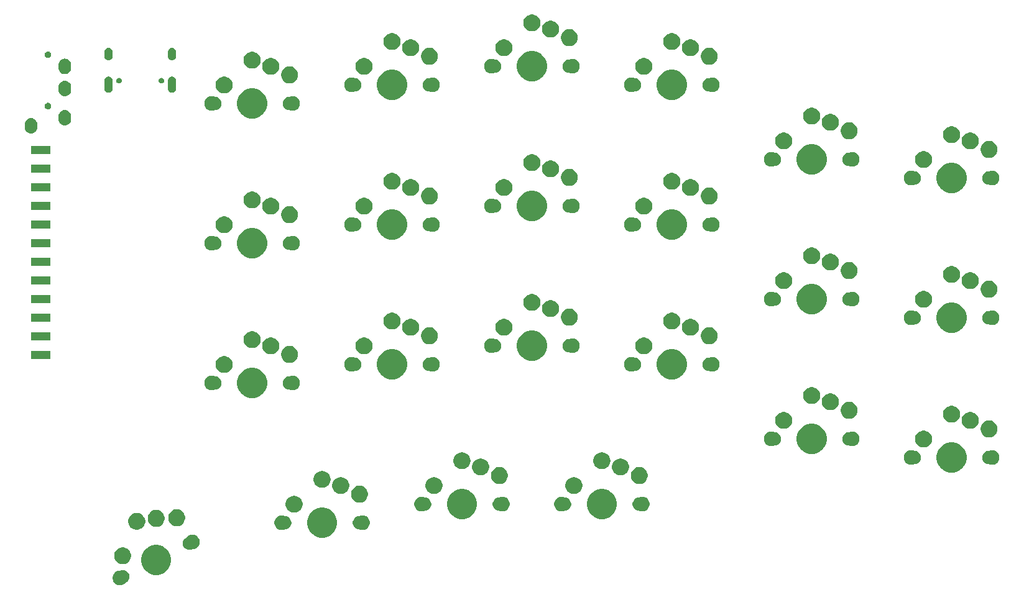
<source format=gbs>
G04 #@! TF.GenerationSoftware,KiCad,Pcbnew,5.0.2+dfsg1-1*
G04 #@! TF.CreationDate,2020-12-03T00:06:01+01:00*
G04 #@! TF.ProjectId,right,72696768-742e-46b6-9963-61645f706362,rev?*
G04 #@! TF.SameCoordinates,Original*
G04 #@! TF.FileFunction,Soldermask,Bot*
G04 #@! TF.FilePolarity,Negative*
%FSLAX46Y46*%
G04 Gerber Fmt 4.6, Leading zero omitted, Abs format (unit mm)*
G04 Created by KiCad (PCBNEW 5.0.2+dfsg1-1) date jeu. 03 déc. 2020 00:06:01 CET*
%MOMM*%
%LPD*%
G01*
G04 APERTURE LIST*
%ADD10C,0.100000*%
G04 APERTURE END LIST*
D10*
G36*
X94649545Y-138052309D02*
X94813517Y-138120229D01*
X94961087Y-138218832D01*
X95086586Y-138344331D01*
X95185189Y-138491901D01*
X95253109Y-138655873D01*
X95287733Y-138829944D01*
X95287733Y-139007426D01*
X95253109Y-139181497D01*
X95185189Y-139345469D01*
X95086586Y-139493039D01*
X94961087Y-139618538D01*
X94821435Y-139711850D01*
X94802502Y-139727388D01*
X94790208Y-139742369D01*
X94648964Y-139883613D01*
X94485011Y-139993163D01*
X94302842Y-140068620D01*
X94109451Y-140107088D01*
X93912271Y-140107088D01*
X93718880Y-140068620D01*
X93536711Y-139993163D01*
X93372758Y-139883613D01*
X93233336Y-139744191D01*
X93123786Y-139580238D01*
X93048329Y-139398069D01*
X93009861Y-139204678D01*
X93009861Y-139007498D01*
X93048329Y-138814107D01*
X93123786Y-138631938D01*
X93233336Y-138467985D01*
X93372758Y-138328563D01*
X93536711Y-138219013D01*
X93718880Y-138143556D01*
X93912271Y-138105088D01*
X93971641Y-138105088D01*
X93996027Y-138102686D01*
X94019463Y-138095577D01*
X94123921Y-138052309D01*
X94297992Y-138017685D01*
X94475474Y-138017685D01*
X94649545Y-138052309D01*
X94649545Y-138052309D01*
G37*
G36*
X99531252Y-134679818D02*
X99531254Y-134679819D01*
X99531255Y-134679819D01*
X99904513Y-134834427D01*
X100091955Y-134959672D01*
X100240439Y-135058886D01*
X100526114Y-135344561D01*
X100526116Y-135344564D01*
X100750573Y-135680487D01*
X100776527Y-135743146D01*
X100905182Y-136053748D01*
X100984000Y-136449993D01*
X100984000Y-136854007D01*
X100918033Y-137185648D01*
X100905181Y-137250255D01*
X100750573Y-137623513D01*
X100750572Y-137623514D01*
X100526114Y-137959439D01*
X100240439Y-138245114D01*
X100240436Y-138245116D01*
X99904513Y-138469573D01*
X99531255Y-138624181D01*
X99531254Y-138624181D01*
X99531252Y-138624182D01*
X99135007Y-138703000D01*
X98730993Y-138703000D01*
X98334748Y-138624182D01*
X98334746Y-138624181D01*
X98334745Y-138624181D01*
X97961487Y-138469573D01*
X97625564Y-138245116D01*
X97625561Y-138245114D01*
X97339886Y-137959439D01*
X97115428Y-137623514D01*
X97115427Y-137623513D01*
X96960819Y-137250255D01*
X96947968Y-137185648D01*
X96882000Y-136854007D01*
X96882000Y-136449993D01*
X96960818Y-136053748D01*
X97089473Y-135743146D01*
X97115427Y-135680487D01*
X97339884Y-135344564D01*
X97339886Y-135344561D01*
X97625561Y-135058886D01*
X97774045Y-134959672D01*
X97961487Y-134834427D01*
X98334745Y-134679819D01*
X98334746Y-134679819D01*
X98334748Y-134679818D01*
X98730993Y-134601000D01*
X99135007Y-134601000D01*
X99531252Y-134679818D01*
X99531252Y-134679818D01*
G37*
G36*
X94725692Y-134972112D02*
X94935160Y-135058876D01*
X95123681Y-135184842D01*
X95283996Y-135345157D01*
X95409962Y-135533678D01*
X95496726Y-135743146D01*
X95540958Y-135965515D01*
X95540958Y-136192245D01*
X95496726Y-136414614D01*
X95409962Y-136624082D01*
X95283996Y-136812603D01*
X95123681Y-136972918D01*
X94935160Y-137098884D01*
X94725692Y-137185648D01*
X94503323Y-137229880D01*
X94276593Y-137229880D01*
X94054224Y-137185648D01*
X93844756Y-137098884D01*
X93656235Y-136972918D01*
X93495920Y-136812603D01*
X93369954Y-136624082D01*
X93283190Y-136414614D01*
X93238958Y-136192245D01*
X93238958Y-135965515D01*
X93283190Y-135743146D01*
X93369954Y-135533678D01*
X93495920Y-135345157D01*
X93656235Y-135184842D01*
X93844756Y-135058876D01*
X94054224Y-134972112D01*
X94276593Y-134927880D01*
X94503323Y-134927880D01*
X94725692Y-134972112D01*
X94725692Y-134972112D01*
G37*
G36*
X104147120Y-133235380D02*
X104329289Y-133310837D01*
X104493242Y-133420387D01*
X104632664Y-133559809D01*
X104742214Y-133723762D01*
X104817671Y-133905931D01*
X104856139Y-134099322D01*
X104856139Y-134296502D01*
X104817671Y-134489893D01*
X104742214Y-134672062D01*
X104632664Y-134836015D01*
X104493242Y-134975437D01*
X104329289Y-135084987D01*
X104147120Y-135160444D01*
X103953729Y-135198912D01*
X103894359Y-135198912D01*
X103869973Y-135201314D01*
X103846537Y-135208423D01*
X103742079Y-135251691D01*
X103568008Y-135286315D01*
X103390526Y-135286315D01*
X103216455Y-135251691D01*
X103052483Y-135183771D01*
X102904913Y-135085168D01*
X102779414Y-134959669D01*
X102680811Y-134812099D01*
X102612891Y-134648127D01*
X102578267Y-134474056D01*
X102578267Y-134296574D01*
X102612891Y-134122503D01*
X102680811Y-133958531D01*
X102779414Y-133810961D01*
X102904913Y-133685462D01*
X103044565Y-133592150D01*
X103063498Y-133576612D01*
X103075792Y-133561631D01*
X103217036Y-133420387D01*
X103380989Y-133310837D01*
X103563158Y-133235380D01*
X103756549Y-133196912D01*
X103953729Y-133196912D01*
X104147120Y-133235380D01*
X104147120Y-133235380D01*
G37*
G36*
X122137252Y-129599818D02*
X122137254Y-129599819D01*
X122137255Y-129599819D01*
X122510513Y-129754427D01*
X122806782Y-129952388D01*
X122846439Y-129978886D01*
X123132114Y-130264561D01*
X123132116Y-130264564D01*
X123356573Y-130600487D01*
X123511181Y-130973745D01*
X123511182Y-130973748D01*
X123590000Y-131369993D01*
X123590000Y-131774007D01*
X123515936Y-132146354D01*
X123511181Y-132170255D01*
X123356573Y-132543513D01*
X123356572Y-132543514D01*
X123132114Y-132879439D01*
X122846439Y-133165114D01*
X122846436Y-133165116D01*
X122510513Y-133389573D01*
X122137255Y-133544181D01*
X122137254Y-133544181D01*
X122137252Y-133544182D01*
X121741007Y-133623000D01*
X121336993Y-133623000D01*
X120940748Y-133544182D01*
X120940746Y-133544181D01*
X120940745Y-133544181D01*
X120567487Y-133389573D01*
X120231564Y-133165116D01*
X120231561Y-133165114D01*
X119945886Y-132879439D01*
X119721428Y-132543514D01*
X119721427Y-132543513D01*
X119566819Y-132170255D01*
X119562065Y-132146354D01*
X119488000Y-131774007D01*
X119488000Y-131369993D01*
X119566818Y-130973748D01*
X119566819Y-130973745D01*
X119721427Y-130600487D01*
X119945884Y-130264564D01*
X119945886Y-130264561D01*
X120231561Y-129978886D01*
X120271218Y-129952388D01*
X120567487Y-129754427D01*
X120940745Y-129599819D01*
X120940746Y-129599819D01*
X120940748Y-129599818D01*
X121336993Y-129521000D01*
X121741007Y-129521000D01*
X122137252Y-129599818D01*
X122137252Y-129599818D01*
G37*
G36*
X127330981Y-130609468D02*
X127513150Y-130684925D01*
X127677103Y-130794475D01*
X127816525Y-130933897D01*
X127926075Y-131097850D01*
X128001532Y-131280019D01*
X128040000Y-131473410D01*
X128040000Y-131670590D01*
X128001532Y-131863981D01*
X127926075Y-132046150D01*
X127816525Y-132210103D01*
X127677103Y-132349525D01*
X127513150Y-132459075D01*
X127359094Y-132522887D01*
X127330981Y-132534532D01*
X127137590Y-132573000D01*
X126940410Y-132573000D01*
X126747019Y-132534532D01*
X126718906Y-132522887D01*
X126621439Y-132482515D01*
X126597990Y-132475402D01*
X126573604Y-132473000D01*
X126530259Y-132473000D01*
X126356188Y-132438376D01*
X126192216Y-132370456D01*
X126044646Y-132271853D01*
X125919147Y-132146354D01*
X125820544Y-131998784D01*
X125752624Y-131834812D01*
X125718000Y-131660741D01*
X125718000Y-131483259D01*
X125752624Y-131309188D01*
X125820544Y-131145216D01*
X125919147Y-130997646D01*
X126044646Y-130872147D01*
X126192216Y-130773544D01*
X126356188Y-130705624D01*
X126530259Y-130671000D01*
X126573604Y-130671000D01*
X126597990Y-130668598D01*
X126621439Y-130661485D01*
X126747019Y-130609468D01*
X126940410Y-130571000D01*
X127137590Y-130571000D01*
X127330981Y-130609468D01*
X127330981Y-130609468D01*
G37*
G36*
X116330981Y-130609468D02*
X116456561Y-130661485D01*
X116480010Y-130668598D01*
X116504396Y-130671000D01*
X116547741Y-130671000D01*
X116721812Y-130705624D01*
X116885784Y-130773544D01*
X117033354Y-130872147D01*
X117158853Y-130997646D01*
X117257456Y-131145216D01*
X117325376Y-131309188D01*
X117360000Y-131483259D01*
X117360000Y-131660741D01*
X117325376Y-131834812D01*
X117257456Y-131998784D01*
X117158853Y-132146354D01*
X117033354Y-132271853D01*
X116885784Y-132370456D01*
X116721812Y-132438376D01*
X116547741Y-132473000D01*
X116504396Y-132473000D01*
X116480010Y-132475402D01*
X116456561Y-132482515D01*
X116359094Y-132522887D01*
X116330981Y-132534532D01*
X116137590Y-132573000D01*
X115940410Y-132573000D01*
X115747019Y-132534532D01*
X115718906Y-132522887D01*
X115564850Y-132459075D01*
X115400897Y-132349525D01*
X115261475Y-132210103D01*
X115151925Y-132046150D01*
X115076468Y-131863981D01*
X115038000Y-131670590D01*
X115038000Y-131473410D01*
X115076468Y-131280019D01*
X115151925Y-131097850D01*
X115261475Y-130933897D01*
X115400897Y-130794475D01*
X115564850Y-130684925D01*
X115747019Y-130609468D01*
X115940410Y-130571000D01*
X116137590Y-130571000D01*
X116330981Y-130609468D01*
X116330981Y-130609468D01*
G37*
G36*
X96636167Y-130265119D02*
X96845635Y-130351883D01*
X97034156Y-130477849D01*
X97194471Y-130638164D01*
X97320437Y-130826685D01*
X97407201Y-131036153D01*
X97451433Y-131258522D01*
X97451433Y-131485252D01*
X97407201Y-131707621D01*
X97320437Y-131917089D01*
X97194471Y-132105610D01*
X97034156Y-132265925D01*
X96845635Y-132391891D01*
X96636167Y-132478655D01*
X96413798Y-132522887D01*
X96187068Y-132522887D01*
X95964699Y-132478655D01*
X95755231Y-132391891D01*
X95566710Y-132265925D01*
X95406395Y-132105610D01*
X95280429Y-131917089D01*
X95193665Y-131707621D01*
X95149433Y-131485252D01*
X95149433Y-131258522D01*
X95193665Y-131036153D01*
X95280429Y-130826685D01*
X95406395Y-130638164D01*
X95566710Y-130477849D01*
X95755231Y-130351883D01*
X95964699Y-130265119D01*
X96187068Y-130220887D01*
X96413798Y-130220887D01*
X96636167Y-130265119D01*
X96636167Y-130265119D01*
G37*
G36*
X99275182Y-129865623D02*
X99484650Y-129952387D01*
X99673171Y-130078353D01*
X99833486Y-130238668D01*
X99959452Y-130427189D01*
X100046216Y-130636657D01*
X100090448Y-130859026D01*
X100090448Y-131085756D01*
X100046216Y-131308125D01*
X99959452Y-131517593D01*
X99833486Y-131706114D01*
X99673171Y-131866429D01*
X99484650Y-131992395D01*
X99275182Y-132079159D01*
X99052813Y-132123391D01*
X98826083Y-132123391D01*
X98603714Y-132079159D01*
X98394246Y-131992395D01*
X98205725Y-131866429D01*
X98045410Y-131706114D01*
X97919444Y-131517593D01*
X97832680Y-131308125D01*
X97788448Y-131085756D01*
X97788448Y-130859026D01*
X97832680Y-130636657D01*
X97919444Y-130427189D01*
X98045410Y-130238668D01*
X98205725Y-130078353D01*
X98394246Y-129952387D01*
X98603714Y-129865623D01*
X98826083Y-129821391D01*
X99052813Y-129821391D01*
X99275182Y-129865623D01*
X99275182Y-129865623D01*
G37*
G36*
X102092728Y-129779379D02*
X102302196Y-129866143D01*
X102490717Y-129992109D01*
X102651032Y-130152424D01*
X102776998Y-130340945D01*
X102863762Y-130550413D01*
X102907994Y-130772782D01*
X102907994Y-130999512D01*
X102863762Y-131221881D01*
X102776998Y-131431349D01*
X102651032Y-131619870D01*
X102490717Y-131780185D01*
X102302196Y-131906151D01*
X102092728Y-131992915D01*
X101870359Y-132037147D01*
X101643629Y-132037147D01*
X101421260Y-131992915D01*
X101211792Y-131906151D01*
X101023271Y-131780185D01*
X100862956Y-131619870D01*
X100736990Y-131431349D01*
X100650226Y-131221881D01*
X100605994Y-130999512D01*
X100605994Y-130772782D01*
X100650226Y-130550413D01*
X100736990Y-130340945D01*
X100862956Y-130152424D01*
X101023271Y-129992109D01*
X101211792Y-129866143D01*
X101421260Y-129779379D01*
X101643629Y-129735147D01*
X101870359Y-129735147D01*
X102092728Y-129779379D01*
X102092728Y-129779379D01*
G37*
G36*
X160237252Y-127059818D02*
X160237254Y-127059819D01*
X160237255Y-127059819D01*
X160610513Y-127214427D01*
X160941905Y-127435857D01*
X160946439Y-127438886D01*
X161232114Y-127724561D01*
X161232116Y-127724564D01*
X161456573Y-128060487D01*
X161599574Y-128405723D01*
X161611182Y-128433748D01*
X161690000Y-128829993D01*
X161690000Y-129234007D01*
X161615936Y-129606354D01*
X161611181Y-129630255D01*
X161456573Y-130003513D01*
X161336643Y-130183000D01*
X161232114Y-130339439D01*
X160946439Y-130625114D01*
X160946436Y-130625116D01*
X160610513Y-130849573D01*
X160237255Y-131004181D01*
X160237254Y-131004181D01*
X160237252Y-131004182D01*
X159841007Y-131083000D01*
X159436993Y-131083000D01*
X159040748Y-131004182D01*
X159040746Y-131004181D01*
X159040745Y-131004181D01*
X158667487Y-130849573D01*
X158331564Y-130625116D01*
X158331561Y-130625114D01*
X158045886Y-130339439D01*
X157941357Y-130183000D01*
X157821427Y-130003513D01*
X157666819Y-129630255D01*
X157662065Y-129606354D01*
X157588000Y-129234007D01*
X157588000Y-128829993D01*
X157666818Y-128433748D01*
X157678426Y-128405723D01*
X157821427Y-128060487D01*
X158045884Y-127724564D01*
X158045886Y-127724561D01*
X158331561Y-127438886D01*
X158336095Y-127435857D01*
X158667487Y-127214427D01*
X159040745Y-127059819D01*
X159040746Y-127059819D01*
X159040748Y-127059818D01*
X159436993Y-126981000D01*
X159841007Y-126981000D01*
X160237252Y-127059818D01*
X160237252Y-127059818D01*
G37*
G36*
X141187252Y-127059818D02*
X141187254Y-127059819D01*
X141187255Y-127059819D01*
X141560513Y-127214427D01*
X141891905Y-127435857D01*
X141896439Y-127438886D01*
X142182114Y-127724561D01*
X142182116Y-127724564D01*
X142406573Y-128060487D01*
X142549574Y-128405723D01*
X142561182Y-128433748D01*
X142640000Y-128829993D01*
X142640000Y-129234007D01*
X142565936Y-129606354D01*
X142561181Y-129630255D01*
X142406573Y-130003513D01*
X142286643Y-130183000D01*
X142182114Y-130339439D01*
X141896439Y-130625114D01*
X141896436Y-130625116D01*
X141560513Y-130849573D01*
X141187255Y-131004181D01*
X141187254Y-131004181D01*
X141187252Y-131004182D01*
X140791007Y-131083000D01*
X140386993Y-131083000D01*
X139990748Y-131004182D01*
X139990746Y-131004181D01*
X139990745Y-131004181D01*
X139617487Y-130849573D01*
X139281564Y-130625116D01*
X139281561Y-130625114D01*
X138995886Y-130339439D01*
X138891357Y-130183000D01*
X138771427Y-130003513D01*
X138616819Y-129630255D01*
X138612065Y-129606354D01*
X138538000Y-129234007D01*
X138538000Y-128829993D01*
X138616818Y-128433748D01*
X138628426Y-128405723D01*
X138771427Y-128060487D01*
X138995884Y-127724564D01*
X138995886Y-127724561D01*
X139281561Y-127438886D01*
X139286095Y-127435857D01*
X139617487Y-127214427D01*
X139990745Y-127059819D01*
X139990746Y-127059819D01*
X139990748Y-127059818D01*
X140386993Y-126981000D01*
X140791007Y-126981000D01*
X141187252Y-127059818D01*
X141187252Y-127059818D01*
G37*
G36*
X118064734Y-127925232D02*
X118274202Y-128011996D01*
X118462723Y-128137962D01*
X118623038Y-128298277D01*
X118749004Y-128486798D01*
X118835768Y-128696266D01*
X118880000Y-128918635D01*
X118880000Y-129145365D01*
X118835768Y-129367734D01*
X118749004Y-129577202D01*
X118623038Y-129765723D01*
X118462723Y-129926038D01*
X118274202Y-130052004D01*
X118064734Y-130138768D01*
X117842365Y-130183000D01*
X117615635Y-130183000D01*
X117393266Y-130138768D01*
X117183798Y-130052004D01*
X116995277Y-129926038D01*
X116834962Y-129765723D01*
X116708996Y-129577202D01*
X116622232Y-129367734D01*
X116578000Y-129145365D01*
X116578000Y-128918635D01*
X116622232Y-128696266D01*
X116708996Y-128486798D01*
X116834962Y-128298277D01*
X116995277Y-128137962D01*
X117183798Y-128011996D01*
X117393266Y-127925232D01*
X117615635Y-127881000D01*
X117842365Y-127881000D01*
X118064734Y-127925232D01*
X118064734Y-127925232D01*
G37*
G36*
X154430981Y-128069468D02*
X154556561Y-128121485D01*
X154580010Y-128128598D01*
X154604396Y-128131000D01*
X154647741Y-128131000D01*
X154821812Y-128165624D01*
X154985784Y-128233544D01*
X155133354Y-128332147D01*
X155258853Y-128457646D01*
X155357456Y-128605216D01*
X155425376Y-128769188D01*
X155460000Y-128943259D01*
X155460000Y-129120741D01*
X155425376Y-129294812D01*
X155357456Y-129458784D01*
X155258853Y-129606354D01*
X155133354Y-129731853D01*
X154985784Y-129830456D01*
X154821812Y-129898376D01*
X154647741Y-129933000D01*
X154604396Y-129933000D01*
X154580010Y-129935402D01*
X154556561Y-129942515D01*
X154436835Y-129992107D01*
X154430981Y-129994532D01*
X154237590Y-130033000D01*
X154040410Y-130033000D01*
X153847019Y-129994532D01*
X153841165Y-129992107D01*
X153664850Y-129919075D01*
X153500897Y-129809525D01*
X153361475Y-129670103D01*
X153251925Y-129506150D01*
X153176468Y-129323981D01*
X153138000Y-129130590D01*
X153138000Y-128933410D01*
X153176468Y-128740019D01*
X153251925Y-128557850D01*
X153361475Y-128393897D01*
X153500897Y-128254475D01*
X153664850Y-128144925D01*
X153847019Y-128069468D01*
X154040410Y-128031000D01*
X154237590Y-128031000D01*
X154430981Y-128069468D01*
X154430981Y-128069468D01*
G37*
G36*
X146380981Y-128069468D02*
X146563150Y-128144925D01*
X146727103Y-128254475D01*
X146866525Y-128393897D01*
X146976075Y-128557850D01*
X147051532Y-128740019D01*
X147090000Y-128933410D01*
X147090000Y-129130590D01*
X147051532Y-129323981D01*
X146976075Y-129506150D01*
X146866525Y-129670103D01*
X146727103Y-129809525D01*
X146563150Y-129919075D01*
X146386835Y-129992107D01*
X146380981Y-129994532D01*
X146187590Y-130033000D01*
X145990410Y-130033000D01*
X145797019Y-129994532D01*
X145791165Y-129992107D01*
X145671439Y-129942515D01*
X145647990Y-129935402D01*
X145623604Y-129933000D01*
X145580259Y-129933000D01*
X145406188Y-129898376D01*
X145242216Y-129830456D01*
X145094646Y-129731853D01*
X144969147Y-129606354D01*
X144870544Y-129458784D01*
X144802624Y-129294812D01*
X144768000Y-129120741D01*
X144768000Y-128943259D01*
X144802624Y-128769188D01*
X144870544Y-128605216D01*
X144969147Y-128457646D01*
X145094646Y-128332147D01*
X145242216Y-128233544D01*
X145406188Y-128165624D01*
X145580259Y-128131000D01*
X145623604Y-128131000D01*
X145647990Y-128128598D01*
X145671439Y-128121485D01*
X145797019Y-128069468D01*
X145990410Y-128031000D01*
X146187590Y-128031000D01*
X146380981Y-128069468D01*
X146380981Y-128069468D01*
G37*
G36*
X165430981Y-128069468D02*
X165613150Y-128144925D01*
X165777103Y-128254475D01*
X165916525Y-128393897D01*
X166026075Y-128557850D01*
X166101532Y-128740019D01*
X166140000Y-128933410D01*
X166140000Y-129130590D01*
X166101532Y-129323981D01*
X166026075Y-129506150D01*
X165916525Y-129670103D01*
X165777103Y-129809525D01*
X165613150Y-129919075D01*
X165436835Y-129992107D01*
X165430981Y-129994532D01*
X165237590Y-130033000D01*
X165040410Y-130033000D01*
X164847019Y-129994532D01*
X164841165Y-129992107D01*
X164721439Y-129942515D01*
X164697990Y-129935402D01*
X164673604Y-129933000D01*
X164630259Y-129933000D01*
X164456188Y-129898376D01*
X164292216Y-129830456D01*
X164144646Y-129731853D01*
X164019147Y-129606354D01*
X163920544Y-129458784D01*
X163852624Y-129294812D01*
X163818000Y-129120741D01*
X163818000Y-128943259D01*
X163852624Y-128769188D01*
X163920544Y-128605216D01*
X164019147Y-128457646D01*
X164144646Y-128332147D01*
X164292216Y-128233544D01*
X164456188Y-128165624D01*
X164630259Y-128131000D01*
X164673604Y-128131000D01*
X164697990Y-128128598D01*
X164721439Y-128121485D01*
X164847019Y-128069468D01*
X165040410Y-128031000D01*
X165237590Y-128031000D01*
X165430981Y-128069468D01*
X165430981Y-128069468D01*
G37*
G36*
X135380981Y-128069468D02*
X135506561Y-128121485D01*
X135530010Y-128128598D01*
X135554396Y-128131000D01*
X135597741Y-128131000D01*
X135771812Y-128165624D01*
X135935784Y-128233544D01*
X136083354Y-128332147D01*
X136208853Y-128457646D01*
X136307456Y-128605216D01*
X136375376Y-128769188D01*
X136410000Y-128943259D01*
X136410000Y-129120741D01*
X136375376Y-129294812D01*
X136307456Y-129458784D01*
X136208853Y-129606354D01*
X136083354Y-129731853D01*
X135935784Y-129830456D01*
X135771812Y-129898376D01*
X135597741Y-129933000D01*
X135554396Y-129933000D01*
X135530010Y-129935402D01*
X135506561Y-129942515D01*
X135386835Y-129992107D01*
X135380981Y-129994532D01*
X135187590Y-130033000D01*
X134990410Y-130033000D01*
X134797019Y-129994532D01*
X134791165Y-129992107D01*
X134614850Y-129919075D01*
X134450897Y-129809525D01*
X134311475Y-129670103D01*
X134201925Y-129506150D01*
X134126468Y-129323981D01*
X134088000Y-129130590D01*
X134088000Y-128933410D01*
X134126468Y-128740019D01*
X134201925Y-128557850D01*
X134311475Y-128393897D01*
X134450897Y-128254475D01*
X134614850Y-128144925D01*
X134797019Y-128069468D01*
X134990410Y-128031000D01*
X135187590Y-128031000D01*
X135380981Y-128069468D01*
X135380981Y-128069468D01*
G37*
G36*
X126974734Y-126565232D02*
X127184202Y-126651996D01*
X127372723Y-126777962D01*
X127533038Y-126938277D01*
X127659004Y-127126798D01*
X127745768Y-127336266D01*
X127790000Y-127558635D01*
X127790000Y-127785365D01*
X127745768Y-128007734D01*
X127659004Y-128217202D01*
X127533038Y-128405723D01*
X127372723Y-128566038D01*
X127184202Y-128692004D01*
X126974734Y-128778768D01*
X126752365Y-128823000D01*
X126525635Y-128823000D01*
X126303266Y-128778768D01*
X126093798Y-128692004D01*
X125905277Y-128566038D01*
X125744962Y-128405723D01*
X125618996Y-128217202D01*
X125532232Y-128007734D01*
X125488000Y-127785365D01*
X125488000Y-127558635D01*
X125532232Y-127336266D01*
X125618996Y-127126798D01*
X125744962Y-126938277D01*
X125905277Y-126777962D01*
X126093798Y-126651996D01*
X126303266Y-126565232D01*
X126525635Y-126521000D01*
X126752365Y-126521000D01*
X126974734Y-126565232D01*
X126974734Y-126565232D01*
G37*
G36*
X137114734Y-125385232D02*
X137324202Y-125471996D01*
X137512723Y-125597962D01*
X137673038Y-125758277D01*
X137799004Y-125946798D01*
X137885768Y-126156266D01*
X137930000Y-126378635D01*
X137930000Y-126605365D01*
X137885768Y-126827734D01*
X137799004Y-127037202D01*
X137673038Y-127225723D01*
X137512723Y-127386038D01*
X137324202Y-127512004D01*
X137114734Y-127598768D01*
X136892365Y-127643000D01*
X136665635Y-127643000D01*
X136443266Y-127598768D01*
X136233798Y-127512004D01*
X136045277Y-127386038D01*
X135884962Y-127225723D01*
X135758996Y-127037202D01*
X135672232Y-126827734D01*
X135628000Y-126605365D01*
X135628000Y-126378635D01*
X135672232Y-126156266D01*
X135758996Y-125946798D01*
X135884962Y-125758277D01*
X136045277Y-125597962D01*
X136233798Y-125471996D01*
X136443266Y-125385232D01*
X136665635Y-125341000D01*
X136892365Y-125341000D01*
X137114734Y-125385232D01*
X137114734Y-125385232D01*
G37*
G36*
X124414734Y-125385232D02*
X124624202Y-125471996D01*
X124812723Y-125597962D01*
X124973038Y-125758277D01*
X125099004Y-125946798D01*
X125185768Y-126156266D01*
X125230000Y-126378635D01*
X125230000Y-126605365D01*
X125185768Y-126827734D01*
X125099004Y-127037202D01*
X124973038Y-127225723D01*
X124812723Y-127386038D01*
X124624202Y-127512004D01*
X124414734Y-127598768D01*
X124192365Y-127643000D01*
X123965635Y-127643000D01*
X123743266Y-127598768D01*
X123533798Y-127512004D01*
X123345277Y-127386038D01*
X123184962Y-127225723D01*
X123058996Y-127037202D01*
X122972232Y-126827734D01*
X122928000Y-126605365D01*
X122928000Y-126378635D01*
X122972232Y-126156266D01*
X123058996Y-125946798D01*
X123184962Y-125758277D01*
X123345277Y-125597962D01*
X123533798Y-125471996D01*
X123743266Y-125385232D01*
X123965635Y-125341000D01*
X124192365Y-125341000D01*
X124414734Y-125385232D01*
X124414734Y-125385232D01*
G37*
G36*
X156164734Y-125385232D02*
X156374202Y-125471996D01*
X156562723Y-125597962D01*
X156723038Y-125758277D01*
X156849004Y-125946798D01*
X156935768Y-126156266D01*
X156980000Y-126378635D01*
X156980000Y-126605365D01*
X156935768Y-126827734D01*
X156849004Y-127037202D01*
X156723038Y-127225723D01*
X156562723Y-127386038D01*
X156374202Y-127512004D01*
X156164734Y-127598768D01*
X155942365Y-127643000D01*
X155715635Y-127643000D01*
X155493266Y-127598768D01*
X155283798Y-127512004D01*
X155095277Y-127386038D01*
X154934962Y-127225723D01*
X154808996Y-127037202D01*
X154722232Y-126827734D01*
X154678000Y-126605365D01*
X154678000Y-126378635D01*
X154722232Y-126156266D01*
X154808996Y-125946798D01*
X154934962Y-125758277D01*
X155095277Y-125597962D01*
X155283798Y-125471996D01*
X155493266Y-125385232D01*
X155715635Y-125341000D01*
X155942365Y-125341000D01*
X156164734Y-125385232D01*
X156164734Y-125385232D01*
G37*
G36*
X121874734Y-124565232D02*
X122084202Y-124651996D01*
X122272723Y-124777962D01*
X122433038Y-124938277D01*
X122559004Y-125126798D01*
X122645768Y-125336266D01*
X122690000Y-125558635D01*
X122690000Y-125785365D01*
X122645768Y-126007734D01*
X122559004Y-126217202D01*
X122433038Y-126405723D01*
X122272723Y-126566038D01*
X122084202Y-126692004D01*
X121874734Y-126778768D01*
X121652365Y-126823000D01*
X121425635Y-126823000D01*
X121203266Y-126778768D01*
X120993798Y-126692004D01*
X120805277Y-126566038D01*
X120644962Y-126405723D01*
X120518996Y-126217202D01*
X120432232Y-126007734D01*
X120388000Y-125785365D01*
X120388000Y-125558635D01*
X120432232Y-125336266D01*
X120518996Y-125126798D01*
X120644962Y-124938277D01*
X120805277Y-124777962D01*
X120993798Y-124651996D01*
X121203266Y-124565232D01*
X121425635Y-124521000D01*
X121652365Y-124521000D01*
X121874734Y-124565232D01*
X121874734Y-124565232D01*
G37*
G36*
X146024734Y-124025232D02*
X146234202Y-124111996D01*
X146422723Y-124237962D01*
X146583038Y-124398277D01*
X146709004Y-124586798D01*
X146795768Y-124796266D01*
X146840000Y-125018635D01*
X146840000Y-125245365D01*
X146795768Y-125467734D01*
X146709004Y-125677202D01*
X146583038Y-125865723D01*
X146422723Y-126026038D01*
X146234202Y-126152004D01*
X146024734Y-126238768D01*
X145802365Y-126283000D01*
X145575635Y-126283000D01*
X145353266Y-126238768D01*
X145143798Y-126152004D01*
X144955277Y-126026038D01*
X144794962Y-125865723D01*
X144668996Y-125677202D01*
X144582232Y-125467734D01*
X144538000Y-125245365D01*
X144538000Y-125018635D01*
X144582232Y-124796266D01*
X144668996Y-124586798D01*
X144794962Y-124398277D01*
X144955277Y-124237962D01*
X145143798Y-124111996D01*
X145353266Y-124025232D01*
X145575635Y-123981000D01*
X145802365Y-123981000D01*
X146024734Y-124025232D01*
X146024734Y-124025232D01*
G37*
G36*
X165074734Y-124025232D02*
X165284202Y-124111996D01*
X165472723Y-124237962D01*
X165633038Y-124398277D01*
X165759004Y-124586798D01*
X165845768Y-124796266D01*
X165890000Y-125018635D01*
X165890000Y-125245365D01*
X165845768Y-125467734D01*
X165759004Y-125677202D01*
X165633038Y-125865723D01*
X165472723Y-126026038D01*
X165284202Y-126152004D01*
X165074734Y-126238768D01*
X164852365Y-126283000D01*
X164625635Y-126283000D01*
X164403266Y-126238768D01*
X164193798Y-126152004D01*
X164005277Y-126026038D01*
X163844962Y-125865723D01*
X163718996Y-125677202D01*
X163632232Y-125467734D01*
X163588000Y-125245365D01*
X163588000Y-125018635D01*
X163632232Y-124796266D01*
X163718996Y-124586798D01*
X163844962Y-124398277D01*
X164005277Y-124237962D01*
X164193798Y-124111996D01*
X164403266Y-124025232D01*
X164625635Y-123981000D01*
X164852365Y-123981000D01*
X165074734Y-124025232D01*
X165074734Y-124025232D01*
G37*
G36*
X162514734Y-122845232D02*
X162724202Y-122931996D01*
X162912723Y-123057962D01*
X163073038Y-123218277D01*
X163199004Y-123406798D01*
X163285768Y-123616266D01*
X163330000Y-123838635D01*
X163330000Y-124065365D01*
X163285768Y-124287734D01*
X163199004Y-124497202D01*
X163073038Y-124685723D01*
X162912723Y-124846038D01*
X162724202Y-124972004D01*
X162514734Y-125058768D01*
X162292365Y-125103000D01*
X162065635Y-125103000D01*
X161843266Y-125058768D01*
X161633798Y-124972004D01*
X161445277Y-124846038D01*
X161284962Y-124685723D01*
X161158996Y-124497202D01*
X161072232Y-124287734D01*
X161028000Y-124065365D01*
X161028000Y-123838635D01*
X161072232Y-123616266D01*
X161158996Y-123406798D01*
X161284962Y-123218277D01*
X161445277Y-123057962D01*
X161633798Y-122931996D01*
X161843266Y-122845232D01*
X162065635Y-122801000D01*
X162292365Y-122801000D01*
X162514734Y-122845232D01*
X162514734Y-122845232D01*
G37*
G36*
X143464734Y-122845232D02*
X143674202Y-122931996D01*
X143862723Y-123057962D01*
X144023038Y-123218277D01*
X144149004Y-123406798D01*
X144235768Y-123616266D01*
X144280000Y-123838635D01*
X144280000Y-124065365D01*
X144235768Y-124287734D01*
X144149004Y-124497202D01*
X144023038Y-124685723D01*
X143862723Y-124846038D01*
X143674202Y-124972004D01*
X143464734Y-125058768D01*
X143242365Y-125103000D01*
X143015635Y-125103000D01*
X142793266Y-125058768D01*
X142583798Y-124972004D01*
X142395277Y-124846038D01*
X142234962Y-124685723D01*
X142108996Y-124497202D01*
X142022232Y-124287734D01*
X141978000Y-124065365D01*
X141978000Y-123838635D01*
X142022232Y-123616266D01*
X142108996Y-123406798D01*
X142234962Y-123218277D01*
X142395277Y-123057962D01*
X142583798Y-122931996D01*
X142793266Y-122845232D01*
X143015635Y-122801000D01*
X143242365Y-122801000D01*
X143464734Y-122845232D01*
X143464734Y-122845232D01*
G37*
G36*
X207862252Y-120709818D02*
X207862254Y-120709819D01*
X207862255Y-120709819D01*
X208235513Y-120864427D01*
X208502766Y-121043000D01*
X208571439Y-121088886D01*
X208857114Y-121374561D01*
X208857116Y-121374564D01*
X209081573Y-121710487D01*
X209236181Y-122083745D01*
X209236182Y-122083748D01*
X209315000Y-122479993D01*
X209315000Y-122884007D01*
X209240936Y-123256354D01*
X209236181Y-123280255D01*
X209081573Y-123653513D01*
X208862753Y-123981000D01*
X208857114Y-123989439D01*
X208571439Y-124275114D01*
X208571436Y-124275116D01*
X208235513Y-124499573D01*
X207862255Y-124654181D01*
X207862254Y-124654181D01*
X207862252Y-124654182D01*
X207466007Y-124733000D01*
X207061993Y-124733000D01*
X206665748Y-124654182D01*
X206665746Y-124654181D01*
X206665745Y-124654181D01*
X206292487Y-124499573D01*
X205956564Y-124275116D01*
X205956561Y-124275114D01*
X205670886Y-123989439D01*
X205665247Y-123981000D01*
X205446427Y-123653513D01*
X205291819Y-123280255D01*
X205287065Y-123256354D01*
X205213000Y-122884007D01*
X205213000Y-122479993D01*
X205291818Y-122083748D01*
X205291819Y-122083745D01*
X205446427Y-121710487D01*
X205670884Y-121374564D01*
X205670886Y-121374561D01*
X205956561Y-121088886D01*
X206025234Y-121043000D01*
X206292487Y-120864427D01*
X206665745Y-120709819D01*
X206665746Y-120709819D01*
X206665748Y-120709818D01*
X207061993Y-120631000D01*
X207466007Y-120631000D01*
X207862252Y-120709818D01*
X207862252Y-120709818D01*
G37*
G36*
X159974734Y-122025232D02*
X160184202Y-122111996D01*
X160372723Y-122237962D01*
X160533038Y-122398277D01*
X160659004Y-122586798D01*
X160745768Y-122796266D01*
X160790000Y-123018635D01*
X160790000Y-123245365D01*
X160745768Y-123467734D01*
X160659004Y-123677202D01*
X160533038Y-123865723D01*
X160372723Y-124026038D01*
X160184202Y-124152004D01*
X159974734Y-124238768D01*
X159752365Y-124283000D01*
X159525635Y-124283000D01*
X159303266Y-124238768D01*
X159093798Y-124152004D01*
X158905277Y-124026038D01*
X158744962Y-123865723D01*
X158618996Y-123677202D01*
X158532232Y-123467734D01*
X158488000Y-123245365D01*
X158488000Y-123018635D01*
X158532232Y-122796266D01*
X158618996Y-122586798D01*
X158744962Y-122398277D01*
X158905277Y-122237962D01*
X159093798Y-122111996D01*
X159303266Y-122025232D01*
X159525635Y-121981000D01*
X159752365Y-121981000D01*
X159974734Y-122025232D01*
X159974734Y-122025232D01*
G37*
G36*
X140924734Y-122025232D02*
X141134202Y-122111996D01*
X141322723Y-122237962D01*
X141483038Y-122398277D01*
X141609004Y-122586798D01*
X141695768Y-122796266D01*
X141740000Y-123018635D01*
X141740000Y-123245365D01*
X141695768Y-123467734D01*
X141609004Y-123677202D01*
X141483038Y-123865723D01*
X141322723Y-124026038D01*
X141134202Y-124152004D01*
X140924734Y-124238768D01*
X140702365Y-124283000D01*
X140475635Y-124283000D01*
X140253266Y-124238768D01*
X140043798Y-124152004D01*
X139855277Y-124026038D01*
X139694962Y-123865723D01*
X139568996Y-123677202D01*
X139482232Y-123467734D01*
X139438000Y-123245365D01*
X139438000Y-123018635D01*
X139482232Y-122796266D01*
X139568996Y-122586798D01*
X139694962Y-122398277D01*
X139855277Y-122237962D01*
X140043798Y-122111996D01*
X140253266Y-122025232D01*
X140475635Y-121981000D01*
X140702365Y-121981000D01*
X140924734Y-122025232D01*
X140924734Y-122025232D01*
G37*
G36*
X202055981Y-121719468D02*
X202181561Y-121771485D01*
X202205010Y-121778598D01*
X202229396Y-121781000D01*
X202272741Y-121781000D01*
X202446812Y-121815624D01*
X202610784Y-121883544D01*
X202758354Y-121982147D01*
X202883853Y-122107646D01*
X202982456Y-122255216D01*
X203050376Y-122419188D01*
X203085000Y-122593259D01*
X203085000Y-122770741D01*
X203050376Y-122944812D01*
X202982456Y-123108784D01*
X202883853Y-123256354D01*
X202758354Y-123381853D01*
X202610784Y-123480456D01*
X202446812Y-123548376D01*
X202272741Y-123583000D01*
X202229396Y-123583000D01*
X202205010Y-123585402D01*
X202181561Y-123592515D01*
X202055981Y-123644532D01*
X201862590Y-123683000D01*
X201665410Y-123683000D01*
X201472019Y-123644532D01*
X201289850Y-123569075D01*
X201125897Y-123459525D01*
X200986475Y-123320103D01*
X200876925Y-123156150D01*
X200801468Y-122973981D01*
X200763000Y-122780590D01*
X200763000Y-122583410D01*
X200801468Y-122390019D01*
X200876925Y-122207850D01*
X200986475Y-122043897D01*
X201125897Y-121904475D01*
X201289850Y-121794925D01*
X201472019Y-121719468D01*
X201665410Y-121681000D01*
X201862590Y-121681000D01*
X202055981Y-121719468D01*
X202055981Y-121719468D01*
G37*
G36*
X213055981Y-121719468D02*
X213238150Y-121794925D01*
X213402103Y-121904475D01*
X213541525Y-122043897D01*
X213651075Y-122207850D01*
X213726532Y-122390019D01*
X213765000Y-122583410D01*
X213765000Y-122780590D01*
X213726532Y-122973981D01*
X213651075Y-123156150D01*
X213541525Y-123320103D01*
X213402103Y-123459525D01*
X213238150Y-123569075D01*
X213124221Y-123616266D01*
X213055981Y-123644532D01*
X212862590Y-123683000D01*
X212665410Y-123683000D01*
X212472019Y-123644532D01*
X212403779Y-123616266D01*
X212346439Y-123592515D01*
X212322990Y-123585402D01*
X212298604Y-123583000D01*
X212255259Y-123583000D01*
X212081188Y-123548376D01*
X211917216Y-123480456D01*
X211769646Y-123381853D01*
X211644147Y-123256354D01*
X211545544Y-123108784D01*
X211477624Y-122944812D01*
X211443000Y-122770741D01*
X211443000Y-122593259D01*
X211477624Y-122419188D01*
X211545544Y-122255216D01*
X211644147Y-122107646D01*
X211769646Y-121982147D01*
X211917216Y-121883544D01*
X212081188Y-121815624D01*
X212255259Y-121781000D01*
X212298604Y-121781000D01*
X212322990Y-121778598D01*
X212346439Y-121771485D01*
X212472019Y-121719468D01*
X212665410Y-121681000D01*
X212862590Y-121681000D01*
X213055981Y-121719468D01*
X213055981Y-121719468D01*
G37*
G36*
X188812252Y-118169818D02*
X188812254Y-118169819D01*
X188812255Y-118169819D01*
X189185513Y-118324427D01*
X189516905Y-118545857D01*
X189521439Y-118548886D01*
X189807114Y-118834561D01*
X189807116Y-118834564D01*
X190031573Y-119170487D01*
X190174574Y-119515723D01*
X190186182Y-119543748D01*
X190265000Y-119939993D01*
X190265000Y-120344007D01*
X190190936Y-120716354D01*
X190186181Y-120740255D01*
X190031573Y-121113513D01*
X190031572Y-121113514D01*
X189807114Y-121449439D01*
X189521439Y-121735114D01*
X189521436Y-121735116D01*
X189185513Y-121959573D01*
X188812255Y-122114181D01*
X188812254Y-122114181D01*
X188812252Y-122114182D01*
X188416007Y-122193000D01*
X188011993Y-122193000D01*
X187615748Y-122114182D01*
X187615746Y-122114181D01*
X187615745Y-122114181D01*
X187242487Y-121959573D01*
X186906564Y-121735116D01*
X186906561Y-121735114D01*
X186620886Y-121449439D01*
X186396428Y-121113514D01*
X186396427Y-121113513D01*
X186241819Y-120740255D01*
X186237065Y-120716354D01*
X186163000Y-120344007D01*
X186163000Y-119939993D01*
X186241818Y-119543748D01*
X186253426Y-119515723D01*
X186396427Y-119170487D01*
X186620884Y-118834564D01*
X186620886Y-118834561D01*
X186906561Y-118548886D01*
X186911095Y-118545857D01*
X187242487Y-118324427D01*
X187615745Y-118169819D01*
X187615746Y-118169819D01*
X187615748Y-118169818D01*
X188011993Y-118091000D01*
X188416007Y-118091000D01*
X188812252Y-118169818D01*
X188812252Y-118169818D01*
G37*
G36*
X203789734Y-119035232D02*
X203999202Y-119121996D01*
X204187723Y-119247962D01*
X204348038Y-119408277D01*
X204474004Y-119596798D01*
X204560768Y-119806266D01*
X204605000Y-120028635D01*
X204605000Y-120255365D01*
X204560768Y-120477734D01*
X204474004Y-120687202D01*
X204348038Y-120875723D01*
X204187723Y-121036038D01*
X203999202Y-121162004D01*
X203789734Y-121248768D01*
X203567365Y-121293000D01*
X203340635Y-121293000D01*
X203118266Y-121248768D01*
X202908798Y-121162004D01*
X202720277Y-121036038D01*
X202559962Y-120875723D01*
X202433996Y-120687202D01*
X202347232Y-120477734D01*
X202303000Y-120255365D01*
X202303000Y-120028635D01*
X202347232Y-119806266D01*
X202433996Y-119596798D01*
X202559962Y-119408277D01*
X202720277Y-119247962D01*
X202908798Y-119121996D01*
X203118266Y-119035232D01*
X203340635Y-118991000D01*
X203567365Y-118991000D01*
X203789734Y-119035232D01*
X203789734Y-119035232D01*
G37*
G36*
X194005981Y-119179468D02*
X194188150Y-119254925D01*
X194352103Y-119364475D01*
X194491525Y-119503897D01*
X194601075Y-119667850D01*
X194676532Y-119850019D01*
X194715000Y-120043410D01*
X194715000Y-120240590D01*
X194676532Y-120433981D01*
X194601075Y-120616150D01*
X194491525Y-120780103D01*
X194352103Y-120919525D01*
X194188150Y-121029075D01*
X194005981Y-121104532D01*
X193812590Y-121143000D01*
X193615410Y-121143000D01*
X193422019Y-121104532D01*
X193296439Y-121052515D01*
X193272990Y-121045402D01*
X193248604Y-121043000D01*
X193205259Y-121043000D01*
X193031188Y-121008376D01*
X192867216Y-120940456D01*
X192719646Y-120841853D01*
X192594147Y-120716354D01*
X192495544Y-120568784D01*
X192427624Y-120404812D01*
X192393000Y-120230741D01*
X192393000Y-120053259D01*
X192427624Y-119879188D01*
X192495544Y-119715216D01*
X192594147Y-119567646D01*
X192719646Y-119442147D01*
X192867216Y-119343544D01*
X193031188Y-119275624D01*
X193205259Y-119241000D01*
X193248604Y-119241000D01*
X193272990Y-119238598D01*
X193296439Y-119231485D01*
X193422019Y-119179468D01*
X193615410Y-119141000D01*
X193812590Y-119141000D01*
X194005981Y-119179468D01*
X194005981Y-119179468D01*
G37*
G36*
X183005981Y-119179468D02*
X183131561Y-119231485D01*
X183155010Y-119238598D01*
X183179396Y-119241000D01*
X183222741Y-119241000D01*
X183396812Y-119275624D01*
X183560784Y-119343544D01*
X183708354Y-119442147D01*
X183833853Y-119567646D01*
X183932456Y-119715216D01*
X184000376Y-119879188D01*
X184035000Y-120053259D01*
X184035000Y-120230741D01*
X184000376Y-120404812D01*
X183932456Y-120568784D01*
X183833853Y-120716354D01*
X183708354Y-120841853D01*
X183560784Y-120940456D01*
X183396812Y-121008376D01*
X183222741Y-121043000D01*
X183179396Y-121043000D01*
X183155010Y-121045402D01*
X183131561Y-121052515D01*
X183005981Y-121104532D01*
X182812590Y-121143000D01*
X182615410Y-121143000D01*
X182422019Y-121104532D01*
X182239850Y-121029075D01*
X182075897Y-120919525D01*
X181936475Y-120780103D01*
X181826925Y-120616150D01*
X181751468Y-120433981D01*
X181713000Y-120240590D01*
X181713000Y-120043410D01*
X181751468Y-119850019D01*
X181826925Y-119667850D01*
X181936475Y-119503897D01*
X182075897Y-119364475D01*
X182239850Y-119254925D01*
X182422019Y-119179468D01*
X182615410Y-119141000D01*
X182812590Y-119141000D01*
X183005981Y-119179468D01*
X183005981Y-119179468D01*
G37*
G36*
X212699734Y-117675232D02*
X212909202Y-117761996D01*
X213097723Y-117887962D01*
X213258038Y-118048277D01*
X213384004Y-118236798D01*
X213470768Y-118446266D01*
X213515000Y-118668635D01*
X213515000Y-118895365D01*
X213470768Y-119117734D01*
X213384004Y-119327202D01*
X213258038Y-119515723D01*
X213097723Y-119676038D01*
X212909202Y-119802004D01*
X212699734Y-119888768D01*
X212477365Y-119933000D01*
X212250635Y-119933000D01*
X212028266Y-119888768D01*
X211818798Y-119802004D01*
X211630277Y-119676038D01*
X211469962Y-119515723D01*
X211343996Y-119327202D01*
X211257232Y-119117734D01*
X211213000Y-118895365D01*
X211213000Y-118668635D01*
X211257232Y-118446266D01*
X211343996Y-118236798D01*
X211469962Y-118048277D01*
X211630277Y-117887962D01*
X211818798Y-117761996D01*
X212028266Y-117675232D01*
X212250635Y-117631000D01*
X212477365Y-117631000D01*
X212699734Y-117675232D01*
X212699734Y-117675232D01*
G37*
G36*
X210139734Y-116495232D02*
X210349202Y-116581996D01*
X210537723Y-116707962D01*
X210698038Y-116868277D01*
X210824004Y-117056798D01*
X210910768Y-117266266D01*
X210955000Y-117488635D01*
X210955000Y-117715365D01*
X210910768Y-117937734D01*
X210824004Y-118147202D01*
X210698038Y-118335723D01*
X210537723Y-118496038D01*
X210349202Y-118622004D01*
X210139734Y-118708768D01*
X209917365Y-118753000D01*
X209690635Y-118753000D01*
X209468266Y-118708768D01*
X209258798Y-118622004D01*
X209070277Y-118496038D01*
X208909962Y-118335723D01*
X208783996Y-118147202D01*
X208697232Y-117937734D01*
X208653000Y-117715365D01*
X208653000Y-117488635D01*
X208697232Y-117266266D01*
X208783996Y-117056798D01*
X208909962Y-116868277D01*
X209070277Y-116707962D01*
X209258798Y-116581996D01*
X209468266Y-116495232D01*
X209690635Y-116451000D01*
X209917365Y-116451000D01*
X210139734Y-116495232D01*
X210139734Y-116495232D01*
G37*
G36*
X184739734Y-116495232D02*
X184949202Y-116581996D01*
X185137723Y-116707962D01*
X185298038Y-116868277D01*
X185424004Y-117056798D01*
X185510768Y-117266266D01*
X185555000Y-117488635D01*
X185555000Y-117715365D01*
X185510768Y-117937734D01*
X185424004Y-118147202D01*
X185298038Y-118335723D01*
X185137723Y-118496038D01*
X184949202Y-118622004D01*
X184739734Y-118708768D01*
X184517365Y-118753000D01*
X184290635Y-118753000D01*
X184068266Y-118708768D01*
X183858798Y-118622004D01*
X183670277Y-118496038D01*
X183509962Y-118335723D01*
X183383996Y-118147202D01*
X183297232Y-117937734D01*
X183253000Y-117715365D01*
X183253000Y-117488635D01*
X183297232Y-117266266D01*
X183383996Y-117056798D01*
X183509962Y-116868277D01*
X183670277Y-116707962D01*
X183858798Y-116581996D01*
X184068266Y-116495232D01*
X184290635Y-116451000D01*
X184517365Y-116451000D01*
X184739734Y-116495232D01*
X184739734Y-116495232D01*
G37*
G36*
X207599734Y-115675232D02*
X207809202Y-115761996D01*
X207997723Y-115887962D01*
X208158038Y-116048277D01*
X208284004Y-116236798D01*
X208370768Y-116446266D01*
X208415000Y-116668635D01*
X208415000Y-116895365D01*
X208370768Y-117117734D01*
X208284004Y-117327202D01*
X208158038Y-117515723D01*
X207997723Y-117676038D01*
X207809202Y-117802004D01*
X207599734Y-117888768D01*
X207377365Y-117933000D01*
X207150635Y-117933000D01*
X206928266Y-117888768D01*
X206718798Y-117802004D01*
X206530277Y-117676038D01*
X206369962Y-117515723D01*
X206243996Y-117327202D01*
X206157232Y-117117734D01*
X206113000Y-116895365D01*
X206113000Y-116668635D01*
X206157232Y-116446266D01*
X206243996Y-116236798D01*
X206369962Y-116048277D01*
X206530277Y-115887962D01*
X206718798Y-115761996D01*
X206928266Y-115675232D01*
X207150635Y-115631000D01*
X207377365Y-115631000D01*
X207599734Y-115675232D01*
X207599734Y-115675232D01*
G37*
G36*
X193649734Y-115135232D02*
X193859202Y-115221996D01*
X194047723Y-115347962D01*
X194208038Y-115508277D01*
X194334004Y-115696798D01*
X194420768Y-115906266D01*
X194465000Y-116128635D01*
X194465000Y-116355365D01*
X194420768Y-116577734D01*
X194334004Y-116787202D01*
X194208038Y-116975723D01*
X194047723Y-117136038D01*
X193859202Y-117262004D01*
X193649734Y-117348768D01*
X193427365Y-117393000D01*
X193200635Y-117393000D01*
X192978266Y-117348768D01*
X192768798Y-117262004D01*
X192580277Y-117136038D01*
X192419962Y-116975723D01*
X192293996Y-116787202D01*
X192207232Y-116577734D01*
X192163000Y-116355365D01*
X192163000Y-116128635D01*
X192207232Y-115906266D01*
X192293996Y-115696798D01*
X192419962Y-115508277D01*
X192580277Y-115347962D01*
X192768798Y-115221996D01*
X192978266Y-115135232D01*
X193200635Y-115091000D01*
X193427365Y-115091000D01*
X193649734Y-115135232D01*
X193649734Y-115135232D01*
G37*
G36*
X191089734Y-113955232D02*
X191299202Y-114041996D01*
X191487723Y-114167962D01*
X191648038Y-114328277D01*
X191774004Y-114516798D01*
X191860768Y-114726266D01*
X191905000Y-114948635D01*
X191905000Y-115175365D01*
X191860768Y-115397734D01*
X191774004Y-115607202D01*
X191648038Y-115795723D01*
X191487723Y-115956038D01*
X191299202Y-116082004D01*
X191089734Y-116168768D01*
X190867365Y-116213000D01*
X190640635Y-116213000D01*
X190418266Y-116168768D01*
X190208798Y-116082004D01*
X190020277Y-115956038D01*
X189859962Y-115795723D01*
X189733996Y-115607202D01*
X189647232Y-115397734D01*
X189603000Y-115175365D01*
X189603000Y-114948635D01*
X189647232Y-114726266D01*
X189733996Y-114516798D01*
X189859962Y-114328277D01*
X190020277Y-114167962D01*
X190208798Y-114041996D01*
X190418266Y-113955232D01*
X190640635Y-113911000D01*
X190867365Y-113911000D01*
X191089734Y-113955232D01*
X191089734Y-113955232D01*
G37*
G36*
X188549734Y-113135232D02*
X188759202Y-113221996D01*
X188947723Y-113347962D01*
X189108038Y-113508277D01*
X189234004Y-113696798D01*
X189320768Y-113906266D01*
X189365000Y-114128635D01*
X189365000Y-114355365D01*
X189320768Y-114577734D01*
X189234004Y-114787202D01*
X189108038Y-114975723D01*
X188947723Y-115136038D01*
X188759202Y-115262004D01*
X188549734Y-115348768D01*
X188327365Y-115393000D01*
X188100635Y-115393000D01*
X187878266Y-115348768D01*
X187668798Y-115262004D01*
X187480277Y-115136038D01*
X187319962Y-114975723D01*
X187193996Y-114787202D01*
X187107232Y-114577734D01*
X187063000Y-114355365D01*
X187063000Y-114128635D01*
X187107232Y-113906266D01*
X187193996Y-113696798D01*
X187319962Y-113508277D01*
X187480277Y-113347962D01*
X187668798Y-113221996D01*
X187878266Y-113135232D01*
X188100635Y-113091000D01*
X188327365Y-113091000D01*
X188549734Y-113135232D01*
X188549734Y-113135232D01*
G37*
G36*
X112612252Y-110549818D02*
X112612254Y-110549819D01*
X112612255Y-110549819D01*
X112985513Y-110704427D01*
X113252766Y-110883000D01*
X113321439Y-110928886D01*
X113607114Y-111214561D01*
X113607116Y-111214564D01*
X113831573Y-111550487D01*
X113986181Y-111923745D01*
X113986182Y-111923748D01*
X114065000Y-112319993D01*
X114065000Y-112724007D01*
X113990936Y-113096354D01*
X113986181Y-113120255D01*
X113831573Y-113493513D01*
X113831572Y-113493514D01*
X113607114Y-113829439D01*
X113321439Y-114115114D01*
X113321436Y-114115116D01*
X112985513Y-114339573D01*
X112612255Y-114494181D01*
X112612254Y-114494181D01*
X112612252Y-114494182D01*
X112216007Y-114573000D01*
X111811993Y-114573000D01*
X111415748Y-114494182D01*
X111415746Y-114494181D01*
X111415745Y-114494181D01*
X111042487Y-114339573D01*
X110706564Y-114115116D01*
X110706561Y-114115114D01*
X110420886Y-113829439D01*
X110196428Y-113493514D01*
X110196427Y-113493513D01*
X110041819Y-113120255D01*
X110037065Y-113096354D01*
X109963000Y-112724007D01*
X109963000Y-112319993D01*
X110041818Y-111923748D01*
X110041819Y-111923745D01*
X110196427Y-111550487D01*
X110420884Y-111214564D01*
X110420886Y-111214561D01*
X110706561Y-110928886D01*
X110775234Y-110883000D01*
X111042487Y-110704427D01*
X111415745Y-110549819D01*
X111415746Y-110549819D01*
X111415748Y-110549818D01*
X111811993Y-110471000D01*
X112216007Y-110471000D01*
X112612252Y-110549818D01*
X112612252Y-110549818D01*
G37*
G36*
X106805981Y-111559468D02*
X106931561Y-111611485D01*
X106955010Y-111618598D01*
X106979396Y-111621000D01*
X107022741Y-111621000D01*
X107196812Y-111655624D01*
X107360784Y-111723544D01*
X107508354Y-111822147D01*
X107633853Y-111947646D01*
X107732456Y-112095216D01*
X107800376Y-112259188D01*
X107835000Y-112433259D01*
X107835000Y-112610741D01*
X107800376Y-112784812D01*
X107732456Y-112948784D01*
X107633853Y-113096354D01*
X107508354Y-113221853D01*
X107360784Y-113320456D01*
X107196812Y-113388376D01*
X107022741Y-113423000D01*
X106979396Y-113423000D01*
X106955010Y-113425402D01*
X106931561Y-113432515D01*
X106805981Y-113484532D01*
X106612590Y-113523000D01*
X106415410Y-113523000D01*
X106222019Y-113484532D01*
X106039850Y-113409075D01*
X105875897Y-113299525D01*
X105736475Y-113160103D01*
X105626925Y-112996150D01*
X105551468Y-112813981D01*
X105513000Y-112620590D01*
X105513000Y-112423410D01*
X105551468Y-112230019D01*
X105626925Y-112047850D01*
X105736475Y-111883897D01*
X105875897Y-111744475D01*
X106039850Y-111634925D01*
X106222019Y-111559468D01*
X106415410Y-111521000D01*
X106612590Y-111521000D01*
X106805981Y-111559468D01*
X106805981Y-111559468D01*
G37*
G36*
X117805981Y-111559468D02*
X117988150Y-111634925D01*
X118152103Y-111744475D01*
X118291525Y-111883897D01*
X118401075Y-112047850D01*
X118476532Y-112230019D01*
X118515000Y-112423410D01*
X118515000Y-112620590D01*
X118476532Y-112813981D01*
X118401075Y-112996150D01*
X118291525Y-113160103D01*
X118152103Y-113299525D01*
X117988150Y-113409075D01*
X117805981Y-113484532D01*
X117612590Y-113523000D01*
X117415410Y-113523000D01*
X117222019Y-113484532D01*
X117096439Y-113432515D01*
X117072990Y-113425402D01*
X117048604Y-113423000D01*
X117005259Y-113423000D01*
X116831188Y-113388376D01*
X116667216Y-113320456D01*
X116519646Y-113221853D01*
X116394147Y-113096354D01*
X116295544Y-112948784D01*
X116227624Y-112784812D01*
X116193000Y-112610741D01*
X116193000Y-112433259D01*
X116227624Y-112259188D01*
X116295544Y-112095216D01*
X116394147Y-111947646D01*
X116519646Y-111822147D01*
X116667216Y-111723544D01*
X116831188Y-111655624D01*
X117005259Y-111621000D01*
X117048604Y-111621000D01*
X117072990Y-111618598D01*
X117096439Y-111611485D01*
X117222019Y-111559468D01*
X117415410Y-111521000D01*
X117612590Y-111521000D01*
X117805981Y-111559468D01*
X117805981Y-111559468D01*
G37*
G36*
X169762252Y-108009818D02*
X169762254Y-108009819D01*
X169762255Y-108009819D01*
X170135513Y-108164427D01*
X170402766Y-108343000D01*
X170471439Y-108388886D01*
X170757114Y-108674561D01*
X170757116Y-108674564D01*
X170981573Y-109010487D01*
X171124574Y-109355723D01*
X171136182Y-109383748D01*
X171215000Y-109779993D01*
X171215000Y-110184007D01*
X171140936Y-110556354D01*
X171136181Y-110580255D01*
X170981573Y-110953513D01*
X170981572Y-110953514D01*
X170757114Y-111289439D01*
X170471439Y-111575114D01*
X170471436Y-111575116D01*
X170135513Y-111799573D01*
X169762255Y-111954181D01*
X169762254Y-111954181D01*
X169762252Y-111954182D01*
X169366007Y-112033000D01*
X168961993Y-112033000D01*
X168565748Y-111954182D01*
X168565746Y-111954181D01*
X168565745Y-111954181D01*
X168192487Y-111799573D01*
X167856564Y-111575116D01*
X167856561Y-111575114D01*
X167570886Y-111289439D01*
X167346428Y-110953514D01*
X167346427Y-110953513D01*
X167191819Y-110580255D01*
X167187065Y-110556354D01*
X167113000Y-110184007D01*
X167113000Y-109779993D01*
X167191818Y-109383748D01*
X167203426Y-109355723D01*
X167346427Y-109010487D01*
X167570884Y-108674564D01*
X167570886Y-108674561D01*
X167856561Y-108388886D01*
X167925234Y-108343000D01*
X168192487Y-108164427D01*
X168565745Y-108009819D01*
X168565746Y-108009819D01*
X168565748Y-108009818D01*
X168961993Y-107931000D01*
X169366007Y-107931000D01*
X169762252Y-108009818D01*
X169762252Y-108009818D01*
G37*
G36*
X131662252Y-108009818D02*
X131662254Y-108009819D01*
X131662255Y-108009819D01*
X132035513Y-108164427D01*
X132302766Y-108343000D01*
X132371439Y-108388886D01*
X132657114Y-108674561D01*
X132657116Y-108674564D01*
X132881573Y-109010487D01*
X133024574Y-109355723D01*
X133036182Y-109383748D01*
X133115000Y-109779993D01*
X133115000Y-110184007D01*
X133040936Y-110556354D01*
X133036181Y-110580255D01*
X132881573Y-110953513D01*
X132881572Y-110953514D01*
X132657114Y-111289439D01*
X132371439Y-111575114D01*
X132371436Y-111575116D01*
X132035513Y-111799573D01*
X131662255Y-111954181D01*
X131662254Y-111954181D01*
X131662252Y-111954182D01*
X131266007Y-112033000D01*
X130861993Y-112033000D01*
X130465748Y-111954182D01*
X130465746Y-111954181D01*
X130465745Y-111954181D01*
X130092487Y-111799573D01*
X129756564Y-111575116D01*
X129756561Y-111575114D01*
X129470886Y-111289439D01*
X129246428Y-110953514D01*
X129246427Y-110953513D01*
X129091819Y-110580255D01*
X129087065Y-110556354D01*
X129013000Y-110184007D01*
X129013000Y-109779993D01*
X129091818Y-109383748D01*
X129103426Y-109355723D01*
X129246427Y-109010487D01*
X129470884Y-108674564D01*
X129470886Y-108674561D01*
X129756561Y-108388886D01*
X129825234Y-108343000D01*
X130092487Y-108164427D01*
X130465745Y-108009819D01*
X130465746Y-108009819D01*
X130465748Y-108009818D01*
X130861993Y-107931000D01*
X131266007Y-107931000D01*
X131662252Y-108009818D01*
X131662252Y-108009818D01*
G37*
G36*
X108539734Y-108875232D02*
X108749202Y-108961996D01*
X108937723Y-109087962D01*
X109098038Y-109248277D01*
X109224004Y-109436798D01*
X109310768Y-109646266D01*
X109355000Y-109868635D01*
X109355000Y-110095365D01*
X109310768Y-110317734D01*
X109224004Y-110527202D01*
X109098038Y-110715723D01*
X108937723Y-110876038D01*
X108749202Y-111002004D01*
X108539734Y-111088768D01*
X108317365Y-111133000D01*
X108090635Y-111133000D01*
X107868266Y-111088768D01*
X107658798Y-111002004D01*
X107470277Y-110876038D01*
X107309962Y-110715723D01*
X107183996Y-110527202D01*
X107097232Y-110317734D01*
X107053000Y-110095365D01*
X107053000Y-109868635D01*
X107097232Y-109646266D01*
X107183996Y-109436798D01*
X107309962Y-109248277D01*
X107470277Y-109087962D01*
X107658798Y-108961996D01*
X107868266Y-108875232D01*
X108090635Y-108831000D01*
X108317365Y-108831000D01*
X108539734Y-108875232D01*
X108539734Y-108875232D01*
G37*
G36*
X163955981Y-109019468D02*
X164081561Y-109071485D01*
X164105010Y-109078598D01*
X164129396Y-109081000D01*
X164172741Y-109081000D01*
X164346812Y-109115624D01*
X164510784Y-109183544D01*
X164658354Y-109282147D01*
X164783853Y-109407646D01*
X164882456Y-109555216D01*
X164950376Y-109719188D01*
X164985000Y-109893259D01*
X164985000Y-110070741D01*
X164950376Y-110244812D01*
X164882456Y-110408784D01*
X164783853Y-110556354D01*
X164658354Y-110681853D01*
X164510784Y-110780456D01*
X164346812Y-110848376D01*
X164172741Y-110883000D01*
X164129396Y-110883000D01*
X164105010Y-110885402D01*
X164081561Y-110892515D01*
X163955981Y-110944532D01*
X163762590Y-110983000D01*
X163565410Y-110983000D01*
X163372019Y-110944532D01*
X163189850Y-110869075D01*
X163025897Y-110759525D01*
X162886475Y-110620103D01*
X162776925Y-110456150D01*
X162701468Y-110273981D01*
X162663000Y-110080590D01*
X162663000Y-109883410D01*
X162701468Y-109690019D01*
X162776925Y-109507850D01*
X162886475Y-109343897D01*
X163025897Y-109204475D01*
X163189850Y-109094925D01*
X163372019Y-109019468D01*
X163565410Y-108981000D01*
X163762590Y-108981000D01*
X163955981Y-109019468D01*
X163955981Y-109019468D01*
G37*
G36*
X174955981Y-109019468D02*
X175138150Y-109094925D01*
X175302103Y-109204475D01*
X175441525Y-109343897D01*
X175551075Y-109507850D01*
X175626532Y-109690019D01*
X175665000Y-109883410D01*
X175665000Y-110080590D01*
X175626532Y-110273981D01*
X175551075Y-110456150D01*
X175441525Y-110620103D01*
X175302103Y-110759525D01*
X175138150Y-110869075D01*
X174955981Y-110944532D01*
X174762590Y-110983000D01*
X174565410Y-110983000D01*
X174372019Y-110944532D01*
X174246439Y-110892515D01*
X174222990Y-110885402D01*
X174198604Y-110883000D01*
X174155259Y-110883000D01*
X173981188Y-110848376D01*
X173817216Y-110780456D01*
X173669646Y-110681853D01*
X173544147Y-110556354D01*
X173445544Y-110408784D01*
X173377624Y-110244812D01*
X173343000Y-110070741D01*
X173343000Y-109893259D01*
X173377624Y-109719188D01*
X173445544Y-109555216D01*
X173544147Y-109407646D01*
X173669646Y-109282147D01*
X173817216Y-109183544D01*
X173981188Y-109115624D01*
X174155259Y-109081000D01*
X174198604Y-109081000D01*
X174222990Y-109078598D01*
X174246439Y-109071485D01*
X174372019Y-109019468D01*
X174565410Y-108981000D01*
X174762590Y-108981000D01*
X174955981Y-109019468D01*
X174955981Y-109019468D01*
G37*
G36*
X125855981Y-109019468D02*
X125981561Y-109071485D01*
X126005010Y-109078598D01*
X126029396Y-109081000D01*
X126072741Y-109081000D01*
X126246812Y-109115624D01*
X126410784Y-109183544D01*
X126558354Y-109282147D01*
X126683853Y-109407646D01*
X126782456Y-109555216D01*
X126850376Y-109719188D01*
X126885000Y-109893259D01*
X126885000Y-110070741D01*
X126850376Y-110244812D01*
X126782456Y-110408784D01*
X126683853Y-110556354D01*
X126558354Y-110681853D01*
X126410784Y-110780456D01*
X126246812Y-110848376D01*
X126072741Y-110883000D01*
X126029396Y-110883000D01*
X126005010Y-110885402D01*
X125981561Y-110892515D01*
X125855981Y-110944532D01*
X125662590Y-110983000D01*
X125465410Y-110983000D01*
X125272019Y-110944532D01*
X125089850Y-110869075D01*
X124925897Y-110759525D01*
X124786475Y-110620103D01*
X124676925Y-110456150D01*
X124601468Y-110273981D01*
X124563000Y-110080590D01*
X124563000Y-109883410D01*
X124601468Y-109690019D01*
X124676925Y-109507850D01*
X124786475Y-109343897D01*
X124925897Y-109204475D01*
X125089850Y-109094925D01*
X125272019Y-109019468D01*
X125465410Y-108981000D01*
X125662590Y-108981000D01*
X125855981Y-109019468D01*
X125855981Y-109019468D01*
G37*
G36*
X136855981Y-109019468D02*
X137038150Y-109094925D01*
X137202103Y-109204475D01*
X137341525Y-109343897D01*
X137451075Y-109507850D01*
X137526532Y-109690019D01*
X137565000Y-109883410D01*
X137565000Y-110080590D01*
X137526532Y-110273981D01*
X137451075Y-110456150D01*
X137341525Y-110620103D01*
X137202103Y-110759525D01*
X137038150Y-110869075D01*
X136855981Y-110944532D01*
X136662590Y-110983000D01*
X136465410Y-110983000D01*
X136272019Y-110944532D01*
X136146439Y-110892515D01*
X136122990Y-110885402D01*
X136098604Y-110883000D01*
X136055259Y-110883000D01*
X135881188Y-110848376D01*
X135717216Y-110780456D01*
X135569646Y-110681853D01*
X135444147Y-110556354D01*
X135345544Y-110408784D01*
X135277624Y-110244812D01*
X135243000Y-110070741D01*
X135243000Y-109893259D01*
X135277624Y-109719188D01*
X135345544Y-109555216D01*
X135444147Y-109407646D01*
X135569646Y-109282147D01*
X135717216Y-109183544D01*
X135881188Y-109115624D01*
X136055259Y-109081000D01*
X136098604Y-109081000D01*
X136122990Y-109078598D01*
X136146439Y-109071485D01*
X136272019Y-109019468D01*
X136465410Y-108981000D01*
X136662590Y-108981000D01*
X136855981Y-109019468D01*
X136855981Y-109019468D01*
G37*
G36*
X117449734Y-107515232D02*
X117659202Y-107601996D01*
X117847723Y-107727962D01*
X118008038Y-107888277D01*
X118134004Y-108076798D01*
X118220768Y-108286266D01*
X118265000Y-108508635D01*
X118265000Y-108735365D01*
X118220768Y-108957734D01*
X118134004Y-109167202D01*
X118008038Y-109355723D01*
X117847723Y-109516038D01*
X117659202Y-109642004D01*
X117449734Y-109728768D01*
X117227365Y-109773000D01*
X117000635Y-109773000D01*
X116778266Y-109728768D01*
X116568798Y-109642004D01*
X116380277Y-109516038D01*
X116219962Y-109355723D01*
X116093996Y-109167202D01*
X116007232Y-108957734D01*
X115963000Y-108735365D01*
X115963000Y-108508635D01*
X116007232Y-108286266D01*
X116093996Y-108076798D01*
X116219962Y-107888277D01*
X116380277Y-107727962D01*
X116568798Y-107601996D01*
X116778266Y-107515232D01*
X117000635Y-107471000D01*
X117227365Y-107471000D01*
X117449734Y-107515232D01*
X117449734Y-107515232D01*
G37*
G36*
X150712252Y-105469818D02*
X150712254Y-105469819D01*
X150712255Y-105469819D01*
X151085513Y-105624427D01*
X151416905Y-105845857D01*
X151421439Y-105848886D01*
X151707114Y-106134561D01*
X151707116Y-106134564D01*
X151931573Y-106470487D01*
X152074574Y-106815723D01*
X152086182Y-106843748D01*
X152165000Y-107239993D01*
X152165000Y-107644007D01*
X152090936Y-108016354D01*
X152086181Y-108040255D01*
X151931573Y-108413513D01*
X151841198Y-108548768D01*
X151707114Y-108749439D01*
X151421439Y-109035114D01*
X151421436Y-109035116D01*
X151085513Y-109259573D01*
X150712255Y-109414181D01*
X150712254Y-109414181D01*
X150712252Y-109414182D01*
X150316007Y-109493000D01*
X149911993Y-109493000D01*
X149515748Y-109414182D01*
X149515746Y-109414181D01*
X149515745Y-109414181D01*
X149142487Y-109259573D01*
X148806564Y-109035116D01*
X148806561Y-109035114D01*
X148520886Y-108749439D01*
X148386802Y-108548768D01*
X148296427Y-108413513D01*
X148141819Y-108040255D01*
X148137065Y-108016354D01*
X148063000Y-107644007D01*
X148063000Y-107239993D01*
X148141818Y-106843748D01*
X148153426Y-106815723D01*
X148296427Y-106470487D01*
X148520884Y-106134564D01*
X148520886Y-106134561D01*
X148806561Y-105848886D01*
X148811095Y-105845857D01*
X149142487Y-105624427D01*
X149515745Y-105469819D01*
X149515746Y-105469819D01*
X149515748Y-105469818D01*
X149911993Y-105391000D01*
X150316007Y-105391000D01*
X150712252Y-105469818D01*
X150712252Y-105469818D01*
G37*
G36*
X84550000Y-109263000D02*
X81948000Y-109263000D01*
X81948000Y-108161000D01*
X84550000Y-108161000D01*
X84550000Y-109263000D01*
X84550000Y-109263000D01*
G37*
G36*
X127589734Y-106335232D02*
X127799202Y-106421996D01*
X127987723Y-106547962D01*
X128148038Y-106708277D01*
X128274004Y-106896798D01*
X128360768Y-107106266D01*
X128405000Y-107328635D01*
X128405000Y-107555365D01*
X128360768Y-107777734D01*
X128274004Y-107987202D01*
X128148038Y-108175723D01*
X127987723Y-108336038D01*
X127799202Y-108462004D01*
X127589734Y-108548768D01*
X127367365Y-108593000D01*
X127140635Y-108593000D01*
X126918266Y-108548768D01*
X126708798Y-108462004D01*
X126520277Y-108336038D01*
X126359962Y-108175723D01*
X126233996Y-107987202D01*
X126147232Y-107777734D01*
X126103000Y-107555365D01*
X126103000Y-107328635D01*
X126147232Y-107106266D01*
X126233996Y-106896798D01*
X126359962Y-106708277D01*
X126520277Y-106547962D01*
X126708798Y-106421996D01*
X126918266Y-106335232D01*
X127140635Y-106291000D01*
X127367365Y-106291000D01*
X127589734Y-106335232D01*
X127589734Y-106335232D01*
G37*
G36*
X114889734Y-106335232D02*
X115099202Y-106421996D01*
X115287723Y-106547962D01*
X115448038Y-106708277D01*
X115574004Y-106896798D01*
X115660768Y-107106266D01*
X115705000Y-107328635D01*
X115705000Y-107555365D01*
X115660768Y-107777734D01*
X115574004Y-107987202D01*
X115448038Y-108175723D01*
X115287723Y-108336038D01*
X115099202Y-108462004D01*
X114889734Y-108548768D01*
X114667365Y-108593000D01*
X114440635Y-108593000D01*
X114218266Y-108548768D01*
X114008798Y-108462004D01*
X113820277Y-108336038D01*
X113659962Y-108175723D01*
X113533996Y-107987202D01*
X113447232Y-107777734D01*
X113403000Y-107555365D01*
X113403000Y-107328635D01*
X113447232Y-107106266D01*
X113533996Y-106896798D01*
X113659962Y-106708277D01*
X113820277Y-106547962D01*
X114008798Y-106421996D01*
X114218266Y-106335232D01*
X114440635Y-106291000D01*
X114667365Y-106291000D01*
X114889734Y-106335232D01*
X114889734Y-106335232D01*
G37*
G36*
X165689734Y-106335232D02*
X165899202Y-106421996D01*
X166087723Y-106547962D01*
X166248038Y-106708277D01*
X166374004Y-106896798D01*
X166460768Y-107106266D01*
X166505000Y-107328635D01*
X166505000Y-107555365D01*
X166460768Y-107777734D01*
X166374004Y-107987202D01*
X166248038Y-108175723D01*
X166087723Y-108336038D01*
X165899202Y-108462004D01*
X165689734Y-108548768D01*
X165467365Y-108593000D01*
X165240635Y-108593000D01*
X165018266Y-108548768D01*
X164808798Y-108462004D01*
X164620277Y-108336038D01*
X164459962Y-108175723D01*
X164333996Y-107987202D01*
X164247232Y-107777734D01*
X164203000Y-107555365D01*
X164203000Y-107328635D01*
X164247232Y-107106266D01*
X164333996Y-106896798D01*
X164459962Y-106708277D01*
X164620277Y-106547962D01*
X164808798Y-106421996D01*
X165018266Y-106335232D01*
X165240635Y-106291000D01*
X165467365Y-106291000D01*
X165689734Y-106335232D01*
X165689734Y-106335232D01*
G37*
G36*
X144905981Y-106479468D02*
X145031561Y-106531485D01*
X145055010Y-106538598D01*
X145079396Y-106541000D01*
X145122741Y-106541000D01*
X145296812Y-106575624D01*
X145460784Y-106643544D01*
X145608354Y-106742147D01*
X145733853Y-106867646D01*
X145832456Y-107015216D01*
X145900376Y-107179188D01*
X145935000Y-107353259D01*
X145935000Y-107530741D01*
X145900376Y-107704812D01*
X145832456Y-107868784D01*
X145733853Y-108016354D01*
X145608354Y-108141853D01*
X145460784Y-108240456D01*
X145296812Y-108308376D01*
X145122741Y-108343000D01*
X145079396Y-108343000D01*
X145055010Y-108345402D01*
X145031561Y-108352515D01*
X144905981Y-108404532D01*
X144712590Y-108443000D01*
X144515410Y-108443000D01*
X144322019Y-108404532D01*
X144139850Y-108329075D01*
X143975897Y-108219525D01*
X143836475Y-108080103D01*
X143726925Y-107916150D01*
X143651468Y-107733981D01*
X143613000Y-107540590D01*
X143613000Y-107343410D01*
X143651468Y-107150019D01*
X143726925Y-106967850D01*
X143836475Y-106803897D01*
X143975897Y-106664475D01*
X144139850Y-106554925D01*
X144322019Y-106479468D01*
X144515410Y-106441000D01*
X144712590Y-106441000D01*
X144905981Y-106479468D01*
X144905981Y-106479468D01*
G37*
G36*
X155905981Y-106479468D02*
X156088150Y-106554925D01*
X156252103Y-106664475D01*
X156391525Y-106803897D01*
X156501075Y-106967850D01*
X156576532Y-107150019D01*
X156615000Y-107343410D01*
X156615000Y-107540590D01*
X156576532Y-107733981D01*
X156501075Y-107916150D01*
X156391525Y-108080103D01*
X156252103Y-108219525D01*
X156088150Y-108329075D01*
X155905981Y-108404532D01*
X155712590Y-108443000D01*
X155515410Y-108443000D01*
X155322019Y-108404532D01*
X155196439Y-108352515D01*
X155172990Y-108345402D01*
X155148604Y-108343000D01*
X155105259Y-108343000D01*
X154931188Y-108308376D01*
X154767216Y-108240456D01*
X154619646Y-108141853D01*
X154494147Y-108016354D01*
X154395544Y-107868784D01*
X154327624Y-107704812D01*
X154293000Y-107530741D01*
X154293000Y-107353259D01*
X154327624Y-107179188D01*
X154395544Y-107015216D01*
X154494147Y-106867646D01*
X154619646Y-106742147D01*
X154767216Y-106643544D01*
X154931188Y-106575624D01*
X155105259Y-106541000D01*
X155148604Y-106541000D01*
X155172990Y-106538598D01*
X155196439Y-106531485D01*
X155322019Y-106479468D01*
X155515410Y-106441000D01*
X155712590Y-106441000D01*
X155905981Y-106479468D01*
X155905981Y-106479468D01*
G37*
G36*
X112349734Y-105515232D02*
X112559202Y-105601996D01*
X112747723Y-105727962D01*
X112908038Y-105888277D01*
X113034004Y-106076798D01*
X113120768Y-106286266D01*
X113165000Y-106508635D01*
X113165000Y-106735365D01*
X113120768Y-106957734D01*
X113034004Y-107167202D01*
X112908038Y-107355723D01*
X112747723Y-107516038D01*
X112559202Y-107642004D01*
X112349734Y-107728768D01*
X112127365Y-107773000D01*
X111900635Y-107773000D01*
X111678266Y-107728768D01*
X111468798Y-107642004D01*
X111280277Y-107516038D01*
X111119962Y-107355723D01*
X110993996Y-107167202D01*
X110907232Y-106957734D01*
X110863000Y-106735365D01*
X110863000Y-106508635D01*
X110907232Y-106286266D01*
X110993996Y-106076798D01*
X111119962Y-105888277D01*
X111280277Y-105727962D01*
X111468798Y-105601996D01*
X111678266Y-105515232D01*
X111900635Y-105471000D01*
X112127365Y-105471000D01*
X112349734Y-105515232D01*
X112349734Y-105515232D01*
G37*
G36*
X136499734Y-104975232D02*
X136709202Y-105061996D01*
X136897723Y-105187962D01*
X137058038Y-105348277D01*
X137184004Y-105536798D01*
X137270768Y-105746266D01*
X137315000Y-105968635D01*
X137315000Y-106195365D01*
X137270768Y-106417734D01*
X137184004Y-106627202D01*
X137058038Y-106815723D01*
X136897723Y-106976038D01*
X136709202Y-107102004D01*
X136499734Y-107188768D01*
X136277365Y-107233000D01*
X136050635Y-107233000D01*
X135828266Y-107188768D01*
X135618798Y-107102004D01*
X135430277Y-106976038D01*
X135269962Y-106815723D01*
X135143996Y-106627202D01*
X135057232Y-106417734D01*
X135013000Y-106195365D01*
X135013000Y-105968635D01*
X135057232Y-105746266D01*
X135143996Y-105536798D01*
X135269962Y-105348277D01*
X135430277Y-105187962D01*
X135618798Y-105061996D01*
X135828266Y-104975232D01*
X136050635Y-104931000D01*
X136277365Y-104931000D01*
X136499734Y-104975232D01*
X136499734Y-104975232D01*
G37*
G36*
X174599734Y-104975232D02*
X174809202Y-105061996D01*
X174997723Y-105187962D01*
X175158038Y-105348277D01*
X175284004Y-105536798D01*
X175370768Y-105746266D01*
X175415000Y-105968635D01*
X175415000Y-106195365D01*
X175370768Y-106417734D01*
X175284004Y-106627202D01*
X175158038Y-106815723D01*
X174997723Y-106976038D01*
X174809202Y-107102004D01*
X174599734Y-107188768D01*
X174377365Y-107233000D01*
X174150635Y-107233000D01*
X173928266Y-107188768D01*
X173718798Y-107102004D01*
X173530277Y-106976038D01*
X173369962Y-106815723D01*
X173243996Y-106627202D01*
X173157232Y-106417734D01*
X173113000Y-106195365D01*
X173113000Y-105968635D01*
X173157232Y-105746266D01*
X173243996Y-105536798D01*
X173369962Y-105348277D01*
X173530277Y-105187962D01*
X173718798Y-105061996D01*
X173928266Y-104975232D01*
X174150635Y-104931000D01*
X174377365Y-104931000D01*
X174599734Y-104975232D01*
X174599734Y-104975232D01*
G37*
G36*
X84550000Y-106723000D02*
X81948000Y-106723000D01*
X81948000Y-105621000D01*
X84550000Y-105621000D01*
X84550000Y-106723000D01*
X84550000Y-106723000D01*
G37*
G36*
X172039734Y-103795232D02*
X172249202Y-103881996D01*
X172437723Y-104007962D01*
X172598038Y-104168277D01*
X172724004Y-104356798D01*
X172810768Y-104566266D01*
X172855000Y-104788635D01*
X172855000Y-105015365D01*
X172810768Y-105237734D01*
X172724004Y-105447202D01*
X172598038Y-105635723D01*
X172437723Y-105796038D01*
X172249202Y-105922004D01*
X172039734Y-106008768D01*
X171817365Y-106053000D01*
X171590635Y-106053000D01*
X171368266Y-106008768D01*
X171158798Y-105922004D01*
X170970277Y-105796038D01*
X170809962Y-105635723D01*
X170683996Y-105447202D01*
X170597232Y-105237734D01*
X170553000Y-105015365D01*
X170553000Y-104788635D01*
X170597232Y-104566266D01*
X170683996Y-104356798D01*
X170809962Y-104168277D01*
X170970277Y-104007962D01*
X171158798Y-103881996D01*
X171368266Y-103795232D01*
X171590635Y-103751000D01*
X171817365Y-103751000D01*
X172039734Y-103795232D01*
X172039734Y-103795232D01*
G37*
G36*
X133939734Y-103795232D02*
X134149202Y-103881996D01*
X134337723Y-104007962D01*
X134498038Y-104168277D01*
X134624004Y-104356798D01*
X134710768Y-104566266D01*
X134755000Y-104788635D01*
X134755000Y-105015365D01*
X134710768Y-105237734D01*
X134624004Y-105447202D01*
X134498038Y-105635723D01*
X134337723Y-105796038D01*
X134149202Y-105922004D01*
X133939734Y-106008768D01*
X133717365Y-106053000D01*
X133490635Y-106053000D01*
X133268266Y-106008768D01*
X133058798Y-105922004D01*
X132870277Y-105796038D01*
X132709962Y-105635723D01*
X132583996Y-105447202D01*
X132497232Y-105237734D01*
X132453000Y-105015365D01*
X132453000Y-104788635D01*
X132497232Y-104566266D01*
X132583996Y-104356798D01*
X132709962Y-104168277D01*
X132870277Y-104007962D01*
X133058798Y-103881996D01*
X133268266Y-103795232D01*
X133490635Y-103751000D01*
X133717365Y-103751000D01*
X133939734Y-103795232D01*
X133939734Y-103795232D01*
G37*
G36*
X146639734Y-103795232D02*
X146849202Y-103881996D01*
X147037723Y-104007962D01*
X147198038Y-104168277D01*
X147324004Y-104356798D01*
X147410768Y-104566266D01*
X147455000Y-104788635D01*
X147455000Y-105015365D01*
X147410768Y-105237734D01*
X147324004Y-105447202D01*
X147198038Y-105635723D01*
X147037723Y-105796038D01*
X146849202Y-105922004D01*
X146639734Y-106008768D01*
X146417365Y-106053000D01*
X146190635Y-106053000D01*
X145968266Y-106008768D01*
X145758798Y-105922004D01*
X145570277Y-105796038D01*
X145409962Y-105635723D01*
X145283996Y-105447202D01*
X145197232Y-105237734D01*
X145153000Y-105015365D01*
X145153000Y-104788635D01*
X145197232Y-104566266D01*
X145283996Y-104356798D01*
X145409962Y-104168277D01*
X145570277Y-104007962D01*
X145758798Y-103881996D01*
X145968266Y-103795232D01*
X146190635Y-103751000D01*
X146417365Y-103751000D01*
X146639734Y-103795232D01*
X146639734Y-103795232D01*
G37*
G36*
X207862252Y-101659818D02*
X207862254Y-101659819D01*
X207862255Y-101659819D01*
X208235513Y-101814427D01*
X208502766Y-101993000D01*
X208571439Y-102038886D01*
X208857114Y-102324561D01*
X208857116Y-102324564D01*
X209081573Y-102660487D01*
X209220877Y-102996798D01*
X209236182Y-103033748D01*
X209315000Y-103429993D01*
X209315000Y-103834007D01*
X209240936Y-104206354D01*
X209236181Y-104230255D01*
X209081573Y-104603513D01*
X208862753Y-104931000D01*
X208857114Y-104939439D01*
X208571439Y-105225114D01*
X208571436Y-105225116D01*
X208235513Y-105449573D01*
X207862255Y-105604181D01*
X207862254Y-105604181D01*
X207862252Y-105604182D01*
X207466007Y-105683000D01*
X207061993Y-105683000D01*
X206665748Y-105604182D01*
X206665746Y-105604181D01*
X206665745Y-105604181D01*
X206292487Y-105449573D01*
X205956564Y-105225116D01*
X205956561Y-105225114D01*
X205670886Y-104939439D01*
X205665247Y-104931000D01*
X205446427Y-104603513D01*
X205291819Y-104230255D01*
X205287065Y-104206354D01*
X205213000Y-103834007D01*
X205213000Y-103429993D01*
X205291818Y-103033748D01*
X205307123Y-102996798D01*
X205446427Y-102660487D01*
X205670884Y-102324564D01*
X205670886Y-102324561D01*
X205956561Y-102038886D01*
X206025234Y-101993000D01*
X206292487Y-101814427D01*
X206665745Y-101659819D01*
X206665746Y-101659819D01*
X206665748Y-101659818D01*
X207061993Y-101581000D01*
X207466007Y-101581000D01*
X207862252Y-101659818D01*
X207862252Y-101659818D01*
G37*
G36*
X131399734Y-102975232D02*
X131609202Y-103061996D01*
X131797723Y-103187962D01*
X131958038Y-103348277D01*
X132084004Y-103536798D01*
X132170768Y-103746266D01*
X132215000Y-103968635D01*
X132215000Y-104195365D01*
X132170768Y-104417734D01*
X132084004Y-104627202D01*
X131958038Y-104815723D01*
X131797723Y-104976038D01*
X131609202Y-105102004D01*
X131399734Y-105188768D01*
X131177365Y-105233000D01*
X130950635Y-105233000D01*
X130728266Y-105188768D01*
X130518798Y-105102004D01*
X130330277Y-104976038D01*
X130169962Y-104815723D01*
X130043996Y-104627202D01*
X129957232Y-104417734D01*
X129913000Y-104195365D01*
X129913000Y-103968635D01*
X129957232Y-103746266D01*
X130043996Y-103536798D01*
X130169962Y-103348277D01*
X130330277Y-103187962D01*
X130518798Y-103061996D01*
X130728266Y-102975232D01*
X130950635Y-102931000D01*
X131177365Y-102931000D01*
X131399734Y-102975232D01*
X131399734Y-102975232D01*
G37*
G36*
X169499734Y-102975232D02*
X169709202Y-103061996D01*
X169897723Y-103187962D01*
X170058038Y-103348277D01*
X170184004Y-103536798D01*
X170270768Y-103746266D01*
X170315000Y-103968635D01*
X170315000Y-104195365D01*
X170270768Y-104417734D01*
X170184004Y-104627202D01*
X170058038Y-104815723D01*
X169897723Y-104976038D01*
X169709202Y-105102004D01*
X169499734Y-105188768D01*
X169277365Y-105233000D01*
X169050635Y-105233000D01*
X168828266Y-105188768D01*
X168618798Y-105102004D01*
X168430277Y-104976038D01*
X168269962Y-104815723D01*
X168143996Y-104627202D01*
X168057232Y-104417734D01*
X168013000Y-104195365D01*
X168013000Y-103968635D01*
X168057232Y-103746266D01*
X168143996Y-103536798D01*
X168269962Y-103348277D01*
X168430277Y-103187962D01*
X168618798Y-103061996D01*
X168828266Y-102975232D01*
X169050635Y-102931000D01*
X169277365Y-102931000D01*
X169499734Y-102975232D01*
X169499734Y-102975232D01*
G37*
G36*
X155549734Y-102435232D02*
X155759202Y-102521996D01*
X155947723Y-102647962D01*
X156108038Y-102808277D01*
X156234004Y-102996798D01*
X156320768Y-103206266D01*
X156365000Y-103428635D01*
X156365000Y-103655365D01*
X156320768Y-103877734D01*
X156234004Y-104087202D01*
X156108038Y-104275723D01*
X155947723Y-104436038D01*
X155759202Y-104562004D01*
X155549734Y-104648768D01*
X155327365Y-104693000D01*
X155100635Y-104693000D01*
X154878266Y-104648768D01*
X154668798Y-104562004D01*
X154480277Y-104436038D01*
X154319962Y-104275723D01*
X154193996Y-104087202D01*
X154107232Y-103877734D01*
X154063000Y-103655365D01*
X154063000Y-103428635D01*
X154107232Y-103206266D01*
X154193996Y-102996798D01*
X154319962Y-102808277D01*
X154480277Y-102647962D01*
X154668798Y-102521996D01*
X154878266Y-102435232D01*
X155100635Y-102391000D01*
X155327365Y-102391000D01*
X155549734Y-102435232D01*
X155549734Y-102435232D01*
G37*
G36*
X213055981Y-102669468D02*
X213238150Y-102744925D01*
X213402103Y-102854475D01*
X213541525Y-102993897D01*
X213651075Y-103157850D01*
X213726532Y-103340019D01*
X213765000Y-103533410D01*
X213765000Y-103730590D01*
X213726532Y-103923981D01*
X213651075Y-104106150D01*
X213541525Y-104270103D01*
X213402103Y-104409525D01*
X213238150Y-104519075D01*
X213134510Y-104562004D01*
X213055981Y-104594532D01*
X212862590Y-104633000D01*
X212665410Y-104633000D01*
X212472019Y-104594532D01*
X212393490Y-104562004D01*
X212346439Y-104542515D01*
X212322990Y-104535402D01*
X212298604Y-104533000D01*
X212255259Y-104533000D01*
X212081188Y-104498376D01*
X211917216Y-104430456D01*
X211769646Y-104331853D01*
X211644147Y-104206354D01*
X211545544Y-104058784D01*
X211477624Y-103894812D01*
X211443000Y-103720741D01*
X211443000Y-103543259D01*
X211477624Y-103369188D01*
X211545544Y-103205216D01*
X211644147Y-103057646D01*
X211769646Y-102932147D01*
X211917216Y-102833544D01*
X212081188Y-102765624D01*
X212255259Y-102731000D01*
X212298604Y-102731000D01*
X212322990Y-102728598D01*
X212346439Y-102721485D01*
X212472019Y-102669468D01*
X212665410Y-102631000D01*
X212862590Y-102631000D01*
X213055981Y-102669468D01*
X213055981Y-102669468D01*
G37*
G36*
X202055981Y-102669468D02*
X202181561Y-102721485D01*
X202205010Y-102728598D01*
X202229396Y-102731000D01*
X202272741Y-102731000D01*
X202446812Y-102765624D01*
X202610784Y-102833544D01*
X202758354Y-102932147D01*
X202883853Y-103057646D01*
X202982456Y-103205216D01*
X203050376Y-103369188D01*
X203085000Y-103543259D01*
X203085000Y-103720741D01*
X203050376Y-103894812D01*
X202982456Y-104058784D01*
X202883853Y-104206354D01*
X202758354Y-104331853D01*
X202610784Y-104430456D01*
X202446812Y-104498376D01*
X202272741Y-104533000D01*
X202229396Y-104533000D01*
X202205010Y-104535402D01*
X202181561Y-104542515D01*
X202134510Y-104562004D01*
X202055981Y-104594532D01*
X201862590Y-104633000D01*
X201665410Y-104633000D01*
X201472019Y-104594532D01*
X201393490Y-104562004D01*
X201289850Y-104519075D01*
X201125897Y-104409525D01*
X200986475Y-104270103D01*
X200876925Y-104106150D01*
X200801468Y-103923981D01*
X200763000Y-103730590D01*
X200763000Y-103533410D01*
X200801468Y-103340019D01*
X200876925Y-103157850D01*
X200986475Y-102993897D01*
X201125897Y-102854475D01*
X201289850Y-102744925D01*
X201472019Y-102669468D01*
X201665410Y-102631000D01*
X201862590Y-102631000D01*
X202055981Y-102669468D01*
X202055981Y-102669468D01*
G37*
G36*
X84550000Y-104183000D02*
X81948000Y-104183000D01*
X81948000Y-103081000D01*
X84550000Y-103081000D01*
X84550000Y-104183000D01*
X84550000Y-104183000D01*
G37*
G36*
X152989734Y-101255232D02*
X153199202Y-101341996D01*
X153387723Y-101467962D01*
X153548038Y-101628277D01*
X153674004Y-101816798D01*
X153760768Y-102026266D01*
X153805000Y-102248635D01*
X153805000Y-102475365D01*
X153760768Y-102697734D01*
X153674004Y-102907202D01*
X153548038Y-103095723D01*
X153387723Y-103256038D01*
X153199202Y-103382004D01*
X152989734Y-103468768D01*
X152767365Y-103513000D01*
X152540635Y-103513000D01*
X152318266Y-103468768D01*
X152108798Y-103382004D01*
X151920277Y-103256038D01*
X151759962Y-103095723D01*
X151633996Y-102907202D01*
X151547232Y-102697734D01*
X151503000Y-102475365D01*
X151503000Y-102248635D01*
X151547232Y-102026266D01*
X151633996Y-101816798D01*
X151759962Y-101628277D01*
X151920277Y-101467962D01*
X152108798Y-101341996D01*
X152318266Y-101255232D01*
X152540635Y-101211000D01*
X152767365Y-101211000D01*
X152989734Y-101255232D01*
X152989734Y-101255232D01*
G37*
G36*
X188812252Y-99119818D02*
X188812254Y-99119819D01*
X188812255Y-99119819D01*
X189185513Y-99274427D01*
X189516905Y-99495857D01*
X189521439Y-99498886D01*
X189807114Y-99784561D01*
X189807116Y-99784564D01*
X190031573Y-100120487D01*
X190174574Y-100465723D01*
X190186182Y-100493748D01*
X190265000Y-100889993D01*
X190265000Y-101294007D01*
X190190936Y-101666354D01*
X190186181Y-101690255D01*
X190031573Y-102063513D01*
X189857146Y-102324561D01*
X189807114Y-102399439D01*
X189521439Y-102685114D01*
X189521436Y-102685116D01*
X189185513Y-102909573D01*
X188812255Y-103064181D01*
X188812254Y-103064181D01*
X188812252Y-103064182D01*
X188416007Y-103143000D01*
X188011993Y-103143000D01*
X187615748Y-103064182D01*
X187615746Y-103064181D01*
X187615745Y-103064181D01*
X187242487Y-102909573D01*
X186906564Y-102685116D01*
X186906561Y-102685114D01*
X186620886Y-102399439D01*
X186570854Y-102324561D01*
X186396427Y-102063513D01*
X186241819Y-101690255D01*
X186237065Y-101666354D01*
X186163000Y-101294007D01*
X186163000Y-100889993D01*
X186241818Y-100493748D01*
X186253426Y-100465723D01*
X186396427Y-100120487D01*
X186620884Y-99784564D01*
X186620886Y-99784561D01*
X186906561Y-99498886D01*
X186911095Y-99495857D01*
X187242487Y-99274427D01*
X187615745Y-99119819D01*
X187615746Y-99119819D01*
X187615748Y-99119818D01*
X188011993Y-99041000D01*
X188416007Y-99041000D01*
X188812252Y-99119818D01*
X188812252Y-99119818D01*
G37*
G36*
X150449734Y-100435232D02*
X150659202Y-100521996D01*
X150847723Y-100647962D01*
X151008038Y-100808277D01*
X151134004Y-100996798D01*
X151220768Y-101206266D01*
X151265000Y-101428635D01*
X151265000Y-101655365D01*
X151220768Y-101877734D01*
X151134004Y-102087202D01*
X151008038Y-102275723D01*
X150847723Y-102436038D01*
X150659202Y-102562004D01*
X150449734Y-102648768D01*
X150227365Y-102693000D01*
X150000635Y-102693000D01*
X149778266Y-102648768D01*
X149568798Y-102562004D01*
X149380277Y-102436038D01*
X149219962Y-102275723D01*
X149093996Y-102087202D01*
X149007232Y-101877734D01*
X148963000Y-101655365D01*
X148963000Y-101428635D01*
X149007232Y-101206266D01*
X149093996Y-100996798D01*
X149219962Y-100808277D01*
X149380277Y-100647962D01*
X149568798Y-100521996D01*
X149778266Y-100435232D01*
X150000635Y-100391000D01*
X150227365Y-100391000D01*
X150449734Y-100435232D01*
X150449734Y-100435232D01*
G37*
G36*
X203789734Y-99985232D02*
X203999202Y-100071996D01*
X204187723Y-100197962D01*
X204348038Y-100358277D01*
X204474004Y-100546798D01*
X204560768Y-100756266D01*
X204605000Y-100978635D01*
X204605000Y-101205365D01*
X204560768Y-101427734D01*
X204474004Y-101637202D01*
X204348038Y-101825723D01*
X204187723Y-101986038D01*
X203999202Y-102112004D01*
X203789734Y-102198768D01*
X203567365Y-102243000D01*
X203340635Y-102243000D01*
X203118266Y-102198768D01*
X202908798Y-102112004D01*
X202720277Y-101986038D01*
X202559962Y-101825723D01*
X202433996Y-101637202D01*
X202347232Y-101427734D01*
X202303000Y-101205365D01*
X202303000Y-100978635D01*
X202347232Y-100756266D01*
X202433996Y-100546798D01*
X202559962Y-100358277D01*
X202720277Y-100197962D01*
X202908798Y-100071996D01*
X203118266Y-99985232D01*
X203340635Y-99941000D01*
X203567365Y-99941000D01*
X203789734Y-99985232D01*
X203789734Y-99985232D01*
G37*
G36*
X194005981Y-100129468D02*
X194188150Y-100204925D01*
X194352103Y-100314475D01*
X194491525Y-100453897D01*
X194601075Y-100617850D01*
X194676532Y-100800019D01*
X194715000Y-100993410D01*
X194715000Y-101190590D01*
X194676532Y-101383981D01*
X194601075Y-101566150D01*
X194491525Y-101730103D01*
X194352103Y-101869525D01*
X194188150Y-101979075D01*
X194005981Y-102054532D01*
X193812590Y-102093000D01*
X193615410Y-102093000D01*
X193422019Y-102054532D01*
X193296439Y-102002515D01*
X193272990Y-101995402D01*
X193248604Y-101993000D01*
X193205259Y-101993000D01*
X193031188Y-101958376D01*
X192867216Y-101890456D01*
X192719646Y-101791853D01*
X192594147Y-101666354D01*
X192495544Y-101518784D01*
X192427624Y-101354812D01*
X192393000Y-101180741D01*
X192393000Y-101003259D01*
X192427624Y-100829188D01*
X192495544Y-100665216D01*
X192594147Y-100517646D01*
X192719646Y-100392147D01*
X192867216Y-100293544D01*
X193031188Y-100225624D01*
X193205259Y-100191000D01*
X193248604Y-100191000D01*
X193272990Y-100188598D01*
X193296439Y-100181485D01*
X193422019Y-100129468D01*
X193615410Y-100091000D01*
X193812590Y-100091000D01*
X194005981Y-100129468D01*
X194005981Y-100129468D01*
G37*
G36*
X183005981Y-100129468D02*
X183131561Y-100181485D01*
X183155010Y-100188598D01*
X183179396Y-100191000D01*
X183222741Y-100191000D01*
X183396812Y-100225624D01*
X183560784Y-100293544D01*
X183708354Y-100392147D01*
X183833853Y-100517646D01*
X183932456Y-100665216D01*
X184000376Y-100829188D01*
X184035000Y-101003259D01*
X184035000Y-101180741D01*
X184000376Y-101354812D01*
X183932456Y-101518784D01*
X183833853Y-101666354D01*
X183708354Y-101791853D01*
X183560784Y-101890456D01*
X183396812Y-101958376D01*
X183222741Y-101993000D01*
X183179396Y-101993000D01*
X183155010Y-101995402D01*
X183131561Y-102002515D01*
X183005981Y-102054532D01*
X182812590Y-102093000D01*
X182615410Y-102093000D01*
X182422019Y-102054532D01*
X182239850Y-101979075D01*
X182075897Y-101869525D01*
X181936475Y-101730103D01*
X181826925Y-101566150D01*
X181751468Y-101383981D01*
X181713000Y-101190590D01*
X181713000Y-100993410D01*
X181751468Y-100800019D01*
X181826925Y-100617850D01*
X181936475Y-100453897D01*
X182075897Y-100314475D01*
X182239850Y-100204925D01*
X182422019Y-100129468D01*
X182615410Y-100091000D01*
X182812590Y-100091000D01*
X183005981Y-100129468D01*
X183005981Y-100129468D01*
G37*
G36*
X84550000Y-101643000D02*
X81948000Y-101643000D01*
X81948000Y-100541000D01*
X84550000Y-100541000D01*
X84550000Y-101643000D01*
X84550000Y-101643000D01*
G37*
G36*
X212699734Y-98625232D02*
X212909202Y-98711996D01*
X213097723Y-98837962D01*
X213258038Y-98998277D01*
X213384004Y-99186798D01*
X213470768Y-99396266D01*
X213515000Y-99618635D01*
X213515000Y-99845365D01*
X213470768Y-100067734D01*
X213384004Y-100277202D01*
X213258038Y-100465723D01*
X213097723Y-100626038D01*
X212909202Y-100752004D01*
X212699734Y-100838768D01*
X212477365Y-100883000D01*
X212250635Y-100883000D01*
X212028266Y-100838768D01*
X211818798Y-100752004D01*
X211630277Y-100626038D01*
X211469962Y-100465723D01*
X211343996Y-100277202D01*
X211257232Y-100067734D01*
X211213000Y-99845365D01*
X211213000Y-99618635D01*
X211257232Y-99396266D01*
X211343996Y-99186798D01*
X211469962Y-98998277D01*
X211630277Y-98837962D01*
X211818798Y-98711996D01*
X212028266Y-98625232D01*
X212250635Y-98581000D01*
X212477365Y-98581000D01*
X212699734Y-98625232D01*
X212699734Y-98625232D01*
G37*
G36*
X210139734Y-97445232D02*
X210349202Y-97531996D01*
X210537723Y-97657962D01*
X210698038Y-97818277D01*
X210824004Y-98006798D01*
X210910768Y-98216266D01*
X210955000Y-98438635D01*
X210955000Y-98665365D01*
X210910768Y-98887734D01*
X210824004Y-99097202D01*
X210698038Y-99285723D01*
X210537723Y-99446038D01*
X210349202Y-99572004D01*
X210139734Y-99658768D01*
X209917365Y-99703000D01*
X209690635Y-99703000D01*
X209468266Y-99658768D01*
X209258798Y-99572004D01*
X209070277Y-99446038D01*
X208909962Y-99285723D01*
X208783996Y-99097202D01*
X208697232Y-98887734D01*
X208653000Y-98665365D01*
X208653000Y-98438635D01*
X208697232Y-98216266D01*
X208783996Y-98006798D01*
X208909962Y-97818277D01*
X209070277Y-97657962D01*
X209258798Y-97531996D01*
X209468266Y-97445232D01*
X209690635Y-97401000D01*
X209917365Y-97401000D01*
X210139734Y-97445232D01*
X210139734Y-97445232D01*
G37*
G36*
X184739734Y-97445232D02*
X184949202Y-97531996D01*
X185137723Y-97657962D01*
X185298038Y-97818277D01*
X185424004Y-98006798D01*
X185510768Y-98216266D01*
X185555000Y-98438635D01*
X185555000Y-98665365D01*
X185510768Y-98887734D01*
X185424004Y-99097202D01*
X185298038Y-99285723D01*
X185137723Y-99446038D01*
X184949202Y-99572004D01*
X184739734Y-99658768D01*
X184517365Y-99703000D01*
X184290635Y-99703000D01*
X184068266Y-99658768D01*
X183858798Y-99572004D01*
X183670277Y-99446038D01*
X183509962Y-99285723D01*
X183383996Y-99097202D01*
X183297232Y-98887734D01*
X183253000Y-98665365D01*
X183253000Y-98438635D01*
X183297232Y-98216266D01*
X183383996Y-98006798D01*
X183509962Y-97818277D01*
X183670277Y-97657962D01*
X183858798Y-97531996D01*
X184068266Y-97445232D01*
X184290635Y-97401000D01*
X184517365Y-97401000D01*
X184739734Y-97445232D01*
X184739734Y-97445232D01*
G37*
G36*
X84550000Y-99103000D02*
X81948000Y-99103000D01*
X81948000Y-98001000D01*
X84550000Y-98001000D01*
X84550000Y-99103000D01*
X84550000Y-99103000D01*
G37*
G36*
X207599734Y-96625232D02*
X207809202Y-96711996D01*
X207997723Y-96837962D01*
X208158038Y-96998277D01*
X208284004Y-97186798D01*
X208370768Y-97396266D01*
X208415000Y-97618635D01*
X208415000Y-97845365D01*
X208370768Y-98067734D01*
X208284004Y-98277202D01*
X208158038Y-98465723D01*
X207997723Y-98626038D01*
X207809202Y-98752004D01*
X207599734Y-98838768D01*
X207377365Y-98883000D01*
X207150635Y-98883000D01*
X206928266Y-98838768D01*
X206718798Y-98752004D01*
X206530277Y-98626038D01*
X206369962Y-98465723D01*
X206243996Y-98277202D01*
X206157232Y-98067734D01*
X206113000Y-97845365D01*
X206113000Y-97618635D01*
X206157232Y-97396266D01*
X206243996Y-97186798D01*
X206369962Y-96998277D01*
X206530277Y-96837962D01*
X206718798Y-96711996D01*
X206928266Y-96625232D01*
X207150635Y-96581000D01*
X207377365Y-96581000D01*
X207599734Y-96625232D01*
X207599734Y-96625232D01*
G37*
G36*
X193649734Y-96085232D02*
X193859202Y-96171996D01*
X194047723Y-96297962D01*
X194208038Y-96458277D01*
X194334004Y-96646798D01*
X194420768Y-96856266D01*
X194465000Y-97078635D01*
X194465000Y-97305365D01*
X194420768Y-97527734D01*
X194334004Y-97737202D01*
X194208038Y-97925723D01*
X194047723Y-98086038D01*
X193859202Y-98212004D01*
X193649734Y-98298768D01*
X193427365Y-98343000D01*
X193200635Y-98343000D01*
X192978266Y-98298768D01*
X192768798Y-98212004D01*
X192580277Y-98086038D01*
X192419962Y-97925723D01*
X192293996Y-97737202D01*
X192207232Y-97527734D01*
X192163000Y-97305365D01*
X192163000Y-97078635D01*
X192207232Y-96856266D01*
X192293996Y-96646798D01*
X192419962Y-96458277D01*
X192580277Y-96297962D01*
X192768798Y-96171996D01*
X192978266Y-96085232D01*
X193200635Y-96041000D01*
X193427365Y-96041000D01*
X193649734Y-96085232D01*
X193649734Y-96085232D01*
G37*
G36*
X191089734Y-94905232D02*
X191299202Y-94991996D01*
X191487723Y-95117962D01*
X191648038Y-95278277D01*
X191774004Y-95466798D01*
X191860768Y-95676266D01*
X191905000Y-95898635D01*
X191905000Y-96125365D01*
X191860768Y-96347734D01*
X191774004Y-96557202D01*
X191648038Y-96745723D01*
X191487723Y-96906038D01*
X191299202Y-97032004D01*
X191089734Y-97118768D01*
X190867365Y-97163000D01*
X190640635Y-97163000D01*
X190418266Y-97118768D01*
X190208798Y-97032004D01*
X190020277Y-96906038D01*
X189859962Y-96745723D01*
X189733996Y-96557202D01*
X189647232Y-96347734D01*
X189603000Y-96125365D01*
X189603000Y-95898635D01*
X189647232Y-95676266D01*
X189733996Y-95466798D01*
X189859962Y-95278277D01*
X190020277Y-95117962D01*
X190208798Y-94991996D01*
X190418266Y-94905232D01*
X190640635Y-94861000D01*
X190867365Y-94861000D01*
X191089734Y-94905232D01*
X191089734Y-94905232D01*
G37*
G36*
X84550000Y-96563000D02*
X81948000Y-96563000D01*
X81948000Y-95461000D01*
X84550000Y-95461000D01*
X84550000Y-96563000D01*
X84550000Y-96563000D01*
G37*
G36*
X188549734Y-94085232D02*
X188759202Y-94171996D01*
X188947723Y-94297962D01*
X189108038Y-94458277D01*
X189234004Y-94646798D01*
X189320768Y-94856266D01*
X189365000Y-95078635D01*
X189365000Y-95305365D01*
X189320768Y-95527734D01*
X189234004Y-95737202D01*
X189108038Y-95925723D01*
X188947723Y-96086038D01*
X188759202Y-96212004D01*
X188549734Y-96298768D01*
X188327365Y-96343000D01*
X188100635Y-96343000D01*
X187878266Y-96298768D01*
X187668798Y-96212004D01*
X187480277Y-96086038D01*
X187319962Y-95925723D01*
X187193996Y-95737202D01*
X187107232Y-95527734D01*
X187063000Y-95305365D01*
X187063000Y-95078635D01*
X187107232Y-94856266D01*
X187193996Y-94646798D01*
X187319962Y-94458277D01*
X187480277Y-94297962D01*
X187668798Y-94171996D01*
X187878266Y-94085232D01*
X188100635Y-94041000D01*
X188327365Y-94041000D01*
X188549734Y-94085232D01*
X188549734Y-94085232D01*
G37*
G36*
X112612252Y-91499818D02*
X112612254Y-91499819D01*
X112612255Y-91499819D01*
X112985513Y-91654427D01*
X113252766Y-91833000D01*
X113321439Y-91878886D01*
X113607114Y-92164561D01*
X113607116Y-92164564D01*
X113831573Y-92500487D01*
X113986181Y-92873745D01*
X113986182Y-92873748D01*
X114065000Y-93269993D01*
X114065000Y-93674007D01*
X113990936Y-94046354D01*
X113986181Y-94070255D01*
X113831573Y-94443513D01*
X113831572Y-94443514D01*
X113607114Y-94779439D01*
X113321439Y-95065114D01*
X113321436Y-95065116D01*
X112985513Y-95289573D01*
X112612255Y-95444181D01*
X112612254Y-95444181D01*
X112612252Y-95444182D01*
X112216007Y-95523000D01*
X111811993Y-95523000D01*
X111415748Y-95444182D01*
X111415746Y-95444181D01*
X111415745Y-95444181D01*
X111042487Y-95289573D01*
X110706564Y-95065116D01*
X110706561Y-95065114D01*
X110420886Y-94779439D01*
X110196428Y-94443514D01*
X110196427Y-94443513D01*
X110041819Y-94070255D01*
X110037065Y-94046354D01*
X109963000Y-93674007D01*
X109963000Y-93269993D01*
X110041818Y-92873748D01*
X110041819Y-92873745D01*
X110196427Y-92500487D01*
X110420884Y-92164564D01*
X110420886Y-92164561D01*
X110706561Y-91878886D01*
X110775234Y-91833000D01*
X111042487Y-91654427D01*
X111415745Y-91499819D01*
X111415746Y-91499819D01*
X111415748Y-91499818D01*
X111811993Y-91421000D01*
X112216007Y-91421000D01*
X112612252Y-91499818D01*
X112612252Y-91499818D01*
G37*
G36*
X106805981Y-92509468D02*
X106931561Y-92561485D01*
X106955010Y-92568598D01*
X106979396Y-92571000D01*
X107022741Y-92571000D01*
X107196812Y-92605624D01*
X107360784Y-92673544D01*
X107508354Y-92772147D01*
X107633853Y-92897646D01*
X107732456Y-93045216D01*
X107800376Y-93209188D01*
X107835000Y-93383259D01*
X107835000Y-93560741D01*
X107800376Y-93734812D01*
X107732456Y-93898784D01*
X107633853Y-94046354D01*
X107508354Y-94171853D01*
X107360784Y-94270456D01*
X107196812Y-94338376D01*
X107022741Y-94373000D01*
X106979396Y-94373000D01*
X106955010Y-94375402D01*
X106931561Y-94382515D01*
X106805981Y-94434532D01*
X106612590Y-94473000D01*
X106415410Y-94473000D01*
X106222019Y-94434532D01*
X106039850Y-94359075D01*
X105875897Y-94249525D01*
X105736475Y-94110103D01*
X105626925Y-93946150D01*
X105551468Y-93763981D01*
X105513000Y-93570590D01*
X105513000Y-93373410D01*
X105551468Y-93180019D01*
X105626925Y-92997850D01*
X105736475Y-92833897D01*
X105875897Y-92694475D01*
X106039850Y-92584925D01*
X106222019Y-92509468D01*
X106415410Y-92471000D01*
X106612590Y-92471000D01*
X106805981Y-92509468D01*
X106805981Y-92509468D01*
G37*
G36*
X117805981Y-92509468D02*
X117988150Y-92584925D01*
X118152103Y-92694475D01*
X118291525Y-92833897D01*
X118401075Y-92997850D01*
X118476532Y-93180019D01*
X118515000Y-93373410D01*
X118515000Y-93570590D01*
X118476532Y-93763981D01*
X118401075Y-93946150D01*
X118291525Y-94110103D01*
X118152103Y-94249525D01*
X117988150Y-94359075D01*
X117805981Y-94434532D01*
X117612590Y-94473000D01*
X117415410Y-94473000D01*
X117222019Y-94434532D01*
X117096439Y-94382515D01*
X117072990Y-94375402D01*
X117048604Y-94373000D01*
X117005259Y-94373000D01*
X116831188Y-94338376D01*
X116667216Y-94270456D01*
X116519646Y-94171853D01*
X116394147Y-94046354D01*
X116295544Y-93898784D01*
X116227624Y-93734812D01*
X116193000Y-93560741D01*
X116193000Y-93383259D01*
X116227624Y-93209188D01*
X116295544Y-93045216D01*
X116394147Y-92897646D01*
X116519646Y-92772147D01*
X116667216Y-92673544D01*
X116831188Y-92605624D01*
X117005259Y-92571000D01*
X117048604Y-92571000D01*
X117072990Y-92568598D01*
X117096439Y-92561485D01*
X117222019Y-92509468D01*
X117415410Y-92471000D01*
X117612590Y-92471000D01*
X117805981Y-92509468D01*
X117805981Y-92509468D01*
G37*
G36*
X84550000Y-94023000D02*
X81948000Y-94023000D01*
X81948000Y-92921000D01*
X84550000Y-92921000D01*
X84550000Y-94023000D01*
X84550000Y-94023000D01*
G37*
G36*
X131662252Y-88959818D02*
X131662254Y-88959819D01*
X131662255Y-88959819D01*
X132035513Y-89114427D01*
X132302766Y-89293000D01*
X132371439Y-89338886D01*
X132657114Y-89624561D01*
X132657116Y-89624564D01*
X132881573Y-89960487D01*
X133024574Y-90305723D01*
X133036182Y-90333748D01*
X133115000Y-90729993D01*
X133115000Y-91134007D01*
X133040936Y-91506354D01*
X133036181Y-91530255D01*
X132881573Y-91903513D01*
X132881572Y-91903514D01*
X132657114Y-92239439D01*
X132371439Y-92525114D01*
X132371436Y-92525116D01*
X132035513Y-92749573D01*
X131662255Y-92904181D01*
X131662254Y-92904181D01*
X131662252Y-92904182D01*
X131266007Y-92983000D01*
X130861993Y-92983000D01*
X130465748Y-92904182D01*
X130465746Y-92904181D01*
X130465745Y-92904181D01*
X130092487Y-92749573D01*
X129756564Y-92525116D01*
X129756561Y-92525114D01*
X129470886Y-92239439D01*
X129246428Y-91903514D01*
X129246427Y-91903513D01*
X129091819Y-91530255D01*
X129087065Y-91506354D01*
X129013000Y-91134007D01*
X129013000Y-90729993D01*
X129091818Y-90333748D01*
X129103426Y-90305723D01*
X129246427Y-89960487D01*
X129470884Y-89624564D01*
X129470886Y-89624561D01*
X129756561Y-89338886D01*
X129825234Y-89293000D01*
X130092487Y-89114427D01*
X130465745Y-88959819D01*
X130465746Y-88959819D01*
X130465748Y-88959818D01*
X130861993Y-88881000D01*
X131266007Y-88881000D01*
X131662252Y-88959818D01*
X131662252Y-88959818D01*
G37*
G36*
X169762252Y-88959818D02*
X169762254Y-88959819D01*
X169762255Y-88959819D01*
X170135513Y-89114427D01*
X170402766Y-89293000D01*
X170471439Y-89338886D01*
X170757114Y-89624561D01*
X170757116Y-89624564D01*
X170981573Y-89960487D01*
X171124574Y-90305723D01*
X171136182Y-90333748D01*
X171215000Y-90729993D01*
X171215000Y-91134007D01*
X171140936Y-91506354D01*
X171136181Y-91530255D01*
X170981573Y-91903513D01*
X170981572Y-91903514D01*
X170757114Y-92239439D01*
X170471439Y-92525114D01*
X170471436Y-92525116D01*
X170135513Y-92749573D01*
X169762255Y-92904181D01*
X169762254Y-92904181D01*
X169762252Y-92904182D01*
X169366007Y-92983000D01*
X168961993Y-92983000D01*
X168565748Y-92904182D01*
X168565746Y-92904181D01*
X168565745Y-92904181D01*
X168192487Y-92749573D01*
X167856564Y-92525116D01*
X167856561Y-92525114D01*
X167570886Y-92239439D01*
X167346428Y-91903514D01*
X167346427Y-91903513D01*
X167191819Y-91530255D01*
X167187065Y-91506354D01*
X167113000Y-91134007D01*
X167113000Y-90729993D01*
X167191818Y-90333748D01*
X167203426Y-90305723D01*
X167346427Y-89960487D01*
X167570884Y-89624564D01*
X167570886Y-89624561D01*
X167856561Y-89338886D01*
X167925234Y-89293000D01*
X168192487Y-89114427D01*
X168565745Y-88959819D01*
X168565746Y-88959819D01*
X168565748Y-88959818D01*
X168961993Y-88881000D01*
X169366007Y-88881000D01*
X169762252Y-88959818D01*
X169762252Y-88959818D01*
G37*
G36*
X108539734Y-89825232D02*
X108749202Y-89911996D01*
X108937723Y-90037962D01*
X109098038Y-90198277D01*
X109224004Y-90386798D01*
X109310768Y-90596266D01*
X109355000Y-90818635D01*
X109355000Y-91045365D01*
X109310768Y-91267734D01*
X109224004Y-91477202D01*
X109098038Y-91665723D01*
X108937723Y-91826038D01*
X108749202Y-91952004D01*
X108539734Y-92038768D01*
X108317365Y-92083000D01*
X108090635Y-92083000D01*
X107868266Y-92038768D01*
X107658798Y-91952004D01*
X107470277Y-91826038D01*
X107309962Y-91665723D01*
X107183996Y-91477202D01*
X107097232Y-91267734D01*
X107053000Y-91045365D01*
X107053000Y-90818635D01*
X107097232Y-90596266D01*
X107183996Y-90386798D01*
X107309962Y-90198277D01*
X107470277Y-90037962D01*
X107658798Y-89911996D01*
X107868266Y-89825232D01*
X108090635Y-89781000D01*
X108317365Y-89781000D01*
X108539734Y-89825232D01*
X108539734Y-89825232D01*
G37*
G36*
X125855981Y-89969468D02*
X125981561Y-90021485D01*
X126005010Y-90028598D01*
X126029396Y-90031000D01*
X126072741Y-90031000D01*
X126246812Y-90065624D01*
X126410784Y-90133544D01*
X126558354Y-90232147D01*
X126683853Y-90357646D01*
X126782456Y-90505216D01*
X126850376Y-90669188D01*
X126885000Y-90843259D01*
X126885000Y-91020741D01*
X126850376Y-91194812D01*
X126782456Y-91358784D01*
X126683853Y-91506354D01*
X126558354Y-91631853D01*
X126410784Y-91730456D01*
X126246812Y-91798376D01*
X126072741Y-91833000D01*
X126029396Y-91833000D01*
X126005010Y-91835402D01*
X125981561Y-91842515D01*
X125855981Y-91894532D01*
X125662590Y-91933000D01*
X125465410Y-91933000D01*
X125272019Y-91894532D01*
X125089850Y-91819075D01*
X124925897Y-91709525D01*
X124786475Y-91570103D01*
X124676925Y-91406150D01*
X124601468Y-91223981D01*
X124563000Y-91030590D01*
X124563000Y-90833410D01*
X124601468Y-90640019D01*
X124676925Y-90457850D01*
X124786475Y-90293897D01*
X124925897Y-90154475D01*
X125089850Y-90044925D01*
X125272019Y-89969468D01*
X125465410Y-89931000D01*
X125662590Y-89931000D01*
X125855981Y-89969468D01*
X125855981Y-89969468D01*
G37*
G36*
X174955981Y-89969468D02*
X175138150Y-90044925D01*
X175302103Y-90154475D01*
X175441525Y-90293897D01*
X175551075Y-90457850D01*
X175626532Y-90640019D01*
X175665000Y-90833410D01*
X175665000Y-91030590D01*
X175626532Y-91223981D01*
X175551075Y-91406150D01*
X175441525Y-91570103D01*
X175302103Y-91709525D01*
X175138150Y-91819075D01*
X174955981Y-91894532D01*
X174762590Y-91933000D01*
X174565410Y-91933000D01*
X174372019Y-91894532D01*
X174246439Y-91842515D01*
X174222990Y-91835402D01*
X174198604Y-91833000D01*
X174155259Y-91833000D01*
X173981188Y-91798376D01*
X173817216Y-91730456D01*
X173669646Y-91631853D01*
X173544147Y-91506354D01*
X173445544Y-91358784D01*
X173377624Y-91194812D01*
X173343000Y-91020741D01*
X173343000Y-90843259D01*
X173377624Y-90669188D01*
X173445544Y-90505216D01*
X173544147Y-90357646D01*
X173669646Y-90232147D01*
X173817216Y-90133544D01*
X173981188Y-90065624D01*
X174155259Y-90031000D01*
X174198604Y-90031000D01*
X174222990Y-90028598D01*
X174246439Y-90021485D01*
X174372019Y-89969468D01*
X174565410Y-89931000D01*
X174762590Y-89931000D01*
X174955981Y-89969468D01*
X174955981Y-89969468D01*
G37*
G36*
X163955981Y-89969468D02*
X164081561Y-90021485D01*
X164105010Y-90028598D01*
X164129396Y-90031000D01*
X164172741Y-90031000D01*
X164346812Y-90065624D01*
X164510784Y-90133544D01*
X164658354Y-90232147D01*
X164783853Y-90357646D01*
X164882456Y-90505216D01*
X164950376Y-90669188D01*
X164985000Y-90843259D01*
X164985000Y-91020741D01*
X164950376Y-91194812D01*
X164882456Y-91358784D01*
X164783853Y-91506354D01*
X164658354Y-91631853D01*
X164510784Y-91730456D01*
X164346812Y-91798376D01*
X164172741Y-91833000D01*
X164129396Y-91833000D01*
X164105010Y-91835402D01*
X164081561Y-91842515D01*
X163955981Y-91894532D01*
X163762590Y-91933000D01*
X163565410Y-91933000D01*
X163372019Y-91894532D01*
X163189850Y-91819075D01*
X163025897Y-91709525D01*
X162886475Y-91570103D01*
X162776925Y-91406150D01*
X162701468Y-91223981D01*
X162663000Y-91030590D01*
X162663000Y-90833410D01*
X162701468Y-90640019D01*
X162776925Y-90457850D01*
X162886475Y-90293897D01*
X163025897Y-90154475D01*
X163189850Y-90044925D01*
X163372019Y-89969468D01*
X163565410Y-89931000D01*
X163762590Y-89931000D01*
X163955981Y-89969468D01*
X163955981Y-89969468D01*
G37*
G36*
X136855981Y-89969468D02*
X137038150Y-90044925D01*
X137202103Y-90154475D01*
X137341525Y-90293897D01*
X137451075Y-90457850D01*
X137526532Y-90640019D01*
X137565000Y-90833410D01*
X137565000Y-91030590D01*
X137526532Y-91223981D01*
X137451075Y-91406150D01*
X137341525Y-91570103D01*
X137202103Y-91709525D01*
X137038150Y-91819075D01*
X136855981Y-91894532D01*
X136662590Y-91933000D01*
X136465410Y-91933000D01*
X136272019Y-91894532D01*
X136146439Y-91842515D01*
X136122990Y-91835402D01*
X136098604Y-91833000D01*
X136055259Y-91833000D01*
X135881188Y-91798376D01*
X135717216Y-91730456D01*
X135569646Y-91631853D01*
X135444147Y-91506354D01*
X135345544Y-91358784D01*
X135277624Y-91194812D01*
X135243000Y-91020741D01*
X135243000Y-90843259D01*
X135277624Y-90669188D01*
X135345544Y-90505216D01*
X135444147Y-90357646D01*
X135569646Y-90232147D01*
X135717216Y-90133544D01*
X135881188Y-90065624D01*
X136055259Y-90031000D01*
X136098604Y-90031000D01*
X136122990Y-90028598D01*
X136146439Y-90021485D01*
X136272019Y-89969468D01*
X136465410Y-89931000D01*
X136662590Y-89931000D01*
X136855981Y-89969468D01*
X136855981Y-89969468D01*
G37*
G36*
X84550000Y-91483000D02*
X81948000Y-91483000D01*
X81948000Y-90381000D01*
X84550000Y-90381000D01*
X84550000Y-91483000D01*
X84550000Y-91483000D01*
G37*
G36*
X117449734Y-88465232D02*
X117659202Y-88551996D01*
X117847723Y-88677962D01*
X118008038Y-88838277D01*
X118134004Y-89026798D01*
X118220768Y-89236266D01*
X118265000Y-89458635D01*
X118265000Y-89685365D01*
X118220768Y-89907734D01*
X118134004Y-90117202D01*
X118008038Y-90305723D01*
X117847723Y-90466038D01*
X117659202Y-90592004D01*
X117449734Y-90678768D01*
X117227365Y-90723000D01*
X117000635Y-90723000D01*
X116778266Y-90678768D01*
X116568798Y-90592004D01*
X116380277Y-90466038D01*
X116219962Y-90305723D01*
X116093996Y-90117202D01*
X116007232Y-89907734D01*
X115963000Y-89685365D01*
X115963000Y-89458635D01*
X116007232Y-89236266D01*
X116093996Y-89026798D01*
X116219962Y-88838277D01*
X116380277Y-88677962D01*
X116568798Y-88551996D01*
X116778266Y-88465232D01*
X117000635Y-88421000D01*
X117227365Y-88421000D01*
X117449734Y-88465232D01*
X117449734Y-88465232D01*
G37*
G36*
X150712252Y-86419818D02*
X150712254Y-86419819D01*
X150712255Y-86419819D01*
X151085513Y-86574427D01*
X151416905Y-86795857D01*
X151421439Y-86798886D01*
X151707114Y-87084561D01*
X151707116Y-87084564D01*
X151931573Y-87420487D01*
X152074574Y-87765723D01*
X152086182Y-87793748D01*
X152165000Y-88189993D01*
X152165000Y-88594007D01*
X152090936Y-88966354D01*
X152086181Y-88990255D01*
X151931573Y-89363513D01*
X151841198Y-89498768D01*
X151707114Y-89699439D01*
X151421439Y-89985114D01*
X151421436Y-89985116D01*
X151085513Y-90209573D01*
X150712255Y-90364181D01*
X150712254Y-90364181D01*
X150712252Y-90364182D01*
X150316007Y-90443000D01*
X149911993Y-90443000D01*
X149515748Y-90364182D01*
X149515746Y-90364181D01*
X149515745Y-90364181D01*
X149142487Y-90209573D01*
X148806564Y-89985116D01*
X148806561Y-89985114D01*
X148520886Y-89699439D01*
X148386802Y-89498768D01*
X148296427Y-89363513D01*
X148141819Y-88990255D01*
X148137065Y-88966354D01*
X148063000Y-88594007D01*
X148063000Y-88189993D01*
X148141818Y-87793748D01*
X148153426Y-87765723D01*
X148296427Y-87420487D01*
X148520884Y-87084564D01*
X148520886Y-87084561D01*
X148806561Y-86798886D01*
X148811095Y-86795857D01*
X149142487Y-86574427D01*
X149515745Y-86419819D01*
X149515746Y-86419819D01*
X149515748Y-86419818D01*
X149911993Y-86341000D01*
X150316007Y-86341000D01*
X150712252Y-86419818D01*
X150712252Y-86419818D01*
G37*
G36*
X114889734Y-87285232D02*
X115099202Y-87371996D01*
X115287723Y-87497962D01*
X115448038Y-87658277D01*
X115574004Y-87846798D01*
X115660768Y-88056266D01*
X115705000Y-88278635D01*
X115705000Y-88505365D01*
X115660768Y-88727734D01*
X115574004Y-88937202D01*
X115448038Y-89125723D01*
X115287723Y-89286038D01*
X115099202Y-89412004D01*
X114889734Y-89498768D01*
X114667365Y-89543000D01*
X114440635Y-89543000D01*
X114218266Y-89498768D01*
X114008798Y-89412004D01*
X113820277Y-89286038D01*
X113659962Y-89125723D01*
X113533996Y-88937202D01*
X113447232Y-88727734D01*
X113403000Y-88505365D01*
X113403000Y-88278635D01*
X113447232Y-88056266D01*
X113533996Y-87846798D01*
X113659962Y-87658277D01*
X113820277Y-87497962D01*
X114008798Y-87371996D01*
X114218266Y-87285232D01*
X114440635Y-87241000D01*
X114667365Y-87241000D01*
X114889734Y-87285232D01*
X114889734Y-87285232D01*
G37*
G36*
X127589734Y-87285232D02*
X127799202Y-87371996D01*
X127987723Y-87497962D01*
X128148038Y-87658277D01*
X128274004Y-87846798D01*
X128360768Y-88056266D01*
X128405000Y-88278635D01*
X128405000Y-88505365D01*
X128360768Y-88727734D01*
X128274004Y-88937202D01*
X128148038Y-89125723D01*
X127987723Y-89286038D01*
X127799202Y-89412004D01*
X127589734Y-89498768D01*
X127367365Y-89543000D01*
X127140635Y-89543000D01*
X126918266Y-89498768D01*
X126708798Y-89412004D01*
X126520277Y-89286038D01*
X126359962Y-89125723D01*
X126233996Y-88937202D01*
X126147232Y-88727734D01*
X126103000Y-88505365D01*
X126103000Y-88278635D01*
X126147232Y-88056266D01*
X126233996Y-87846798D01*
X126359962Y-87658277D01*
X126520277Y-87497962D01*
X126708798Y-87371996D01*
X126918266Y-87285232D01*
X127140635Y-87241000D01*
X127367365Y-87241000D01*
X127589734Y-87285232D01*
X127589734Y-87285232D01*
G37*
G36*
X165689734Y-87285232D02*
X165899202Y-87371996D01*
X166087723Y-87497962D01*
X166248038Y-87658277D01*
X166374004Y-87846798D01*
X166460768Y-88056266D01*
X166505000Y-88278635D01*
X166505000Y-88505365D01*
X166460768Y-88727734D01*
X166374004Y-88937202D01*
X166248038Y-89125723D01*
X166087723Y-89286038D01*
X165899202Y-89412004D01*
X165689734Y-89498768D01*
X165467365Y-89543000D01*
X165240635Y-89543000D01*
X165018266Y-89498768D01*
X164808798Y-89412004D01*
X164620277Y-89286038D01*
X164459962Y-89125723D01*
X164333996Y-88937202D01*
X164247232Y-88727734D01*
X164203000Y-88505365D01*
X164203000Y-88278635D01*
X164247232Y-88056266D01*
X164333996Y-87846798D01*
X164459962Y-87658277D01*
X164620277Y-87497962D01*
X164808798Y-87371996D01*
X165018266Y-87285232D01*
X165240635Y-87241000D01*
X165467365Y-87241000D01*
X165689734Y-87285232D01*
X165689734Y-87285232D01*
G37*
G36*
X144905981Y-87429468D02*
X145031561Y-87481485D01*
X145055010Y-87488598D01*
X145079396Y-87491000D01*
X145122741Y-87491000D01*
X145296812Y-87525624D01*
X145460784Y-87593544D01*
X145608354Y-87692147D01*
X145733853Y-87817646D01*
X145832456Y-87965216D01*
X145900376Y-88129188D01*
X145935000Y-88303259D01*
X145935000Y-88480741D01*
X145900376Y-88654812D01*
X145832456Y-88818784D01*
X145733853Y-88966354D01*
X145608354Y-89091853D01*
X145460784Y-89190456D01*
X145296812Y-89258376D01*
X145122741Y-89293000D01*
X145079396Y-89293000D01*
X145055010Y-89295402D01*
X145031561Y-89302515D01*
X144905981Y-89354532D01*
X144712590Y-89393000D01*
X144515410Y-89393000D01*
X144322019Y-89354532D01*
X144139850Y-89279075D01*
X143975897Y-89169525D01*
X143836475Y-89030103D01*
X143726925Y-88866150D01*
X143651468Y-88683981D01*
X143613000Y-88490590D01*
X143613000Y-88293410D01*
X143651468Y-88100019D01*
X143726925Y-87917850D01*
X143836475Y-87753897D01*
X143975897Y-87614475D01*
X144139850Y-87504925D01*
X144322019Y-87429468D01*
X144515410Y-87391000D01*
X144712590Y-87391000D01*
X144905981Y-87429468D01*
X144905981Y-87429468D01*
G37*
G36*
X155905981Y-87429468D02*
X156088150Y-87504925D01*
X156252103Y-87614475D01*
X156391525Y-87753897D01*
X156501075Y-87917850D01*
X156576532Y-88100019D01*
X156615000Y-88293410D01*
X156615000Y-88490590D01*
X156576532Y-88683981D01*
X156501075Y-88866150D01*
X156391525Y-89030103D01*
X156252103Y-89169525D01*
X156088150Y-89279075D01*
X155905981Y-89354532D01*
X155712590Y-89393000D01*
X155515410Y-89393000D01*
X155322019Y-89354532D01*
X155196439Y-89302515D01*
X155172990Y-89295402D01*
X155148604Y-89293000D01*
X155105259Y-89293000D01*
X154931188Y-89258376D01*
X154767216Y-89190456D01*
X154619646Y-89091853D01*
X154494147Y-88966354D01*
X154395544Y-88818784D01*
X154327624Y-88654812D01*
X154293000Y-88480741D01*
X154293000Y-88303259D01*
X154327624Y-88129188D01*
X154395544Y-87965216D01*
X154494147Y-87817646D01*
X154619646Y-87692147D01*
X154767216Y-87593544D01*
X154931188Y-87525624D01*
X155105259Y-87491000D01*
X155148604Y-87491000D01*
X155172990Y-87488598D01*
X155196439Y-87481485D01*
X155322019Y-87429468D01*
X155515410Y-87391000D01*
X155712590Y-87391000D01*
X155905981Y-87429468D01*
X155905981Y-87429468D01*
G37*
G36*
X84550000Y-88943000D02*
X81948000Y-88943000D01*
X81948000Y-87841000D01*
X84550000Y-87841000D01*
X84550000Y-88943000D01*
X84550000Y-88943000D01*
G37*
G36*
X112349734Y-86465232D02*
X112559202Y-86551996D01*
X112747723Y-86677962D01*
X112908038Y-86838277D01*
X113034004Y-87026798D01*
X113120768Y-87236266D01*
X113165000Y-87458635D01*
X113165000Y-87685365D01*
X113120768Y-87907734D01*
X113034004Y-88117202D01*
X112908038Y-88305723D01*
X112747723Y-88466038D01*
X112559202Y-88592004D01*
X112349734Y-88678768D01*
X112127365Y-88723000D01*
X111900635Y-88723000D01*
X111678266Y-88678768D01*
X111468798Y-88592004D01*
X111280277Y-88466038D01*
X111119962Y-88305723D01*
X110993996Y-88117202D01*
X110907232Y-87907734D01*
X110863000Y-87685365D01*
X110863000Y-87458635D01*
X110907232Y-87236266D01*
X110993996Y-87026798D01*
X111119962Y-86838277D01*
X111280277Y-86677962D01*
X111468798Y-86551996D01*
X111678266Y-86465232D01*
X111900635Y-86421000D01*
X112127365Y-86421000D01*
X112349734Y-86465232D01*
X112349734Y-86465232D01*
G37*
G36*
X136499734Y-85925232D02*
X136709202Y-86011996D01*
X136897723Y-86137962D01*
X137058038Y-86298277D01*
X137184004Y-86486798D01*
X137270768Y-86696266D01*
X137315000Y-86918635D01*
X137315000Y-87145365D01*
X137270768Y-87367734D01*
X137184004Y-87577202D01*
X137058038Y-87765723D01*
X136897723Y-87926038D01*
X136709202Y-88052004D01*
X136499734Y-88138768D01*
X136277365Y-88183000D01*
X136050635Y-88183000D01*
X135828266Y-88138768D01*
X135618798Y-88052004D01*
X135430277Y-87926038D01*
X135269962Y-87765723D01*
X135143996Y-87577202D01*
X135057232Y-87367734D01*
X135013000Y-87145365D01*
X135013000Y-86918635D01*
X135057232Y-86696266D01*
X135143996Y-86486798D01*
X135269962Y-86298277D01*
X135430277Y-86137962D01*
X135618798Y-86011996D01*
X135828266Y-85925232D01*
X136050635Y-85881000D01*
X136277365Y-85881000D01*
X136499734Y-85925232D01*
X136499734Y-85925232D01*
G37*
G36*
X174599734Y-85925232D02*
X174809202Y-86011996D01*
X174997723Y-86137962D01*
X175158038Y-86298277D01*
X175284004Y-86486798D01*
X175370768Y-86696266D01*
X175415000Y-86918635D01*
X175415000Y-87145365D01*
X175370768Y-87367734D01*
X175284004Y-87577202D01*
X175158038Y-87765723D01*
X174997723Y-87926038D01*
X174809202Y-88052004D01*
X174599734Y-88138768D01*
X174377365Y-88183000D01*
X174150635Y-88183000D01*
X173928266Y-88138768D01*
X173718798Y-88052004D01*
X173530277Y-87926038D01*
X173369962Y-87765723D01*
X173243996Y-87577202D01*
X173157232Y-87367734D01*
X173113000Y-87145365D01*
X173113000Y-86918635D01*
X173157232Y-86696266D01*
X173243996Y-86486798D01*
X173369962Y-86298277D01*
X173530277Y-86137962D01*
X173718798Y-86011996D01*
X173928266Y-85925232D01*
X174150635Y-85881000D01*
X174377365Y-85881000D01*
X174599734Y-85925232D01*
X174599734Y-85925232D01*
G37*
G36*
X133939734Y-84745232D02*
X134149202Y-84831996D01*
X134337723Y-84957962D01*
X134498038Y-85118277D01*
X134624004Y-85306798D01*
X134710768Y-85516266D01*
X134755000Y-85738635D01*
X134755000Y-85965365D01*
X134710768Y-86187734D01*
X134624004Y-86397202D01*
X134498038Y-86585723D01*
X134337723Y-86746038D01*
X134149202Y-86872004D01*
X133939734Y-86958768D01*
X133717365Y-87003000D01*
X133490635Y-87003000D01*
X133268266Y-86958768D01*
X133058798Y-86872004D01*
X132870277Y-86746038D01*
X132709962Y-86585723D01*
X132583996Y-86397202D01*
X132497232Y-86187734D01*
X132453000Y-85965365D01*
X132453000Y-85738635D01*
X132497232Y-85516266D01*
X132583996Y-85306798D01*
X132709962Y-85118277D01*
X132870277Y-84957962D01*
X133058798Y-84831996D01*
X133268266Y-84745232D01*
X133490635Y-84701000D01*
X133717365Y-84701000D01*
X133939734Y-84745232D01*
X133939734Y-84745232D01*
G37*
G36*
X146639734Y-84745232D02*
X146849202Y-84831996D01*
X147037723Y-84957962D01*
X147198038Y-85118277D01*
X147324004Y-85306798D01*
X147410768Y-85516266D01*
X147455000Y-85738635D01*
X147455000Y-85965365D01*
X147410768Y-86187734D01*
X147324004Y-86397202D01*
X147198038Y-86585723D01*
X147037723Y-86746038D01*
X146849202Y-86872004D01*
X146639734Y-86958768D01*
X146417365Y-87003000D01*
X146190635Y-87003000D01*
X145968266Y-86958768D01*
X145758798Y-86872004D01*
X145570277Y-86746038D01*
X145409962Y-86585723D01*
X145283996Y-86397202D01*
X145197232Y-86187734D01*
X145153000Y-85965365D01*
X145153000Y-85738635D01*
X145197232Y-85516266D01*
X145283996Y-85306798D01*
X145409962Y-85118277D01*
X145570277Y-84957962D01*
X145758798Y-84831996D01*
X145968266Y-84745232D01*
X146190635Y-84701000D01*
X146417365Y-84701000D01*
X146639734Y-84745232D01*
X146639734Y-84745232D01*
G37*
G36*
X172039734Y-84745232D02*
X172249202Y-84831996D01*
X172437723Y-84957962D01*
X172598038Y-85118277D01*
X172724004Y-85306798D01*
X172810768Y-85516266D01*
X172855000Y-85738635D01*
X172855000Y-85965365D01*
X172810768Y-86187734D01*
X172724004Y-86397202D01*
X172598038Y-86585723D01*
X172437723Y-86746038D01*
X172249202Y-86872004D01*
X172039734Y-86958768D01*
X171817365Y-87003000D01*
X171590635Y-87003000D01*
X171368266Y-86958768D01*
X171158798Y-86872004D01*
X170970277Y-86746038D01*
X170809962Y-86585723D01*
X170683996Y-86397202D01*
X170597232Y-86187734D01*
X170553000Y-85965365D01*
X170553000Y-85738635D01*
X170597232Y-85516266D01*
X170683996Y-85306798D01*
X170809962Y-85118277D01*
X170970277Y-84957962D01*
X171158798Y-84831996D01*
X171368266Y-84745232D01*
X171590635Y-84701000D01*
X171817365Y-84701000D01*
X172039734Y-84745232D01*
X172039734Y-84745232D01*
G37*
G36*
X207862252Y-82609818D02*
X207862254Y-82609819D01*
X207862255Y-82609819D01*
X208235513Y-82764427D01*
X208502766Y-82943000D01*
X208571439Y-82988886D01*
X208857114Y-83274561D01*
X208857116Y-83274564D01*
X209081573Y-83610487D01*
X209220877Y-83946798D01*
X209236182Y-83983748D01*
X209315000Y-84379993D01*
X209315000Y-84784007D01*
X209240936Y-85156354D01*
X209236181Y-85180255D01*
X209081573Y-85553513D01*
X208862753Y-85881000D01*
X208857114Y-85889439D01*
X208571439Y-86175114D01*
X208571436Y-86175116D01*
X208235513Y-86399573D01*
X207862255Y-86554181D01*
X207862254Y-86554181D01*
X207862252Y-86554182D01*
X207466007Y-86633000D01*
X207061993Y-86633000D01*
X206665748Y-86554182D01*
X206665746Y-86554181D01*
X206665745Y-86554181D01*
X206292487Y-86399573D01*
X205956564Y-86175116D01*
X205956561Y-86175114D01*
X205670886Y-85889439D01*
X205665247Y-85881000D01*
X205446427Y-85553513D01*
X205291819Y-85180255D01*
X205287065Y-85156354D01*
X205213000Y-84784007D01*
X205213000Y-84379993D01*
X205291818Y-83983748D01*
X205307123Y-83946798D01*
X205446427Y-83610487D01*
X205670884Y-83274564D01*
X205670886Y-83274561D01*
X205956561Y-82988886D01*
X206025234Y-82943000D01*
X206292487Y-82764427D01*
X206665745Y-82609819D01*
X206665746Y-82609819D01*
X206665748Y-82609818D01*
X207061993Y-82531000D01*
X207466007Y-82531000D01*
X207862252Y-82609818D01*
X207862252Y-82609818D01*
G37*
G36*
X84550000Y-86403000D02*
X81948000Y-86403000D01*
X81948000Y-85301000D01*
X84550000Y-85301000D01*
X84550000Y-86403000D01*
X84550000Y-86403000D01*
G37*
G36*
X169499734Y-83925232D02*
X169709202Y-84011996D01*
X169897723Y-84137962D01*
X170058038Y-84298277D01*
X170184004Y-84486798D01*
X170270768Y-84696266D01*
X170315000Y-84918635D01*
X170315000Y-85145365D01*
X170270768Y-85367734D01*
X170184004Y-85577202D01*
X170058038Y-85765723D01*
X169897723Y-85926038D01*
X169709202Y-86052004D01*
X169499734Y-86138768D01*
X169277365Y-86183000D01*
X169050635Y-86183000D01*
X168828266Y-86138768D01*
X168618798Y-86052004D01*
X168430277Y-85926038D01*
X168269962Y-85765723D01*
X168143996Y-85577202D01*
X168057232Y-85367734D01*
X168013000Y-85145365D01*
X168013000Y-84918635D01*
X168057232Y-84696266D01*
X168143996Y-84486798D01*
X168269962Y-84298277D01*
X168430277Y-84137962D01*
X168618798Y-84011996D01*
X168828266Y-83925232D01*
X169050635Y-83881000D01*
X169277365Y-83881000D01*
X169499734Y-83925232D01*
X169499734Y-83925232D01*
G37*
G36*
X131399734Y-83925232D02*
X131609202Y-84011996D01*
X131797723Y-84137962D01*
X131958038Y-84298277D01*
X132084004Y-84486798D01*
X132170768Y-84696266D01*
X132215000Y-84918635D01*
X132215000Y-85145365D01*
X132170768Y-85367734D01*
X132084004Y-85577202D01*
X131958038Y-85765723D01*
X131797723Y-85926038D01*
X131609202Y-86052004D01*
X131399734Y-86138768D01*
X131177365Y-86183000D01*
X130950635Y-86183000D01*
X130728266Y-86138768D01*
X130518798Y-86052004D01*
X130330277Y-85926038D01*
X130169962Y-85765723D01*
X130043996Y-85577202D01*
X129957232Y-85367734D01*
X129913000Y-85145365D01*
X129913000Y-84918635D01*
X129957232Y-84696266D01*
X130043996Y-84486798D01*
X130169962Y-84298277D01*
X130330277Y-84137962D01*
X130518798Y-84011996D01*
X130728266Y-83925232D01*
X130950635Y-83881000D01*
X131177365Y-83881000D01*
X131399734Y-83925232D01*
X131399734Y-83925232D01*
G37*
G36*
X155549734Y-83385232D02*
X155759202Y-83471996D01*
X155947723Y-83597962D01*
X156108038Y-83758277D01*
X156234004Y-83946798D01*
X156320768Y-84156266D01*
X156365000Y-84378635D01*
X156365000Y-84605365D01*
X156320768Y-84827734D01*
X156234004Y-85037202D01*
X156108038Y-85225723D01*
X155947723Y-85386038D01*
X155759202Y-85512004D01*
X155549734Y-85598768D01*
X155327365Y-85643000D01*
X155100635Y-85643000D01*
X154878266Y-85598768D01*
X154668798Y-85512004D01*
X154480277Y-85386038D01*
X154319962Y-85225723D01*
X154193996Y-85037202D01*
X154107232Y-84827734D01*
X154063000Y-84605365D01*
X154063000Y-84378635D01*
X154107232Y-84156266D01*
X154193996Y-83946798D01*
X154319962Y-83758277D01*
X154480277Y-83597962D01*
X154668798Y-83471996D01*
X154878266Y-83385232D01*
X155100635Y-83341000D01*
X155327365Y-83341000D01*
X155549734Y-83385232D01*
X155549734Y-83385232D01*
G37*
G36*
X202055981Y-83619468D02*
X202181561Y-83671485D01*
X202205010Y-83678598D01*
X202229396Y-83681000D01*
X202272741Y-83681000D01*
X202446812Y-83715624D01*
X202610784Y-83783544D01*
X202758354Y-83882147D01*
X202883853Y-84007646D01*
X202982456Y-84155216D01*
X203050376Y-84319188D01*
X203085000Y-84493259D01*
X203085000Y-84670741D01*
X203050376Y-84844812D01*
X202982456Y-85008784D01*
X202883853Y-85156354D01*
X202758354Y-85281853D01*
X202610784Y-85380456D01*
X202446812Y-85448376D01*
X202272741Y-85483000D01*
X202229396Y-85483000D01*
X202205010Y-85485402D01*
X202181561Y-85492515D01*
X202134510Y-85512004D01*
X202055981Y-85544532D01*
X201862590Y-85583000D01*
X201665410Y-85583000D01*
X201472019Y-85544532D01*
X201393490Y-85512004D01*
X201289850Y-85469075D01*
X201125897Y-85359525D01*
X200986475Y-85220103D01*
X200876925Y-85056150D01*
X200801468Y-84873981D01*
X200763000Y-84680590D01*
X200763000Y-84483410D01*
X200801468Y-84290019D01*
X200876925Y-84107850D01*
X200986475Y-83943897D01*
X201125897Y-83804475D01*
X201289850Y-83694925D01*
X201472019Y-83619468D01*
X201665410Y-83581000D01*
X201862590Y-83581000D01*
X202055981Y-83619468D01*
X202055981Y-83619468D01*
G37*
G36*
X213055981Y-83619468D02*
X213238150Y-83694925D01*
X213402103Y-83804475D01*
X213541525Y-83943897D01*
X213651075Y-84107850D01*
X213726532Y-84290019D01*
X213765000Y-84483410D01*
X213765000Y-84680590D01*
X213726532Y-84873981D01*
X213651075Y-85056150D01*
X213541525Y-85220103D01*
X213402103Y-85359525D01*
X213238150Y-85469075D01*
X213134510Y-85512004D01*
X213055981Y-85544532D01*
X212862590Y-85583000D01*
X212665410Y-85583000D01*
X212472019Y-85544532D01*
X212393490Y-85512004D01*
X212346439Y-85492515D01*
X212322990Y-85485402D01*
X212298604Y-85483000D01*
X212255259Y-85483000D01*
X212081188Y-85448376D01*
X211917216Y-85380456D01*
X211769646Y-85281853D01*
X211644147Y-85156354D01*
X211545544Y-85008784D01*
X211477624Y-84844812D01*
X211443000Y-84670741D01*
X211443000Y-84493259D01*
X211477624Y-84319188D01*
X211545544Y-84155216D01*
X211644147Y-84007646D01*
X211769646Y-83882147D01*
X211917216Y-83783544D01*
X212081188Y-83715624D01*
X212255259Y-83681000D01*
X212298604Y-83681000D01*
X212322990Y-83678598D01*
X212346439Y-83671485D01*
X212472019Y-83619468D01*
X212665410Y-83581000D01*
X212862590Y-83581000D01*
X213055981Y-83619468D01*
X213055981Y-83619468D01*
G37*
G36*
X152989734Y-82205232D02*
X153199202Y-82291996D01*
X153387723Y-82417962D01*
X153548038Y-82578277D01*
X153674004Y-82766798D01*
X153760768Y-82976266D01*
X153805000Y-83198635D01*
X153805000Y-83425365D01*
X153760768Y-83647734D01*
X153674004Y-83857202D01*
X153548038Y-84045723D01*
X153387723Y-84206038D01*
X153199202Y-84332004D01*
X152989734Y-84418768D01*
X152767365Y-84463000D01*
X152540635Y-84463000D01*
X152318266Y-84418768D01*
X152108798Y-84332004D01*
X151920277Y-84206038D01*
X151759962Y-84045723D01*
X151633996Y-83857202D01*
X151547232Y-83647734D01*
X151503000Y-83425365D01*
X151503000Y-83198635D01*
X151547232Y-82976266D01*
X151633996Y-82766798D01*
X151759962Y-82578277D01*
X151920277Y-82417962D01*
X152108798Y-82291996D01*
X152318266Y-82205232D01*
X152540635Y-82161000D01*
X152767365Y-82161000D01*
X152989734Y-82205232D01*
X152989734Y-82205232D01*
G37*
G36*
X188812252Y-80069818D02*
X188812254Y-80069819D01*
X188812255Y-80069819D01*
X189185513Y-80224427D01*
X189516905Y-80445857D01*
X189521439Y-80448886D01*
X189807114Y-80734561D01*
X189807116Y-80734564D01*
X190031573Y-81070487D01*
X190174574Y-81415723D01*
X190186182Y-81443748D01*
X190265000Y-81839993D01*
X190265000Y-82244007D01*
X190190936Y-82616354D01*
X190186181Y-82640255D01*
X190031573Y-83013513D01*
X189857146Y-83274561D01*
X189807114Y-83349439D01*
X189521439Y-83635114D01*
X189521436Y-83635116D01*
X189185513Y-83859573D01*
X188812255Y-84014181D01*
X188812254Y-84014181D01*
X188812252Y-84014182D01*
X188416007Y-84093000D01*
X188011993Y-84093000D01*
X187615748Y-84014182D01*
X187615746Y-84014181D01*
X187615745Y-84014181D01*
X187242487Y-83859573D01*
X186906564Y-83635116D01*
X186906561Y-83635114D01*
X186620886Y-83349439D01*
X186570854Y-83274561D01*
X186396427Y-83013513D01*
X186241819Y-82640255D01*
X186237065Y-82616354D01*
X186163000Y-82244007D01*
X186163000Y-81839993D01*
X186241818Y-81443748D01*
X186253426Y-81415723D01*
X186396427Y-81070487D01*
X186620884Y-80734564D01*
X186620886Y-80734561D01*
X186906561Y-80448886D01*
X186911095Y-80445857D01*
X187242487Y-80224427D01*
X187615745Y-80069819D01*
X187615746Y-80069819D01*
X187615748Y-80069818D01*
X188011993Y-79991000D01*
X188416007Y-79991000D01*
X188812252Y-80069818D01*
X188812252Y-80069818D01*
G37*
G36*
X84550000Y-83863000D02*
X81948000Y-83863000D01*
X81948000Y-82761000D01*
X84550000Y-82761000D01*
X84550000Y-83863000D01*
X84550000Y-83863000D01*
G37*
G36*
X150449734Y-81385232D02*
X150659202Y-81471996D01*
X150847723Y-81597962D01*
X151008038Y-81758277D01*
X151134004Y-81946798D01*
X151220768Y-82156266D01*
X151265000Y-82378635D01*
X151265000Y-82605365D01*
X151220768Y-82827734D01*
X151134004Y-83037202D01*
X151008038Y-83225723D01*
X150847723Y-83386038D01*
X150659202Y-83512004D01*
X150449734Y-83598768D01*
X150227365Y-83643000D01*
X150000635Y-83643000D01*
X149778266Y-83598768D01*
X149568798Y-83512004D01*
X149380277Y-83386038D01*
X149219962Y-83225723D01*
X149093996Y-83037202D01*
X149007232Y-82827734D01*
X148963000Y-82605365D01*
X148963000Y-82378635D01*
X149007232Y-82156266D01*
X149093996Y-81946798D01*
X149219962Y-81758277D01*
X149380277Y-81597962D01*
X149568798Y-81471996D01*
X149778266Y-81385232D01*
X150000635Y-81341000D01*
X150227365Y-81341000D01*
X150449734Y-81385232D01*
X150449734Y-81385232D01*
G37*
G36*
X203789734Y-80935232D02*
X203999202Y-81021996D01*
X204187723Y-81147962D01*
X204348038Y-81308277D01*
X204474004Y-81496798D01*
X204560768Y-81706266D01*
X204605000Y-81928635D01*
X204605000Y-82155365D01*
X204560768Y-82377734D01*
X204474004Y-82587202D01*
X204348038Y-82775723D01*
X204187723Y-82936038D01*
X203999202Y-83062004D01*
X203789734Y-83148768D01*
X203567365Y-83193000D01*
X203340635Y-83193000D01*
X203118266Y-83148768D01*
X202908798Y-83062004D01*
X202720277Y-82936038D01*
X202559962Y-82775723D01*
X202433996Y-82587202D01*
X202347232Y-82377734D01*
X202303000Y-82155365D01*
X202303000Y-81928635D01*
X202347232Y-81706266D01*
X202433996Y-81496798D01*
X202559962Y-81308277D01*
X202720277Y-81147962D01*
X202908798Y-81021996D01*
X203118266Y-80935232D01*
X203340635Y-80891000D01*
X203567365Y-80891000D01*
X203789734Y-80935232D01*
X203789734Y-80935232D01*
G37*
G36*
X183005981Y-81079468D02*
X183131561Y-81131485D01*
X183155010Y-81138598D01*
X183179396Y-81141000D01*
X183222741Y-81141000D01*
X183396812Y-81175624D01*
X183560784Y-81243544D01*
X183708354Y-81342147D01*
X183833853Y-81467646D01*
X183932456Y-81615216D01*
X184000376Y-81779188D01*
X184035000Y-81953259D01*
X184035000Y-82130741D01*
X184000376Y-82304812D01*
X183932456Y-82468784D01*
X183833853Y-82616354D01*
X183708354Y-82741853D01*
X183560784Y-82840456D01*
X183396812Y-82908376D01*
X183222741Y-82943000D01*
X183179396Y-82943000D01*
X183155010Y-82945402D01*
X183131561Y-82952515D01*
X183005981Y-83004532D01*
X182812590Y-83043000D01*
X182615410Y-83043000D01*
X182422019Y-83004532D01*
X182239850Y-82929075D01*
X182075897Y-82819525D01*
X181936475Y-82680103D01*
X181826925Y-82516150D01*
X181751468Y-82333981D01*
X181713000Y-82140590D01*
X181713000Y-81943410D01*
X181751468Y-81750019D01*
X181826925Y-81567850D01*
X181936475Y-81403897D01*
X182075897Y-81264475D01*
X182239850Y-81154925D01*
X182422019Y-81079468D01*
X182615410Y-81041000D01*
X182812590Y-81041000D01*
X183005981Y-81079468D01*
X183005981Y-81079468D01*
G37*
G36*
X194005981Y-81079468D02*
X194188150Y-81154925D01*
X194352103Y-81264475D01*
X194491525Y-81403897D01*
X194601075Y-81567850D01*
X194676532Y-81750019D01*
X194715000Y-81943410D01*
X194715000Y-82140590D01*
X194676532Y-82333981D01*
X194601075Y-82516150D01*
X194491525Y-82680103D01*
X194352103Y-82819525D01*
X194188150Y-82929075D01*
X194005981Y-83004532D01*
X193812590Y-83043000D01*
X193615410Y-83043000D01*
X193422019Y-83004532D01*
X193296439Y-82952515D01*
X193272990Y-82945402D01*
X193248604Y-82943000D01*
X193205259Y-82943000D01*
X193031188Y-82908376D01*
X192867216Y-82840456D01*
X192719646Y-82741853D01*
X192594147Y-82616354D01*
X192495544Y-82468784D01*
X192427624Y-82304812D01*
X192393000Y-82130741D01*
X192393000Y-81953259D01*
X192427624Y-81779188D01*
X192495544Y-81615216D01*
X192594147Y-81467646D01*
X192719646Y-81342147D01*
X192867216Y-81243544D01*
X193031188Y-81175624D01*
X193205259Y-81141000D01*
X193248604Y-81141000D01*
X193272990Y-81138598D01*
X193296439Y-81131485D01*
X193422019Y-81079468D01*
X193615410Y-81041000D01*
X193812590Y-81041000D01*
X194005981Y-81079468D01*
X194005981Y-81079468D01*
G37*
G36*
X212699734Y-79575232D02*
X212909202Y-79661996D01*
X213097723Y-79787962D01*
X213258038Y-79948277D01*
X213384004Y-80136798D01*
X213470768Y-80346266D01*
X213515000Y-80568635D01*
X213515000Y-80795365D01*
X213470768Y-81017734D01*
X213384004Y-81227202D01*
X213258038Y-81415723D01*
X213097723Y-81576038D01*
X212909202Y-81702004D01*
X212699734Y-81788768D01*
X212477365Y-81833000D01*
X212250635Y-81833000D01*
X212028266Y-81788768D01*
X211818798Y-81702004D01*
X211630277Y-81576038D01*
X211469962Y-81415723D01*
X211343996Y-81227202D01*
X211257232Y-81017734D01*
X211213000Y-80795365D01*
X211213000Y-80568635D01*
X211257232Y-80346266D01*
X211343996Y-80136798D01*
X211469962Y-79948277D01*
X211630277Y-79787962D01*
X211818798Y-79661996D01*
X212028266Y-79575232D01*
X212250635Y-79531000D01*
X212477365Y-79531000D01*
X212699734Y-79575232D01*
X212699734Y-79575232D01*
G37*
G36*
X84550000Y-81323000D02*
X81948000Y-81323000D01*
X81948000Y-80221000D01*
X84550000Y-80221000D01*
X84550000Y-81323000D01*
X84550000Y-81323000D01*
G37*
G36*
X210139734Y-78395232D02*
X210349202Y-78481996D01*
X210537723Y-78607962D01*
X210698038Y-78768277D01*
X210824004Y-78956798D01*
X210910768Y-79166266D01*
X210955000Y-79388635D01*
X210955000Y-79615365D01*
X210910768Y-79837734D01*
X210824004Y-80047202D01*
X210698038Y-80235723D01*
X210537723Y-80396038D01*
X210349202Y-80522004D01*
X210139734Y-80608768D01*
X209917365Y-80653000D01*
X209690635Y-80653000D01*
X209468266Y-80608768D01*
X209258798Y-80522004D01*
X209070277Y-80396038D01*
X208909962Y-80235723D01*
X208783996Y-80047202D01*
X208697232Y-79837734D01*
X208653000Y-79615365D01*
X208653000Y-79388635D01*
X208697232Y-79166266D01*
X208783996Y-78956798D01*
X208909962Y-78768277D01*
X209070277Y-78607962D01*
X209258798Y-78481996D01*
X209468266Y-78395232D01*
X209690635Y-78351000D01*
X209917365Y-78351000D01*
X210139734Y-78395232D01*
X210139734Y-78395232D01*
G37*
G36*
X184739734Y-78395232D02*
X184949202Y-78481996D01*
X185137723Y-78607962D01*
X185298038Y-78768277D01*
X185424004Y-78956798D01*
X185510768Y-79166266D01*
X185555000Y-79388635D01*
X185555000Y-79615365D01*
X185510768Y-79837734D01*
X185424004Y-80047202D01*
X185298038Y-80235723D01*
X185137723Y-80396038D01*
X184949202Y-80522004D01*
X184739734Y-80608768D01*
X184517365Y-80653000D01*
X184290635Y-80653000D01*
X184068266Y-80608768D01*
X183858798Y-80522004D01*
X183670277Y-80396038D01*
X183509962Y-80235723D01*
X183383996Y-80047202D01*
X183297232Y-79837734D01*
X183253000Y-79615365D01*
X183253000Y-79388635D01*
X183297232Y-79166266D01*
X183383996Y-78956798D01*
X183509962Y-78768277D01*
X183670277Y-78607962D01*
X183858798Y-78481996D01*
X184068266Y-78395232D01*
X184290635Y-78351000D01*
X184517365Y-78351000D01*
X184739734Y-78395232D01*
X184739734Y-78395232D01*
G37*
G36*
X207599734Y-77575232D02*
X207809202Y-77661996D01*
X207997723Y-77787962D01*
X208158038Y-77948277D01*
X208284004Y-78136798D01*
X208370768Y-78346266D01*
X208415000Y-78568635D01*
X208415000Y-78795365D01*
X208370768Y-79017734D01*
X208284004Y-79227202D01*
X208158038Y-79415723D01*
X207997723Y-79576038D01*
X207809202Y-79702004D01*
X207599734Y-79788768D01*
X207377365Y-79833000D01*
X207150635Y-79833000D01*
X206928266Y-79788768D01*
X206718798Y-79702004D01*
X206530277Y-79576038D01*
X206369962Y-79415723D01*
X206243996Y-79227202D01*
X206157232Y-79017734D01*
X206113000Y-78795365D01*
X206113000Y-78568635D01*
X206157232Y-78346266D01*
X206243996Y-78136798D01*
X206369962Y-77948277D01*
X206530277Y-77787962D01*
X206718798Y-77661996D01*
X206928266Y-77575232D01*
X207150635Y-77531000D01*
X207377365Y-77531000D01*
X207599734Y-77575232D01*
X207599734Y-77575232D01*
G37*
G36*
X193649734Y-77035232D02*
X193859202Y-77121996D01*
X194047723Y-77247962D01*
X194208038Y-77408277D01*
X194334004Y-77596798D01*
X194420768Y-77806266D01*
X194465000Y-78028635D01*
X194465000Y-78255365D01*
X194420768Y-78477734D01*
X194334004Y-78687202D01*
X194208038Y-78875723D01*
X194047723Y-79036038D01*
X193859202Y-79162004D01*
X193649734Y-79248768D01*
X193427365Y-79293000D01*
X193200635Y-79293000D01*
X192978266Y-79248768D01*
X192768798Y-79162004D01*
X192580277Y-79036038D01*
X192419962Y-78875723D01*
X192293996Y-78687202D01*
X192207232Y-78477734D01*
X192163000Y-78255365D01*
X192163000Y-78028635D01*
X192207232Y-77806266D01*
X192293996Y-77596798D01*
X192419962Y-77408277D01*
X192580277Y-77247962D01*
X192768798Y-77121996D01*
X192978266Y-77035232D01*
X193200635Y-76991000D01*
X193427365Y-76991000D01*
X193649734Y-77035232D01*
X193649734Y-77035232D01*
G37*
G36*
X82067820Y-76428313D02*
X82067823Y-76428314D01*
X82067824Y-76428314D01*
X82228238Y-76476975D01*
X82228240Y-76476976D01*
X82228243Y-76476977D01*
X82376078Y-76555995D01*
X82505659Y-76662341D01*
X82612005Y-76791922D01*
X82691023Y-76939756D01*
X82691023Y-76939757D01*
X82691025Y-76939761D01*
X82732160Y-77075365D01*
X82739687Y-77100179D01*
X82752000Y-77225196D01*
X82752000Y-77708803D01*
X82739687Y-77833820D01*
X82739686Y-77833822D01*
X82739686Y-77833825D01*
X82694736Y-77982004D01*
X82691023Y-77994244D01*
X82612005Y-78142078D01*
X82505659Y-78271659D01*
X82376078Y-78378005D01*
X82228244Y-78457023D01*
X82228241Y-78457024D01*
X82228239Y-78457025D01*
X82067825Y-78505686D01*
X82067824Y-78505686D01*
X82067821Y-78505687D01*
X81901000Y-78522117D01*
X81734180Y-78505687D01*
X81734177Y-78505686D01*
X81734176Y-78505686D01*
X81573762Y-78457025D01*
X81573760Y-78457024D01*
X81573757Y-78457023D01*
X81425923Y-78378005D01*
X81296344Y-78271661D01*
X81189993Y-78142074D01*
X81110977Y-77994244D01*
X81107264Y-77982003D01*
X81062314Y-77833825D01*
X81062314Y-77833824D01*
X81062313Y-77833821D01*
X81050000Y-77708804D01*
X81050000Y-77225197D01*
X81062313Y-77100180D01*
X81062314Y-77100176D01*
X81110975Y-76939762D01*
X81110976Y-76939760D01*
X81110977Y-76939757D01*
X81189995Y-76791922D01*
X81296341Y-76662341D01*
X81425922Y-76555995D01*
X81573756Y-76476977D01*
X81573759Y-76476976D01*
X81573761Y-76476975D01*
X81734175Y-76428314D01*
X81734176Y-76428314D01*
X81734179Y-76428313D01*
X81901000Y-76411883D01*
X82067820Y-76428313D01*
X82067820Y-76428313D01*
G37*
G36*
X191089734Y-75855232D02*
X191299202Y-75941996D01*
X191487723Y-76067962D01*
X191648038Y-76228277D01*
X191774004Y-76416798D01*
X191860768Y-76626266D01*
X191905000Y-76848635D01*
X191905000Y-77075365D01*
X191860768Y-77297734D01*
X191774004Y-77507202D01*
X191648038Y-77695723D01*
X191487723Y-77856038D01*
X191299202Y-77982004D01*
X191089734Y-78068768D01*
X190867365Y-78113000D01*
X190640635Y-78113000D01*
X190418266Y-78068768D01*
X190208798Y-77982004D01*
X190020277Y-77856038D01*
X189859962Y-77695723D01*
X189733996Y-77507202D01*
X189647232Y-77297734D01*
X189603000Y-77075365D01*
X189603000Y-76848635D01*
X189647232Y-76626266D01*
X189733996Y-76416798D01*
X189859962Y-76228277D01*
X190020277Y-76067962D01*
X190208798Y-75941996D01*
X190418266Y-75855232D01*
X190640635Y-75811000D01*
X190867365Y-75811000D01*
X191089734Y-75855232D01*
X191089734Y-75855232D01*
G37*
G36*
X86667820Y-75328313D02*
X86667823Y-75328314D01*
X86667824Y-75328314D01*
X86828238Y-75376975D01*
X86828240Y-75376976D01*
X86828243Y-75376977D01*
X86976078Y-75455995D01*
X87105659Y-75562341D01*
X87212005Y-75691922D01*
X87291023Y-75839756D01*
X87291023Y-75839757D01*
X87291025Y-75839761D01*
X87322038Y-75941997D01*
X87339687Y-76000179D01*
X87352000Y-76125196D01*
X87352000Y-76608803D01*
X87339687Y-76733820D01*
X87339686Y-76733822D01*
X87339686Y-76733825D01*
X87291025Y-76894239D01*
X87291023Y-76894244D01*
X87212005Y-77042078D01*
X87105659Y-77171659D01*
X86976078Y-77278005D01*
X86828244Y-77357023D01*
X86828241Y-77357024D01*
X86828239Y-77357025D01*
X86667825Y-77405686D01*
X86667824Y-77405686D01*
X86667821Y-77405687D01*
X86501000Y-77422117D01*
X86334180Y-77405687D01*
X86334177Y-77405686D01*
X86334176Y-77405686D01*
X86173762Y-77357025D01*
X86173760Y-77357024D01*
X86173757Y-77357023D01*
X86025923Y-77278005D01*
X85896344Y-77171661D01*
X85888419Y-77162004D01*
X85789996Y-77042078D01*
X85789995Y-77042077D01*
X85789993Y-77042074D01*
X85710977Y-76894244D01*
X85705359Y-76875723D01*
X85662314Y-76733825D01*
X85662314Y-76733824D01*
X85662313Y-76733821D01*
X85650000Y-76608804D01*
X85650000Y-76125197D01*
X85662313Y-76000180D01*
X85662314Y-76000176D01*
X85710975Y-75839762D01*
X85710976Y-75839760D01*
X85710977Y-75839757D01*
X85789995Y-75691922D01*
X85896341Y-75562341D01*
X86025922Y-75455995D01*
X86173756Y-75376977D01*
X86173759Y-75376976D01*
X86173761Y-75376975D01*
X86334175Y-75328314D01*
X86334176Y-75328314D01*
X86334179Y-75328313D01*
X86501000Y-75311883D01*
X86667820Y-75328313D01*
X86667820Y-75328313D01*
G37*
G36*
X188549734Y-75035232D02*
X188759202Y-75121996D01*
X188947723Y-75247962D01*
X189108038Y-75408277D01*
X189234004Y-75596798D01*
X189320768Y-75806266D01*
X189365000Y-76028635D01*
X189365000Y-76255365D01*
X189320768Y-76477734D01*
X189234004Y-76687202D01*
X189108038Y-76875723D01*
X188947723Y-77036038D01*
X188759202Y-77162004D01*
X188549734Y-77248768D01*
X188327365Y-77293000D01*
X188100635Y-77293000D01*
X187878266Y-77248768D01*
X187668798Y-77162004D01*
X187480277Y-77036038D01*
X187319962Y-76875723D01*
X187193996Y-76687202D01*
X187107232Y-76477734D01*
X187063000Y-76255365D01*
X187063000Y-76028635D01*
X187107232Y-75806266D01*
X187193996Y-75596798D01*
X187319962Y-75408277D01*
X187480277Y-75247962D01*
X187668798Y-75121996D01*
X187878266Y-75035232D01*
X188100635Y-74991000D01*
X188327365Y-74991000D01*
X188549734Y-75035232D01*
X188549734Y-75035232D01*
G37*
G36*
X112612252Y-72449818D02*
X112612254Y-72449819D01*
X112612255Y-72449819D01*
X112985513Y-72604427D01*
X113246027Y-72778497D01*
X113321439Y-72828886D01*
X113607114Y-73114561D01*
X113607116Y-73114564D01*
X113831573Y-73450487D01*
X113986181Y-73823745D01*
X113986182Y-73823748D01*
X114065000Y-74219993D01*
X114065000Y-74624007D01*
X113990936Y-74996354D01*
X113986181Y-75020255D01*
X113831573Y-75393513D01*
X113695743Y-75596797D01*
X113607114Y-75729439D01*
X113321439Y-76015114D01*
X113321436Y-76015116D01*
X112985513Y-76239573D01*
X112612255Y-76394181D01*
X112612254Y-76394181D01*
X112612252Y-76394182D01*
X112216007Y-76473000D01*
X111811993Y-76473000D01*
X111415748Y-76394182D01*
X111415746Y-76394181D01*
X111415745Y-76394181D01*
X111042487Y-76239573D01*
X110706564Y-76015116D01*
X110706561Y-76015114D01*
X110420886Y-75729439D01*
X110332257Y-75596797D01*
X110196427Y-75393513D01*
X110041819Y-75020255D01*
X110037065Y-74996354D01*
X109963000Y-74624007D01*
X109963000Y-74219993D01*
X110041818Y-73823748D01*
X110041819Y-73823745D01*
X110196427Y-73450487D01*
X110420884Y-73114564D01*
X110420886Y-73114561D01*
X110706561Y-72828886D01*
X110781973Y-72778497D01*
X111042487Y-72604427D01*
X111415745Y-72449819D01*
X111415746Y-72449819D01*
X111415748Y-72449818D01*
X111811993Y-72371000D01*
X112216007Y-72371000D01*
X112612252Y-72449818D01*
X112612252Y-72449818D01*
G37*
G36*
X117805981Y-73459468D02*
X117988150Y-73534925D01*
X118152103Y-73644475D01*
X118291525Y-73783897D01*
X118401075Y-73947850D01*
X118476532Y-74130019D01*
X118515000Y-74323410D01*
X118515000Y-74520590D01*
X118476532Y-74713981D01*
X118401075Y-74896150D01*
X118291525Y-75060103D01*
X118152103Y-75199525D01*
X117988150Y-75309075D01*
X117824225Y-75376975D01*
X117805981Y-75384532D01*
X117612590Y-75423000D01*
X117415410Y-75423000D01*
X117222019Y-75384532D01*
X117203775Y-75376975D01*
X117096439Y-75332515D01*
X117072990Y-75325402D01*
X117048604Y-75323000D01*
X117005259Y-75323000D01*
X116831188Y-75288376D01*
X116667216Y-75220456D01*
X116519646Y-75121853D01*
X116394147Y-74996354D01*
X116295544Y-74848784D01*
X116227624Y-74684812D01*
X116193000Y-74510741D01*
X116193000Y-74333259D01*
X116227624Y-74159188D01*
X116295544Y-73995216D01*
X116394147Y-73847646D01*
X116519646Y-73722147D01*
X116667216Y-73623544D01*
X116831188Y-73555624D01*
X117005259Y-73521000D01*
X117048604Y-73521000D01*
X117072990Y-73518598D01*
X117096439Y-73511485D01*
X117222019Y-73459468D01*
X117415410Y-73421000D01*
X117612590Y-73421000D01*
X117805981Y-73459468D01*
X117805981Y-73459468D01*
G37*
G36*
X106805981Y-73459468D02*
X106931561Y-73511485D01*
X106955010Y-73518598D01*
X106979396Y-73521000D01*
X107022741Y-73521000D01*
X107196812Y-73555624D01*
X107360784Y-73623544D01*
X107508354Y-73722147D01*
X107633853Y-73847646D01*
X107732456Y-73995216D01*
X107800376Y-74159188D01*
X107835000Y-74333259D01*
X107835000Y-74510741D01*
X107800376Y-74684812D01*
X107732456Y-74848784D01*
X107633853Y-74996354D01*
X107508354Y-75121853D01*
X107360784Y-75220456D01*
X107196812Y-75288376D01*
X107022741Y-75323000D01*
X106979396Y-75323000D01*
X106955010Y-75325402D01*
X106931561Y-75332515D01*
X106824225Y-75376975D01*
X106805981Y-75384532D01*
X106612590Y-75423000D01*
X106415410Y-75423000D01*
X106222019Y-75384532D01*
X106203775Y-75376975D01*
X106039850Y-75309075D01*
X105875897Y-75199525D01*
X105736475Y-75060103D01*
X105626925Y-74896150D01*
X105551468Y-74713981D01*
X105513000Y-74520590D01*
X105513000Y-74323410D01*
X105551468Y-74130019D01*
X105626925Y-73947850D01*
X105736475Y-73783897D01*
X105875897Y-73644475D01*
X106039850Y-73534925D01*
X106222019Y-73459468D01*
X106415410Y-73421000D01*
X106612590Y-73421000D01*
X106805981Y-73459468D01*
X106805981Y-73459468D01*
G37*
G36*
X84332552Y-74333331D02*
X84414625Y-74367327D01*
X84414626Y-74367328D01*
X84414629Y-74367329D01*
X84488496Y-74416686D01*
X84488500Y-74416689D01*
X84551311Y-74479500D01*
X84551313Y-74479503D01*
X84551314Y-74479504D01*
X84600671Y-74553371D01*
X84600672Y-74553374D01*
X84600673Y-74553375D01*
X84634669Y-74635448D01*
X84652000Y-74722579D01*
X84652000Y-74811421D01*
X84634669Y-74898552D01*
X84600673Y-74980625D01*
X84600671Y-74980629D01*
X84574195Y-75020252D01*
X84551311Y-75054500D01*
X84488500Y-75117311D01*
X84488497Y-75117313D01*
X84488496Y-75117314D01*
X84414629Y-75166671D01*
X84414626Y-75166672D01*
X84414625Y-75166673D01*
X84332552Y-75200669D01*
X84245421Y-75218000D01*
X84156579Y-75218000D01*
X84069448Y-75200669D01*
X83987375Y-75166673D01*
X83987374Y-75166672D01*
X83987371Y-75166671D01*
X83913504Y-75117314D01*
X83913503Y-75117313D01*
X83913500Y-75117311D01*
X83850689Y-75054500D01*
X83827805Y-75020252D01*
X83801329Y-74980629D01*
X83801327Y-74980625D01*
X83767331Y-74898552D01*
X83750000Y-74811421D01*
X83750000Y-74722579D01*
X83767331Y-74635448D01*
X83801327Y-74553375D01*
X83801328Y-74553374D01*
X83801329Y-74553371D01*
X83850686Y-74479504D01*
X83850687Y-74479503D01*
X83850689Y-74479500D01*
X83913500Y-74416689D01*
X83913504Y-74416686D01*
X83987371Y-74367329D01*
X83987374Y-74367328D01*
X83987375Y-74367327D01*
X84069448Y-74333331D01*
X84156579Y-74316000D01*
X84245421Y-74316000D01*
X84332552Y-74333331D01*
X84332552Y-74333331D01*
G37*
G36*
X131662252Y-69909818D02*
X131662254Y-69909819D01*
X131662255Y-69909819D01*
X132035513Y-70064427D01*
X132302766Y-70243000D01*
X132371439Y-70288886D01*
X132657114Y-70574561D01*
X132657116Y-70574564D01*
X132881573Y-70910487D01*
X133030474Y-71269967D01*
X133036182Y-71283748D01*
X133115000Y-71679993D01*
X133115000Y-72084007D01*
X133040936Y-72456354D01*
X133036181Y-72480255D01*
X132881573Y-72853513D01*
X132849173Y-72902003D01*
X132657114Y-73189439D01*
X132371439Y-73475114D01*
X132371436Y-73475116D01*
X132035513Y-73699573D01*
X131662255Y-73854181D01*
X131662254Y-73854181D01*
X131662252Y-73854182D01*
X131266007Y-73933000D01*
X130861993Y-73933000D01*
X130465748Y-73854182D01*
X130465746Y-73854181D01*
X130465745Y-73854181D01*
X130092487Y-73699573D01*
X129756564Y-73475116D01*
X129756561Y-73475114D01*
X129470886Y-73189439D01*
X129278827Y-72902003D01*
X129246427Y-72853513D01*
X129091819Y-72480255D01*
X129087065Y-72456354D01*
X129013000Y-72084007D01*
X129013000Y-71679993D01*
X129091818Y-71283748D01*
X129097526Y-71269967D01*
X129246427Y-70910487D01*
X129470884Y-70574564D01*
X129470886Y-70574561D01*
X129756561Y-70288886D01*
X129825234Y-70243000D01*
X130092487Y-70064427D01*
X130465745Y-69909819D01*
X130465746Y-69909819D01*
X130465748Y-69909818D01*
X130861993Y-69831000D01*
X131266007Y-69831000D01*
X131662252Y-69909818D01*
X131662252Y-69909818D01*
G37*
G36*
X169762252Y-69909818D02*
X169762254Y-69909819D01*
X169762255Y-69909819D01*
X170135513Y-70064427D01*
X170402766Y-70243000D01*
X170471439Y-70288886D01*
X170757114Y-70574561D01*
X170757116Y-70574564D01*
X170981573Y-70910487D01*
X171130474Y-71269967D01*
X171136182Y-71283748D01*
X171215000Y-71679993D01*
X171215000Y-72084007D01*
X171140936Y-72456354D01*
X171136181Y-72480255D01*
X170981573Y-72853513D01*
X170949173Y-72902003D01*
X170757114Y-73189439D01*
X170471439Y-73475114D01*
X170471436Y-73475116D01*
X170135513Y-73699573D01*
X169762255Y-73854181D01*
X169762254Y-73854181D01*
X169762252Y-73854182D01*
X169366007Y-73933000D01*
X168961993Y-73933000D01*
X168565748Y-73854182D01*
X168565746Y-73854181D01*
X168565745Y-73854181D01*
X168192487Y-73699573D01*
X167856564Y-73475116D01*
X167856561Y-73475114D01*
X167570886Y-73189439D01*
X167378827Y-72902003D01*
X167346427Y-72853513D01*
X167191819Y-72480255D01*
X167187065Y-72456354D01*
X167113000Y-72084007D01*
X167113000Y-71679993D01*
X167191818Y-71283748D01*
X167197526Y-71269967D01*
X167346427Y-70910487D01*
X167570884Y-70574564D01*
X167570886Y-70574561D01*
X167856561Y-70288886D01*
X167925234Y-70243000D01*
X168192487Y-70064427D01*
X168565745Y-69909819D01*
X168565746Y-69909819D01*
X168565748Y-69909818D01*
X168961993Y-69831000D01*
X169366007Y-69831000D01*
X169762252Y-69909818D01*
X169762252Y-69909818D01*
G37*
G36*
X86667820Y-71328313D02*
X86667823Y-71328314D01*
X86667824Y-71328314D01*
X86828238Y-71376975D01*
X86828240Y-71376976D01*
X86828243Y-71376977D01*
X86976078Y-71455995D01*
X87105659Y-71562341D01*
X87212005Y-71691922D01*
X87291023Y-71839756D01*
X87291023Y-71839757D01*
X87291025Y-71839761D01*
X87338227Y-71995365D01*
X87339687Y-72000179D01*
X87352000Y-72125196D01*
X87352000Y-72608803D01*
X87339687Y-72733820D01*
X87339686Y-72733822D01*
X87339686Y-72733825D01*
X87294434Y-72883000D01*
X87291023Y-72894244D01*
X87212005Y-73042078D01*
X87105659Y-73171659D01*
X86976078Y-73278005D01*
X86828244Y-73357023D01*
X86828241Y-73357024D01*
X86828239Y-73357025D01*
X86667825Y-73405686D01*
X86667824Y-73405686D01*
X86667821Y-73405687D01*
X86501000Y-73422117D01*
X86334180Y-73405687D01*
X86334177Y-73405686D01*
X86334176Y-73405686D01*
X86173762Y-73357025D01*
X86173760Y-73357024D01*
X86173757Y-73357023D01*
X86025923Y-73278005D01*
X85896344Y-73171661D01*
X85789993Y-73042074D01*
X85710977Y-72894244D01*
X85698622Y-72853514D01*
X85662314Y-72733825D01*
X85662314Y-72733824D01*
X85662313Y-72733821D01*
X85650000Y-72608804D01*
X85650000Y-72125197D01*
X85662313Y-72000180D01*
X85662314Y-72000176D01*
X85710975Y-71839762D01*
X85710976Y-71839760D01*
X85710977Y-71839757D01*
X85789995Y-71691922D01*
X85896341Y-71562341D01*
X86025922Y-71455995D01*
X86173756Y-71376977D01*
X86173759Y-71376976D01*
X86173761Y-71376975D01*
X86334175Y-71328314D01*
X86334176Y-71328314D01*
X86334179Y-71328313D01*
X86501000Y-71311883D01*
X86667820Y-71328313D01*
X86667820Y-71328313D01*
G37*
G36*
X108539734Y-70775232D02*
X108749202Y-70861996D01*
X108937723Y-70987962D01*
X109098038Y-71148277D01*
X109224004Y-71336798D01*
X109310768Y-71546266D01*
X109355000Y-71768635D01*
X109355000Y-71995365D01*
X109310768Y-72217734D01*
X109224004Y-72427202D01*
X109098038Y-72615723D01*
X108937723Y-72776038D01*
X108749202Y-72902004D01*
X108539734Y-72988768D01*
X108317365Y-73033000D01*
X108090635Y-73033000D01*
X107868266Y-72988768D01*
X107658798Y-72902004D01*
X107470277Y-72776038D01*
X107309962Y-72615723D01*
X107183996Y-72427202D01*
X107097232Y-72217734D01*
X107053000Y-71995365D01*
X107053000Y-71768635D01*
X107097232Y-71546266D01*
X107183996Y-71336798D01*
X107309962Y-71148277D01*
X107470277Y-70987962D01*
X107658798Y-70861996D01*
X107868266Y-70775232D01*
X108090635Y-70731000D01*
X108317365Y-70731000D01*
X108539734Y-70775232D01*
X108539734Y-70775232D01*
G37*
G36*
X101202015Y-70743973D02*
X101305879Y-70775479D01*
X101401600Y-70826644D01*
X101485501Y-70895499D01*
X101554356Y-70979400D01*
X101605521Y-71075121D01*
X101637027Y-71178985D01*
X101645000Y-71259933D01*
X101645000Y-72414067D01*
X101637027Y-72495015D01*
X101605521Y-72598879D01*
X101554356Y-72694600D01*
X101485501Y-72778501D01*
X101401600Y-72847356D01*
X101305878Y-72898521D01*
X101202014Y-72930027D01*
X101094000Y-72940666D01*
X100985985Y-72930027D01*
X100882121Y-72898521D01*
X100786400Y-72847356D01*
X100702499Y-72778501D01*
X100633644Y-72694600D01*
X100582479Y-72598878D01*
X100550973Y-72495014D01*
X100543000Y-72414066D01*
X100543001Y-71259933D01*
X100550974Y-71178985D01*
X100582480Y-71075121D01*
X100633645Y-70979400D01*
X100702500Y-70895499D01*
X100786401Y-70826644D01*
X100882122Y-70775479D01*
X100985986Y-70743973D01*
X101094000Y-70733334D01*
X101202015Y-70743973D01*
X101202015Y-70743973D01*
G37*
G36*
X92562015Y-70743973D02*
X92665879Y-70775479D01*
X92761600Y-70826644D01*
X92845501Y-70895499D01*
X92914356Y-70979400D01*
X92965521Y-71075121D01*
X92997027Y-71178985D01*
X93005000Y-71259933D01*
X93005000Y-72414067D01*
X92997027Y-72495015D01*
X92965521Y-72598879D01*
X92914356Y-72694600D01*
X92845501Y-72778501D01*
X92761600Y-72847356D01*
X92665878Y-72898521D01*
X92562014Y-72930027D01*
X92454000Y-72940666D01*
X92345985Y-72930027D01*
X92242121Y-72898521D01*
X92146400Y-72847356D01*
X92062499Y-72778501D01*
X91993644Y-72694600D01*
X91942479Y-72598878D01*
X91910973Y-72495014D01*
X91903000Y-72414066D01*
X91903001Y-71259933D01*
X91910974Y-71178985D01*
X91942480Y-71075121D01*
X91993645Y-70979400D01*
X92062500Y-70895499D01*
X92146401Y-70826644D01*
X92242122Y-70775479D01*
X92345986Y-70743973D01*
X92454000Y-70733334D01*
X92562015Y-70743973D01*
X92562015Y-70743973D01*
G37*
G36*
X163955981Y-70919468D02*
X164081561Y-70971485D01*
X164105010Y-70978598D01*
X164129396Y-70981000D01*
X164172741Y-70981000D01*
X164346812Y-71015624D01*
X164510784Y-71083544D01*
X164658354Y-71182147D01*
X164783853Y-71307646D01*
X164882456Y-71455216D01*
X164950376Y-71619188D01*
X164985000Y-71793259D01*
X164985000Y-71970741D01*
X164950376Y-72144812D01*
X164882456Y-72308784D01*
X164783853Y-72456354D01*
X164658354Y-72581853D01*
X164510784Y-72680456D01*
X164346812Y-72748376D01*
X164172741Y-72783000D01*
X164129396Y-72783000D01*
X164105010Y-72785402D01*
X164081561Y-72792515D01*
X163955981Y-72844532D01*
X163762590Y-72883000D01*
X163565410Y-72883000D01*
X163372019Y-72844532D01*
X163189850Y-72769075D01*
X163025897Y-72659525D01*
X162886475Y-72520103D01*
X162776925Y-72356150D01*
X162701468Y-72173981D01*
X162663000Y-71980590D01*
X162663000Y-71783410D01*
X162701468Y-71590019D01*
X162776925Y-71407850D01*
X162886475Y-71243897D01*
X163025897Y-71104475D01*
X163189850Y-70994925D01*
X163372019Y-70919468D01*
X163565410Y-70881000D01*
X163762590Y-70881000D01*
X163955981Y-70919468D01*
X163955981Y-70919468D01*
G37*
G36*
X136855981Y-70919468D02*
X137038150Y-70994925D01*
X137202103Y-71104475D01*
X137341525Y-71243897D01*
X137451075Y-71407850D01*
X137526532Y-71590019D01*
X137565000Y-71783410D01*
X137565000Y-71980590D01*
X137526532Y-72173981D01*
X137451075Y-72356150D01*
X137341525Y-72520103D01*
X137202103Y-72659525D01*
X137038150Y-72769075D01*
X136855981Y-72844532D01*
X136662590Y-72883000D01*
X136465410Y-72883000D01*
X136272019Y-72844532D01*
X136146439Y-72792515D01*
X136122990Y-72785402D01*
X136098604Y-72783000D01*
X136055259Y-72783000D01*
X135881188Y-72748376D01*
X135717216Y-72680456D01*
X135569646Y-72581853D01*
X135444147Y-72456354D01*
X135345544Y-72308784D01*
X135277624Y-72144812D01*
X135243000Y-71970741D01*
X135243000Y-71793259D01*
X135277624Y-71619188D01*
X135345544Y-71455216D01*
X135444147Y-71307646D01*
X135569646Y-71182147D01*
X135717216Y-71083544D01*
X135881188Y-71015624D01*
X136055259Y-70981000D01*
X136098604Y-70981000D01*
X136122990Y-70978598D01*
X136146439Y-70971485D01*
X136272019Y-70919468D01*
X136465410Y-70881000D01*
X136662590Y-70881000D01*
X136855981Y-70919468D01*
X136855981Y-70919468D01*
G37*
G36*
X125855981Y-70919468D02*
X125981561Y-70971485D01*
X126005010Y-70978598D01*
X126029396Y-70981000D01*
X126072741Y-70981000D01*
X126246812Y-71015624D01*
X126410784Y-71083544D01*
X126558354Y-71182147D01*
X126683853Y-71307646D01*
X126782456Y-71455216D01*
X126850376Y-71619188D01*
X126885000Y-71793259D01*
X126885000Y-71970741D01*
X126850376Y-72144812D01*
X126782456Y-72308784D01*
X126683853Y-72456354D01*
X126558354Y-72581853D01*
X126410784Y-72680456D01*
X126246812Y-72748376D01*
X126072741Y-72783000D01*
X126029396Y-72783000D01*
X126005010Y-72785402D01*
X125981561Y-72792515D01*
X125855981Y-72844532D01*
X125662590Y-72883000D01*
X125465410Y-72883000D01*
X125272019Y-72844532D01*
X125089850Y-72769075D01*
X124925897Y-72659525D01*
X124786475Y-72520103D01*
X124676925Y-72356150D01*
X124601468Y-72173981D01*
X124563000Y-71980590D01*
X124563000Y-71783410D01*
X124601468Y-71590019D01*
X124676925Y-71407850D01*
X124786475Y-71243897D01*
X124925897Y-71104475D01*
X125089850Y-70994925D01*
X125272019Y-70919468D01*
X125465410Y-70881000D01*
X125662590Y-70881000D01*
X125855981Y-70919468D01*
X125855981Y-70919468D01*
G37*
G36*
X174955981Y-70919468D02*
X175138150Y-70994925D01*
X175302103Y-71104475D01*
X175441525Y-71243897D01*
X175551075Y-71407850D01*
X175626532Y-71590019D01*
X175665000Y-71783410D01*
X175665000Y-71980590D01*
X175626532Y-72173981D01*
X175551075Y-72356150D01*
X175441525Y-72520103D01*
X175302103Y-72659525D01*
X175138150Y-72769075D01*
X174955981Y-72844532D01*
X174762590Y-72883000D01*
X174565410Y-72883000D01*
X174372019Y-72844532D01*
X174246439Y-72792515D01*
X174222990Y-72785402D01*
X174198604Y-72783000D01*
X174155259Y-72783000D01*
X173981188Y-72748376D01*
X173817216Y-72680456D01*
X173669646Y-72581853D01*
X173544147Y-72456354D01*
X173445544Y-72308784D01*
X173377624Y-72144812D01*
X173343000Y-71970741D01*
X173343000Y-71793259D01*
X173377624Y-71619188D01*
X173445544Y-71455216D01*
X173544147Y-71307646D01*
X173669646Y-71182147D01*
X173817216Y-71083544D01*
X173981188Y-71015624D01*
X174155259Y-70981000D01*
X174198604Y-70981000D01*
X174222990Y-70978598D01*
X174246439Y-70971485D01*
X174372019Y-70919468D01*
X174565410Y-70881000D01*
X174762590Y-70881000D01*
X174955981Y-70919468D01*
X174955981Y-70919468D01*
G37*
G36*
X93993672Y-70945449D02*
X93993674Y-70945450D01*
X93993675Y-70945450D01*
X94062103Y-70973793D01*
X94093730Y-70994926D01*
X94123689Y-71014944D01*
X94176056Y-71067311D01*
X94176058Y-71067314D01*
X94217207Y-71128897D01*
X94237954Y-71178987D01*
X94245551Y-71197328D01*
X94260000Y-71269966D01*
X94260000Y-71344034D01*
X94245677Y-71416040D01*
X94245550Y-71416675D01*
X94217207Y-71485103D01*
X94179187Y-71542003D01*
X94176056Y-71546689D01*
X94123689Y-71599056D01*
X94123686Y-71599058D01*
X94062103Y-71640207D01*
X93993675Y-71668550D01*
X93993674Y-71668550D01*
X93993672Y-71668551D01*
X93921034Y-71683000D01*
X93846966Y-71683000D01*
X93774328Y-71668551D01*
X93774326Y-71668550D01*
X93774325Y-71668550D01*
X93705897Y-71640207D01*
X93644314Y-71599058D01*
X93644311Y-71599056D01*
X93591944Y-71546689D01*
X93588813Y-71542003D01*
X93550793Y-71485103D01*
X93522450Y-71416675D01*
X93522324Y-71416040D01*
X93508000Y-71344034D01*
X93508000Y-71269966D01*
X93522449Y-71197328D01*
X93530046Y-71178987D01*
X93550793Y-71128897D01*
X93591942Y-71067314D01*
X93591944Y-71067311D01*
X93644311Y-71014944D01*
X93674270Y-70994926D01*
X93705897Y-70973793D01*
X93774325Y-70945450D01*
X93774326Y-70945450D01*
X93774328Y-70945449D01*
X93846966Y-70931000D01*
X93921034Y-70931000D01*
X93993672Y-70945449D01*
X93993672Y-70945449D01*
G37*
G36*
X99773672Y-70945449D02*
X99773674Y-70945450D01*
X99773675Y-70945450D01*
X99842103Y-70973793D01*
X99873730Y-70994926D01*
X99903689Y-71014944D01*
X99956056Y-71067311D01*
X99956058Y-71067314D01*
X99997207Y-71128897D01*
X100017954Y-71178987D01*
X100025551Y-71197328D01*
X100040000Y-71269966D01*
X100040000Y-71344034D01*
X100025677Y-71416040D01*
X100025550Y-71416675D01*
X99997207Y-71485103D01*
X99959187Y-71542003D01*
X99956056Y-71546689D01*
X99903689Y-71599056D01*
X99903686Y-71599058D01*
X99842103Y-71640207D01*
X99773675Y-71668550D01*
X99773674Y-71668550D01*
X99773672Y-71668551D01*
X99701034Y-71683000D01*
X99626966Y-71683000D01*
X99554328Y-71668551D01*
X99554326Y-71668550D01*
X99554325Y-71668550D01*
X99485897Y-71640207D01*
X99424314Y-71599058D01*
X99424311Y-71599056D01*
X99371944Y-71546689D01*
X99368813Y-71542003D01*
X99330793Y-71485103D01*
X99302450Y-71416675D01*
X99302324Y-71416040D01*
X99288000Y-71344034D01*
X99288000Y-71269966D01*
X99302449Y-71197328D01*
X99310046Y-71178987D01*
X99330793Y-71128897D01*
X99371942Y-71067314D01*
X99371944Y-71067311D01*
X99424311Y-71014944D01*
X99454270Y-70994926D01*
X99485897Y-70973793D01*
X99554325Y-70945450D01*
X99554326Y-70945450D01*
X99554328Y-70945449D01*
X99626966Y-70931000D01*
X99701034Y-70931000D01*
X99773672Y-70945449D01*
X99773672Y-70945449D01*
G37*
G36*
X117449734Y-69415232D02*
X117659202Y-69501996D01*
X117847723Y-69627962D01*
X118008038Y-69788277D01*
X118134004Y-69976798D01*
X118220768Y-70186266D01*
X118265000Y-70408635D01*
X118265000Y-70635365D01*
X118220768Y-70857734D01*
X118134004Y-71067202D01*
X118008038Y-71255723D01*
X117847723Y-71416038D01*
X117659202Y-71542004D01*
X117449734Y-71628768D01*
X117227365Y-71673000D01*
X117000635Y-71673000D01*
X116778266Y-71628768D01*
X116568798Y-71542004D01*
X116380277Y-71416038D01*
X116219962Y-71255723D01*
X116093996Y-71067202D01*
X116007232Y-70857734D01*
X115963000Y-70635365D01*
X115963000Y-70408635D01*
X116007232Y-70186266D01*
X116093996Y-69976798D01*
X116219962Y-69788277D01*
X116380277Y-69627962D01*
X116568798Y-69501996D01*
X116778266Y-69415232D01*
X117000635Y-69371000D01*
X117227365Y-69371000D01*
X117449734Y-69415232D01*
X117449734Y-69415232D01*
G37*
G36*
X150712252Y-67369818D02*
X150712254Y-67369819D01*
X150712255Y-67369819D01*
X151085513Y-67524427D01*
X151382068Y-67722579D01*
X151421439Y-67748886D01*
X151707114Y-68034561D01*
X151707116Y-68034564D01*
X151931573Y-68370487D01*
X152074574Y-68715723D01*
X152086182Y-68743748D01*
X152165000Y-69139993D01*
X152165000Y-69544007D01*
X152090936Y-69916354D01*
X152086181Y-69940255D01*
X151931573Y-70313513D01*
X151859006Y-70422117D01*
X151707114Y-70649439D01*
X151421439Y-70935114D01*
X151421436Y-70935116D01*
X151085513Y-71159573D01*
X150712255Y-71314181D01*
X150712254Y-71314181D01*
X150712252Y-71314182D01*
X150316007Y-71393000D01*
X149911993Y-71393000D01*
X149515748Y-71314182D01*
X149515746Y-71314181D01*
X149515745Y-71314181D01*
X149142487Y-71159573D01*
X148806564Y-70935116D01*
X148806561Y-70935114D01*
X148520886Y-70649439D01*
X148368994Y-70422117D01*
X148296427Y-70313513D01*
X148141819Y-69940255D01*
X148137065Y-69916354D01*
X148063000Y-69544007D01*
X148063000Y-69139993D01*
X148141818Y-68743748D01*
X148153426Y-68715723D01*
X148296427Y-68370487D01*
X148520884Y-68034564D01*
X148520886Y-68034561D01*
X148806561Y-67748886D01*
X148845932Y-67722579D01*
X149142487Y-67524427D01*
X149515745Y-67369819D01*
X149515746Y-67369819D01*
X149515748Y-67369818D01*
X149911993Y-67291000D01*
X150316007Y-67291000D01*
X150712252Y-67369818D01*
X150712252Y-67369818D01*
G37*
G36*
X127589734Y-68235232D02*
X127799202Y-68321996D01*
X127987723Y-68447962D01*
X128148038Y-68608277D01*
X128274004Y-68796798D01*
X128360768Y-69006266D01*
X128405000Y-69228635D01*
X128405000Y-69455365D01*
X128360768Y-69677734D01*
X128274004Y-69887202D01*
X128148038Y-70075723D01*
X127987723Y-70236038D01*
X127799202Y-70362004D01*
X127589734Y-70448768D01*
X127367365Y-70493000D01*
X127140635Y-70493000D01*
X126918266Y-70448768D01*
X126708798Y-70362004D01*
X126520277Y-70236038D01*
X126359962Y-70075723D01*
X126233996Y-69887202D01*
X126147232Y-69677734D01*
X126103000Y-69455365D01*
X126103000Y-69228635D01*
X126147232Y-69006266D01*
X126233996Y-68796798D01*
X126359962Y-68608277D01*
X126520277Y-68447962D01*
X126708798Y-68321996D01*
X126918266Y-68235232D01*
X127140635Y-68191000D01*
X127367365Y-68191000D01*
X127589734Y-68235232D01*
X127589734Y-68235232D01*
G37*
G36*
X114889734Y-68235232D02*
X115099202Y-68321996D01*
X115287723Y-68447962D01*
X115448038Y-68608277D01*
X115574004Y-68796798D01*
X115660768Y-69006266D01*
X115705000Y-69228635D01*
X115705000Y-69455365D01*
X115660768Y-69677734D01*
X115574004Y-69887202D01*
X115448038Y-70075723D01*
X115287723Y-70236038D01*
X115099202Y-70362004D01*
X114889734Y-70448768D01*
X114667365Y-70493000D01*
X114440635Y-70493000D01*
X114218266Y-70448768D01*
X114008798Y-70362004D01*
X113820277Y-70236038D01*
X113659962Y-70075723D01*
X113533996Y-69887202D01*
X113447232Y-69677734D01*
X113403000Y-69455365D01*
X113403000Y-69228635D01*
X113447232Y-69006266D01*
X113533996Y-68796798D01*
X113659962Y-68608277D01*
X113820277Y-68447962D01*
X114008798Y-68321996D01*
X114218266Y-68235232D01*
X114440635Y-68191000D01*
X114667365Y-68191000D01*
X114889734Y-68235232D01*
X114889734Y-68235232D01*
G37*
G36*
X165689734Y-68235232D02*
X165899202Y-68321996D01*
X166087723Y-68447962D01*
X166248038Y-68608277D01*
X166374004Y-68796798D01*
X166460768Y-69006266D01*
X166505000Y-69228635D01*
X166505000Y-69455365D01*
X166460768Y-69677734D01*
X166374004Y-69887202D01*
X166248038Y-70075723D01*
X166087723Y-70236038D01*
X165899202Y-70362004D01*
X165689734Y-70448768D01*
X165467365Y-70493000D01*
X165240635Y-70493000D01*
X165018266Y-70448768D01*
X164808798Y-70362004D01*
X164620277Y-70236038D01*
X164459962Y-70075723D01*
X164333996Y-69887202D01*
X164247232Y-69677734D01*
X164203000Y-69455365D01*
X164203000Y-69228635D01*
X164247232Y-69006266D01*
X164333996Y-68796798D01*
X164459962Y-68608277D01*
X164620277Y-68447962D01*
X164808798Y-68321996D01*
X165018266Y-68235232D01*
X165240635Y-68191000D01*
X165467365Y-68191000D01*
X165689734Y-68235232D01*
X165689734Y-68235232D01*
G37*
G36*
X86667820Y-68328313D02*
X86667823Y-68328314D01*
X86667824Y-68328314D01*
X86828238Y-68376975D01*
X86828240Y-68376976D01*
X86828243Y-68376977D01*
X86976078Y-68455995D01*
X87105659Y-68562341D01*
X87212005Y-68691922D01*
X87291023Y-68839756D01*
X87291023Y-68839757D01*
X87291025Y-68839761D01*
X87339686Y-69000175D01*
X87339687Y-69000179D01*
X87352000Y-69125196D01*
X87352000Y-69608803D01*
X87339687Y-69733820D01*
X87339686Y-69733822D01*
X87339686Y-69733825D01*
X87293159Y-69887203D01*
X87291023Y-69894244D01*
X87212005Y-70042078D01*
X87105659Y-70171659D01*
X86976078Y-70278005D01*
X86828244Y-70357023D01*
X86828241Y-70357024D01*
X86828239Y-70357025D01*
X86667825Y-70405686D01*
X86667824Y-70405686D01*
X86667821Y-70405687D01*
X86501000Y-70422117D01*
X86334180Y-70405687D01*
X86334177Y-70405686D01*
X86334176Y-70405686D01*
X86173762Y-70357025D01*
X86173760Y-70357024D01*
X86173757Y-70357023D01*
X86025923Y-70278005D01*
X85896344Y-70171661D01*
X85808339Y-70064428D01*
X85789996Y-70042078D01*
X85789995Y-70042077D01*
X85789993Y-70042074D01*
X85710977Y-69894244D01*
X85708841Y-69887202D01*
X85662314Y-69733825D01*
X85662314Y-69733824D01*
X85662313Y-69733821D01*
X85650000Y-69608804D01*
X85650000Y-69125197D01*
X85662313Y-69000180D01*
X85662314Y-69000176D01*
X85710975Y-68839762D01*
X85710976Y-68839760D01*
X85710977Y-68839757D01*
X85789995Y-68691922D01*
X85896341Y-68562341D01*
X86025922Y-68455995D01*
X86173756Y-68376977D01*
X86173759Y-68376976D01*
X86173761Y-68376975D01*
X86334175Y-68328314D01*
X86334176Y-68328314D01*
X86334179Y-68328313D01*
X86501000Y-68311883D01*
X86667820Y-68328313D01*
X86667820Y-68328313D01*
G37*
G36*
X155905981Y-68379468D02*
X156088150Y-68454925D01*
X156252103Y-68564475D01*
X156391525Y-68703897D01*
X156501075Y-68867850D01*
X156576532Y-69050019D01*
X156615000Y-69243410D01*
X156615000Y-69440590D01*
X156576532Y-69633981D01*
X156501075Y-69816150D01*
X156391525Y-69980103D01*
X156252103Y-70119525D01*
X156088150Y-70229075D01*
X155905981Y-70304532D01*
X155712590Y-70343000D01*
X155515410Y-70343000D01*
X155322019Y-70304532D01*
X155196439Y-70252515D01*
X155172990Y-70245402D01*
X155148604Y-70243000D01*
X155105259Y-70243000D01*
X154931188Y-70208376D01*
X154767216Y-70140456D01*
X154619646Y-70041853D01*
X154494147Y-69916354D01*
X154395544Y-69768784D01*
X154327624Y-69604812D01*
X154293000Y-69430741D01*
X154293000Y-69253259D01*
X154327624Y-69079188D01*
X154395544Y-68915216D01*
X154494147Y-68767646D01*
X154619646Y-68642147D01*
X154767216Y-68543544D01*
X154931188Y-68475624D01*
X155105259Y-68441000D01*
X155148604Y-68441000D01*
X155172990Y-68438598D01*
X155196439Y-68431485D01*
X155322019Y-68379468D01*
X155515410Y-68341000D01*
X155712590Y-68341000D01*
X155905981Y-68379468D01*
X155905981Y-68379468D01*
G37*
G36*
X144905981Y-68379468D02*
X145031561Y-68431485D01*
X145055010Y-68438598D01*
X145079396Y-68441000D01*
X145122741Y-68441000D01*
X145296812Y-68475624D01*
X145460784Y-68543544D01*
X145608354Y-68642147D01*
X145733853Y-68767646D01*
X145832456Y-68915216D01*
X145900376Y-69079188D01*
X145935000Y-69253259D01*
X145935000Y-69430741D01*
X145900376Y-69604812D01*
X145832456Y-69768784D01*
X145733853Y-69916354D01*
X145608354Y-70041853D01*
X145460784Y-70140456D01*
X145296812Y-70208376D01*
X145122741Y-70243000D01*
X145079396Y-70243000D01*
X145055010Y-70245402D01*
X145031561Y-70252515D01*
X144905981Y-70304532D01*
X144712590Y-70343000D01*
X144515410Y-70343000D01*
X144322019Y-70304532D01*
X144139850Y-70229075D01*
X143975897Y-70119525D01*
X143836475Y-69980103D01*
X143726925Y-69816150D01*
X143651468Y-69633981D01*
X143613000Y-69440590D01*
X143613000Y-69243410D01*
X143651468Y-69050019D01*
X143726925Y-68867850D01*
X143836475Y-68703897D01*
X143975897Y-68564475D01*
X144139850Y-68454925D01*
X144322019Y-68379468D01*
X144515410Y-68341000D01*
X144712590Y-68341000D01*
X144905981Y-68379468D01*
X144905981Y-68379468D01*
G37*
G36*
X112349734Y-67415232D02*
X112559202Y-67501996D01*
X112747723Y-67627962D01*
X112908038Y-67788277D01*
X113034004Y-67976798D01*
X113120768Y-68186266D01*
X113165000Y-68408635D01*
X113165000Y-68635365D01*
X113120768Y-68857734D01*
X113034004Y-69067202D01*
X112908038Y-69255723D01*
X112747723Y-69416038D01*
X112559202Y-69542004D01*
X112349734Y-69628768D01*
X112127365Y-69673000D01*
X111900635Y-69673000D01*
X111678266Y-69628768D01*
X111468798Y-69542004D01*
X111280277Y-69416038D01*
X111119962Y-69255723D01*
X110993996Y-69067202D01*
X110907232Y-68857734D01*
X110863000Y-68635365D01*
X110863000Y-68408635D01*
X110907232Y-68186266D01*
X110993996Y-67976798D01*
X111119962Y-67788277D01*
X111280277Y-67627962D01*
X111468798Y-67501996D01*
X111678266Y-67415232D01*
X111900635Y-67371000D01*
X112127365Y-67371000D01*
X112349734Y-67415232D01*
X112349734Y-67415232D01*
G37*
G36*
X174599734Y-66875232D02*
X174809202Y-66961996D01*
X174997723Y-67087962D01*
X175158038Y-67248277D01*
X175284004Y-67436798D01*
X175370768Y-67646266D01*
X175415000Y-67868635D01*
X175415000Y-68095365D01*
X175370768Y-68317734D01*
X175284004Y-68527202D01*
X175158038Y-68715723D01*
X174997723Y-68876038D01*
X174809202Y-69002004D01*
X174599734Y-69088768D01*
X174377365Y-69133000D01*
X174150635Y-69133000D01*
X173928266Y-69088768D01*
X173718798Y-69002004D01*
X173530277Y-68876038D01*
X173369962Y-68715723D01*
X173243996Y-68527202D01*
X173157232Y-68317734D01*
X173113000Y-68095365D01*
X173113000Y-67868635D01*
X173157232Y-67646266D01*
X173243996Y-67436798D01*
X173369962Y-67248277D01*
X173530277Y-67087962D01*
X173718798Y-66961996D01*
X173928266Y-66875232D01*
X174150635Y-66831000D01*
X174377365Y-66831000D01*
X174599734Y-66875232D01*
X174599734Y-66875232D01*
G37*
G36*
X136499734Y-66875232D02*
X136709202Y-66961996D01*
X136897723Y-67087962D01*
X137058038Y-67248277D01*
X137184004Y-67436798D01*
X137270768Y-67646266D01*
X137315000Y-67868635D01*
X137315000Y-68095365D01*
X137270768Y-68317734D01*
X137184004Y-68527202D01*
X137058038Y-68715723D01*
X136897723Y-68876038D01*
X136709202Y-69002004D01*
X136499734Y-69088768D01*
X136277365Y-69133000D01*
X136050635Y-69133000D01*
X135828266Y-69088768D01*
X135618798Y-69002004D01*
X135430277Y-68876038D01*
X135269962Y-68715723D01*
X135143996Y-68527202D01*
X135057232Y-68317734D01*
X135013000Y-68095365D01*
X135013000Y-67868635D01*
X135057232Y-67646266D01*
X135143996Y-67436798D01*
X135269962Y-67248277D01*
X135430277Y-67087962D01*
X135618798Y-66961996D01*
X135828266Y-66875232D01*
X136050635Y-66831000D01*
X136277365Y-66831000D01*
X136499734Y-66875232D01*
X136499734Y-66875232D01*
G37*
G36*
X101202015Y-66813973D02*
X101305879Y-66845479D01*
X101401600Y-66896644D01*
X101485501Y-66965499D01*
X101554356Y-67049400D01*
X101605521Y-67145121D01*
X101637027Y-67248985D01*
X101645000Y-67329933D01*
X101645000Y-67984067D01*
X101637027Y-68065015D01*
X101605521Y-68168879D01*
X101554356Y-68264600D01*
X101485501Y-68348501D01*
X101401600Y-68417356D01*
X101305878Y-68468521D01*
X101202014Y-68500027D01*
X101094000Y-68510666D01*
X100985985Y-68500027D01*
X100882121Y-68468521D01*
X100786400Y-68417356D01*
X100702499Y-68348501D01*
X100633644Y-68264600D01*
X100582479Y-68168878D01*
X100550973Y-68065014D01*
X100543000Y-67984066D01*
X100543000Y-67329933D01*
X100550973Y-67248985D01*
X100582480Y-67145121D01*
X100633645Y-67049400D01*
X100702500Y-66965499D01*
X100786401Y-66896644D01*
X100882122Y-66845479D01*
X100985986Y-66813973D01*
X101094000Y-66803334D01*
X101202015Y-66813973D01*
X101202015Y-66813973D01*
G37*
G36*
X92562015Y-66813973D02*
X92665879Y-66845479D01*
X92761600Y-66896644D01*
X92845501Y-66965499D01*
X92914356Y-67049400D01*
X92965521Y-67145121D01*
X92997027Y-67248985D01*
X93005000Y-67329933D01*
X93005000Y-67984067D01*
X92997027Y-68065015D01*
X92965521Y-68168879D01*
X92914356Y-68264600D01*
X92845501Y-68348501D01*
X92761600Y-68417356D01*
X92665878Y-68468521D01*
X92562014Y-68500027D01*
X92454000Y-68510666D01*
X92345985Y-68500027D01*
X92242121Y-68468521D01*
X92146400Y-68417356D01*
X92062499Y-68348501D01*
X91993644Y-68264600D01*
X91942479Y-68168878D01*
X91910973Y-68065014D01*
X91903000Y-67984066D01*
X91903000Y-67329933D01*
X91910973Y-67248985D01*
X91942480Y-67145121D01*
X91993645Y-67049400D01*
X92062500Y-66965499D01*
X92146401Y-66896644D01*
X92242122Y-66845479D01*
X92345986Y-66813973D01*
X92454000Y-66803334D01*
X92562015Y-66813973D01*
X92562015Y-66813973D01*
G37*
G36*
X84332552Y-67333331D02*
X84414625Y-67367327D01*
X84414626Y-67367328D01*
X84414629Y-67367329D01*
X84488496Y-67416686D01*
X84488500Y-67416689D01*
X84551311Y-67479500D01*
X84551313Y-67479503D01*
X84551314Y-67479504D01*
X84600671Y-67553371D01*
X84600672Y-67553374D01*
X84600673Y-67553375D01*
X84634669Y-67635448D01*
X84652000Y-67722579D01*
X84652000Y-67811421D01*
X84634669Y-67898552D01*
X84602258Y-67976798D01*
X84600671Y-67980629D01*
X84564634Y-68034561D01*
X84551311Y-68054500D01*
X84488500Y-68117311D01*
X84488497Y-68117313D01*
X84488496Y-68117314D01*
X84414629Y-68166671D01*
X84414626Y-68166672D01*
X84414625Y-68166673D01*
X84332552Y-68200669D01*
X84245421Y-68218000D01*
X84156579Y-68218000D01*
X84069448Y-68200669D01*
X83987375Y-68166673D01*
X83987374Y-68166672D01*
X83987371Y-68166671D01*
X83913504Y-68117314D01*
X83913503Y-68117313D01*
X83913500Y-68117311D01*
X83850689Y-68054500D01*
X83837366Y-68034561D01*
X83801329Y-67980629D01*
X83799742Y-67976798D01*
X83767331Y-67898552D01*
X83750000Y-67811421D01*
X83750000Y-67722579D01*
X83767331Y-67635448D01*
X83801327Y-67553375D01*
X83801328Y-67553374D01*
X83801329Y-67553371D01*
X83850686Y-67479504D01*
X83850687Y-67479503D01*
X83850689Y-67479500D01*
X83913500Y-67416689D01*
X83913504Y-67416686D01*
X83987371Y-67367329D01*
X83987374Y-67367328D01*
X83987375Y-67367327D01*
X84069448Y-67333331D01*
X84156579Y-67316000D01*
X84245421Y-67316000D01*
X84332552Y-67333331D01*
X84332552Y-67333331D01*
G37*
G36*
X172039734Y-65695232D02*
X172249202Y-65781996D01*
X172437723Y-65907962D01*
X172598038Y-66068277D01*
X172724004Y-66256798D01*
X172810768Y-66466266D01*
X172855000Y-66688635D01*
X172855000Y-66915365D01*
X172810768Y-67137734D01*
X172724004Y-67347202D01*
X172598038Y-67535723D01*
X172437723Y-67696038D01*
X172249202Y-67822004D01*
X172039734Y-67908768D01*
X171817365Y-67953000D01*
X171590635Y-67953000D01*
X171368266Y-67908768D01*
X171158798Y-67822004D01*
X170970277Y-67696038D01*
X170809962Y-67535723D01*
X170683996Y-67347202D01*
X170597232Y-67137734D01*
X170553000Y-66915365D01*
X170553000Y-66688635D01*
X170597232Y-66466266D01*
X170683996Y-66256798D01*
X170809962Y-66068277D01*
X170970277Y-65907962D01*
X171158798Y-65781996D01*
X171368266Y-65695232D01*
X171590635Y-65651000D01*
X171817365Y-65651000D01*
X172039734Y-65695232D01*
X172039734Y-65695232D01*
G37*
G36*
X146639734Y-65695232D02*
X146849202Y-65781996D01*
X147037723Y-65907962D01*
X147198038Y-66068277D01*
X147324004Y-66256798D01*
X147410768Y-66466266D01*
X147455000Y-66688635D01*
X147455000Y-66915365D01*
X147410768Y-67137734D01*
X147324004Y-67347202D01*
X147198038Y-67535723D01*
X147037723Y-67696038D01*
X146849202Y-67822004D01*
X146639734Y-67908768D01*
X146417365Y-67953000D01*
X146190635Y-67953000D01*
X145968266Y-67908768D01*
X145758798Y-67822004D01*
X145570277Y-67696038D01*
X145409962Y-67535723D01*
X145283996Y-67347202D01*
X145197232Y-67137734D01*
X145153000Y-66915365D01*
X145153000Y-66688635D01*
X145197232Y-66466266D01*
X145283996Y-66256798D01*
X145409962Y-66068277D01*
X145570277Y-65907962D01*
X145758798Y-65781996D01*
X145968266Y-65695232D01*
X146190635Y-65651000D01*
X146417365Y-65651000D01*
X146639734Y-65695232D01*
X146639734Y-65695232D01*
G37*
G36*
X133939734Y-65695232D02*
X134149202Y-65781996D01*
X134337723Y-65907962D01*
X134498038Y-66068277D01*
X134624004Y-66256798D01*
X134710768Y-66466266D01*
X134755000Y-66688635D01*
X134755000Y-66915365D01*
X134710768Y-67137734D01*
X134624004Y-67347202D01*
X134498038Y-67535723D01*
X134337723Y-67696038D01*
X134149202Y-67822004D01*
X133939734Y-67908768D01*
X133717365Y-67953000D01*
X133490635Y-67953000D01*
X133268266Y-67908768D01*
X133058798Y-67822004D01*
X132870277Y-67696038D01*
X132709962Y-67535723D01*
X132583996Y-67347202D01*
X132497232Y-67137734D01*
X132453000Y-66915365D01*
X132453000Y-66688635D01*
X132497232Y-66466266D01*
X132583996Y-66256798D01*
X132709962Y-66068277D01*
X132870277Y-65907962D01*
X133058798Y-65781996D01*
X133268266Y-65695232D01*
X133490635Y-65651000D01*
X133717365Y-65651000D01*
X133939734Y-65695232D01*
X133939734Y-65695232D01*
G37*
G36*
X131399734Y-64875232D02*
X131609202Y-64961996D01*
X131797723Y-65087962D01*
X131958038Y-65248277D01*
X132084004Y-65436798D01*
X132170768Y-65646266D01*
X132215000Y-65868635D01*
X132215000Y-66095365D01*
X132170768Y-66317734D01*
X132084004Y-66527202D01*
X131958038Y-66715723D01*
X131797723Y-66876038D01*
X131609202Y-67002004D01*
X131399734Y-67088768D01*
X131177365Y-67133000D01*
X130950635Y-67133000D01*
X130728266Y-67088768D01*
X130518798Y-67002004D01*
X130330277Y-66876038D01*
X130169962Y-66715723D01*
X130043996Y-66527202D01*
X129957232Y-66317734D01*
X129913000Y-66095365D01*
X129913000Y-65868635D01*
X129957232Y-65646266D01*
X130043996Y-65436798D01*
X130169962Y-65248277D01*
X130330277Y-65087962D01*
X130518798Y-64961996D01*
X130728266Y-64875232D01*
X130950635Y-64831000D01*
X131177365Y-64831000D01*
X131399734Y-64875232D01*
X131399734Y-64875232D01*
G37*
G36*
X169499734Y-64875232D02*
X169709202Y-64961996D01*
X169897723Y-65087962D01*
X170058038Y-65248277D01*
X170184004Y-65436798D01*
X170270768Y-65646266D01*
X170315000Y-65868635D01*
X170315000Y-66095365D01*
X170270768Y-66317734D01*
X170184004Y-66527202D01*
X170058038Y-66715723D01*
X169897723Y-66876038D01*
X169709202Y-67002004D01*
X169499734Y-67088768D01*
X169277365Y-67133000D01*
X169050635Y-67133000D01*
X168828266Y-67088768D01*
X168618798Y-67002004D01*
X168430277Y-66876038D01*
X168269962Y-66715723D01*
X168143996Y-66527202D01*
X168057232Y-66317734D01*
X168013000Y-66095365D01*
X168013000Y-65868635D01*
X168057232Y-65646266D01*
X168143996Y-65436798D01*
X168269962Y-65248277D01*
X168430277Y-65087962D01*
X168618798Y-64961996D01*
X168828266Y-64875232D01*
X169050635Y-64831000D01*
X169277365Y-64831000D01*
X169499734Y-64875232D01*
X169499734Y-64875232D01*
G37*
G36*
X155549734Y-64335232D02*
X155759202Y-64421996D01*
X155947723Y-64547962D01*
X156108038Y-64708277D01*
X156234004Y-64896798D01*
X156320768Y-65106266D01*
X156365000Y-65328635D01*
X156365000Y-65555365D01*
X156320768Y-65777734D01*
X156234004Y-65987202D01*
X156108038Y-66175723D01*
X155947723Y-66336038D01*
X155759202Y-66462004D01*
X155549734Y-66548768D01*
X155327365Y-66593000D01*
X155100635Y-66593000D01*
X154878266Y-66548768D01*
X154668798Y-66462004D01*
X154480277Y-66336038D01*
X154319962Y-66175723D01*
X154193996Y-65987202D01*
X154107232Y-65777734D01*
X154063000Y-65555365D01*
X154063000Y-65328635D01*
X154107232Y-65106266D01*
X154193996Y-64896798D01*
X154319962Y-64708277D01*
X154480277Y-64547962D01*
X154668798Y-64421996D01*
X154878266Y-64335232D01*
X155100635Y-64291000D01*
X155327365Y-64291000D01*
X155549734Y-64335232D01*
X155549734Y-64335232D01*
G37*
G36*
X152989734Y-63155232D02*
X153199202Y-63241996D01*
X153387723Y-63367962D01*
X153548038Y-63528277D01*
X153674004Y-63716798D01*
X153760768Y-63926266D01*
X153805000Y-64148635D01*
X153805000Y-64375365D01*
X153760768Y-64597734D01*
X153674004Y-64807202D01*
X153548038Y-64995723D01*
X153387723Y-65156038D01*
X153199202Y-65282004D01*
X152989734Y-65368768D01*
X152767365Y-65413000D01*
X152540635Y-65413000D01*
X152318266Y-65368768D01*
X152108798Y-65282004D01*
X151920277Y-65156038D01*
X151759962Y-64995723D01*
X151633996Y-64807202D01*
X151547232Y-64597734D01*
X151503000Y-64375365D01*
X151503000Y-64148635D01*
X151547232Y-63926266D01*
X151633996Y-63716798D01*
X151759962Y-63528277D01*
X151920277Y-63367962D01*
X152108798Y-63241996D01*
X152318266Y-63155232D01*
X152540635Y-63111000D01*
X152767365Y-63111000D01*
X152989734Y-63155232D01*
X152989734Y-63155232D01*
G37*
G36*
X150449734Y-62335232D02*
X150659202Y-62421996D01*
X150847723Y-62547962D01*
X151008038Y-62708277D01*
X151134004Y-62896798D01*
X151220768Y-63106266D01*
X151265000Y-63328635D01*
X151265000Y-63555365D01*
X151220768Y-63777734D01*
X151134004Y-63987202D01*
X151008038Y-64175723D01*
X150847723Y-64336038D01*
X150659202Y-64462004D01*
X150449734Y-64548768D01*
X150227365Y-64593000D01*
X150000635Y-64593000D01*
X149778266Y-64548768D01*
X149568798Y-64462004D01*
X149380277Y-64336038D01*
X149219962Y-64175723D01*
X149093996Y-63987202D01*
X149007232Y-63777734D01*
X148963000Y-63555365D01*
X148963000Y-63328635D01*
X149007232Y-63106266D01*
X149093996Y-62896798D01*
X149219962Y-62708277D01*
X149380277Y-62547962D01*
X149568798Y-62421996D01*
X149778266Y-62335232D01*
X150000635Y-62291000D01*
X150227365Y-62291000D01*
X150449734Y-62335232D01*
X150449734Y-62335232D01*
G37*
M02*

</source>
